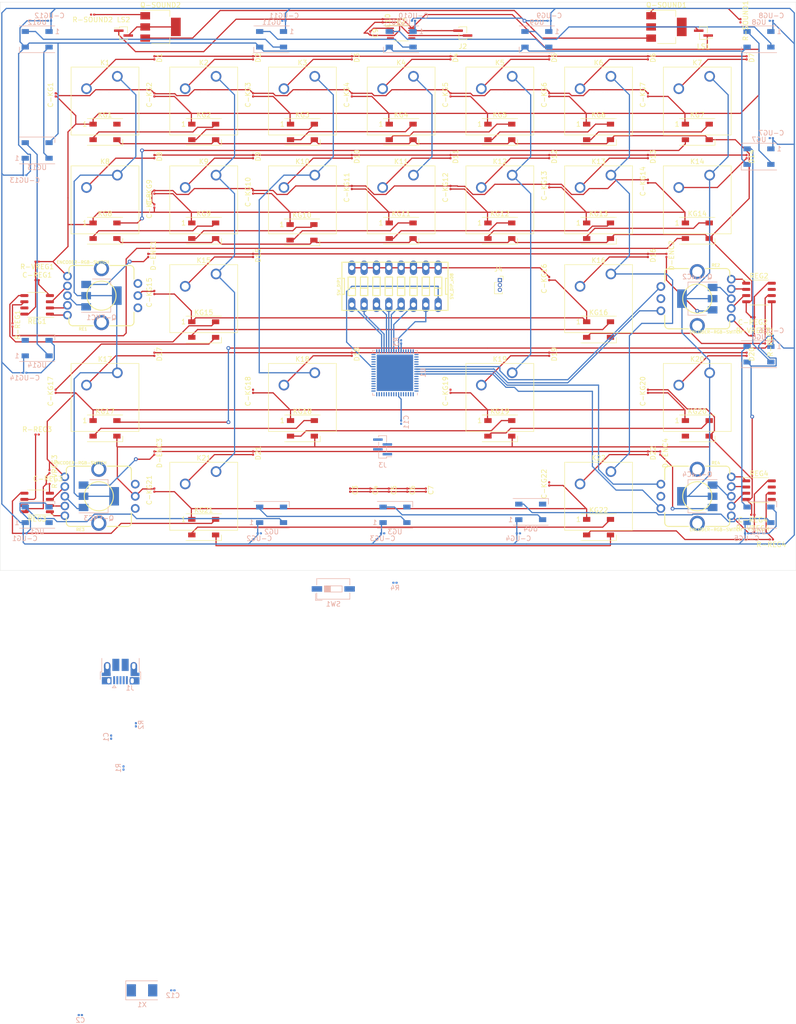
<source format=kicad_pcb>
(kicad_pcb (version 20171130) (host pcbnew "(5.1.6-0-10_14)")
  (layers (0 F.Cu signal) (31 B.Cu signal) (34 B.Paste user) (35 F.Paste user) (36 B.SilkS user) (37 F.SilkS user) (38 B.Mask user) (39 F.Mask user) (44 Edge.Cuts user))
  (net 0 "")
  (net 1 "Net-(C1-Pad2)")
  (net 2 +5V)
  (net 3 "Net-(C2-Pad1)")
  (net 4 VCC)
  (net 5 "Net-(C9-Pad1)")
  (net 6 "Net-(C11-Pad2)")
  (net 7 "Net-(C12-Pad2)")
  (net 8 "Net-(C-REG1-Pad1)")
  (net 9 "Net-(C-REG2-Pad1)")
  (net 10 "Net-(C-REG3-Pad1)")
  (net 11 "Net-(C-REG4-Pad1)")
  (net 12 /row1)
  (net 13 "Net-(D1-Pad2)")
  (net 14 "Net-(D2-Pad2)")
  (net 15 "Net-(D3-Pad2)")
  (net 16 "Net-(D4-Pad2)")
  (net 17 "Net-(D5-Pad2)")
  (net 18 "Net-(D6-Pad2)")
  (net 19 "Net-(D7-Pad2)")
  (net 20 /row2)
  (net 21 "Net-(D8-Pad2)")
  (net 22 "Net-(D9-Pad2)")
  (net 23 "Net-(D10-Pad2)")
  (net 24 "Net-(D11-Pad2)")
  (net 25 "Net-(D12-Pad2)")
  (net 26 "Net-(D13-Pad2)")
  (net 27 "Net-(D14-Pad2)")
  (net 28 "Net-(D15-Pad2)")
  (net 29 /row3)
  (net 30 "Net-(D16-Pad2)")
  (net 31 /row4)
  (net 32 "Net-(D17-Pad2)")
  (net 33 "Net-(D18-Pad2)")
  (net 34 "Net-(D19-Pad2)")
  (net 35 "Net-(D20-Pad2)")
  (net 36 "Net-(D21-Pad2)")
  (net 37 /row5)
  (net 38 "Net-(D22-Pad2)")
  (net 39 "Net-(D-ENC1-Pad2)")
  (net 40 "Net-(D-ENC2-Pad2)")
  (net 41 "Net-(D-ENC3-Pad2)")
  (net 42 "Net-(D-ENC4-Pad2)")
  (net 43 "Net-(J1-Pad2)")
  (net 44 "Net-(J1-Pad3)")
  (net 45 "Net-(J1-Pad4)")
  (net 46 "Net-(J2-Pad1)")
  (net 47 "Net-(J2-Pad2)")
  (net 48 /MISO)
  (net 49 /BLECS)
  (net 50 /SCK)
  (net 51 /MOSI)
  (net 52 /SDA)
  (net 53 /SCL)
  (net 54 /col1)
  (net 55 /col2)
  (net 56 /col3)
  (net 57 /col4)
  (net 58 /col5)
  (net 59 /col6)
  (net 60 /col7)
  (net 61 "Net-(KG1-Pad2)")
  (net 62 /RGBMatrix)
  (net 63 GND)
  (net 64 "Net-(KG2-Pad2)")
  (net 65 "Net-(KG3-Pad2)")
  (net 66 "Net-(KG4-Pad2)")
  (net 67 "Net-(KG5-Pad2)")
  (net 68 "Net-(KG6-Pad2)")
  (net 69 "Net-(KG7-Pad2)")
  (net 70 "Net-(KG8-Pad2)")
  (net 71 "Net-(KG10-Pad4)")
  (net 72 "Net-(KG10-Pad2)")
  (net 73 "Net-(KG11-Pad2)")
  (net 74 "Net-(KG12-Pad2)")
  (net 75 "Net-(KG13-Pad2)")
  (net 76 "Net-(KG14-Pad2)")
  (net 77 "Net-(KG15-Pad2)")
  (net 78 "Net-(KG16-Pad2)")
  (net 79 "Net-(KG17-Pad2)")
  (net 80 "Net-(KG18-Pad2)")
  (net 81 "Net-(KG19-Pad2)")
  (net 82 "Net-(KG20-Pad2)")
  (net 83 "Net-(KG21-Pad2)")
  (net 84 "Net-(KG22-Pad2)")
  (net 85 "Net-(LS1-Pad2)")
  (net 86 "Net-(LS2-Pad2)")
  (net 87 /ENC1_PB)
  (net 88 /ENC2_PB)
  (net 89 /ENC3_PB)
  (net 90 /ENC4_PB)
  (net 91 "Net-(Q-SOUND1-Pad1)")
  (net 92 "Net-(Q-SOUND2-Pad1)")
  (net 93 "Net-(R1-Pad2)")
  (net 94 "Net-(R2-Pad1)")
  (net 95 "Net-(R3-Pad2)")
  (net 96 "Net-(R4-Pad1)")
  (net 97 "Net-(R-REG1-Pad1)")
  (net 98 "Net-(R-REG2-Pad1)")
  (net 99 "Net-(R-REG3-Pad1)")
  (net 100 /PWMSound1)
  (net 101 /PWMSound2)
  (net 102 "Net-(RE1-Pad1)")
  (net 103 "Net-(RE1-Pad2)")
  (net 104 "Net-(RE1-Pad4)")
  (net 105 /ENC1_A)
  (net 106 /ENC1_B)
  (net 107 /ENC2_B)
  (net 108 /ENC2_A)
  (net 109 "Net-(RE2-Pad4)")
  (net 110 "Net-(RE2-Pad2)")
  (net 111 "Net-(RE2-Pad1)")
  (net 112 "Net-(RE3-Pad1)")
  (net 113 "Net-(RE3-Pad2)")
  (net 114 "Net-(RE3-Pad4)")
  (net 115 /ENC3_A)
  (net 116 /ENC3_B)
  (net 117 /ENC4_B)
  (net 118 /ENC4_A)
  (net 119 "Net-(RE4-Pad4)")
  (net 120 "Net-(RE4-Pad2)")
  (net 121 "Net-(RE4-Pad1)")
  (net 122 "Net-(REG1-Pad7)")
  (net 123 "Net-(REG2-Pad7)")
  (net 124 "Net-(REG3-Pad7)")
  (net 125 "Net-(REG4-Pad7)")
  (net 126 "Net-(SW_DIP1-Pad1)")
  (net 127 "Net-(SW_DIP1-Pad2)")
  (net 128 "Net-(SW_DIP1-Pad3)")
  (net 129 "Net-(SW_DIP1-Pad4)")
  (net 130 "Net-(SW_DIP1-Pad5)")
  (net 131 "Net-(SW_DIP1-Pad6)")
  (net 132 "Net-(SW_DIP1-Pad7)")
  (net 133 "Net-(SW_DIP1-Pad8)")
  (net 134 "Net-(U1-Pad10)")
  (net 135 "Net-(U1-Pad16)")
  (net 136 "Net-(U1-Pad17)")
  (net 137 /BLEIRQ)
  (net 138 /BLEReset)
  (net 139 "Net-(U1-Pad30)")
  (net 140 /Underglow)
  (net 141 "Net-(U1-Pad33)")
  (net 142 "Net-(U1-Pad34)")
  (net 143 "Net-(U1-Pad62)")
  (net 144 "Net-(U2-Pad5)")
  (net 145 "Net-(U2-Pad6)")
  (net 146 "Net-(UG1-Pad2)")
  (net 147 "Net-(UG2-Pad2)")
  (net 148 "Net-(UG3-Pad2)")
  (net 149 "Net-(UG4-Pad2)")
  (net 150 "Net-(UG5-Pad2)")
  (net 151 "Net-(UG6-Pad2)")
  (net 152 "Net-(UG7-Pad2)")
  (net 153 "Net-(UG8-Pad2)")
  (net 154 "Net-(UG10-Pad4)")
  (net 155 "Net-(UG10-Pad2)")
  (net 156 "Net-(UG11-Pad2)")
  (net 157 "Net-(UG12-Pad2)")
  (net 158 "Net-(UG13-Pad2)")
  (net 159 "Net-(UG14-Pad2)")
  (net 160 "Net-(KG15-Pad4)")
  (net 161 "Net-(KG17-Pad4)")
  (net 162 "Net-(KG21-Pad4)")
  (net 163 "Net-(R-REG4-Pad1)")
  (net 164 "Net-(REG4-Pad5)")
  (module Package_SO:SOP-8_3.9x4.9mm_P1.27mm (layer F.Cu) (at 243.84 49.53)
    (fp_text reference REG4 (at 0 -3.4) (layer F.SilkS))
    (fp_text value WS2811)
    (pad 8 smd roundrect (at 2.625 -1.905) (size 1.65 0.6) (layers F.Cu F.Paste F.Mask) (net 11 "Net-(C-REG4-Pad1)"))
    (pad 7 smd roundrect (at 2.625 -0.635) (size 1.65 0.6) (layers F.Cu F.Paste F.Mask) (net 125 "Net-(REG4-Pad7)"))
    (pad 6 smd roundrect (at 2.625 0.635) (size 1.65 0.6) (layers F.Cu F.Paste F.Mask) (net 163 "Net-(R-REG4-Pad1)"))
    (pad 5 smd roundrect (at 2.625 1.905) (size 1.65 0.6) (layers F.Cu F.Paste F.Mask) (net 164 "Net-(REG4-Pad5)"))
    (pad 4 smd roundrect (at -2.625 1.905) (size 1.65 0.6) (layers F.Cu F.Paste F.Mask) (net 63 GND))
    (pad 3 smd roundrect (at -2.625 0.635) (size 1.65 0.6) (layers F.Cu F.Paste F.Mask) (net 119 "Net-(RE4-Pad4)"))
    (pad 2 smd roundrect (at -2.625 -0.635) (size 1.65 0.6) (layers F.Cu F.Paste F.Mask) (net 120 "Net-(RE4-Pad2)"))
    (pad 1 smd roundrect (at -2.625 -1.905) (size 1.65 0.6) (layers F.Cu F.Paste F.Mask) (net 121 "Net-(RE4-Pad1)"))
  )
  (module Package_SO:SOP-8_3.9x4.9mm_P1.27mm (layer F.Cu) (at 95.25 52.07 180)
    (fp_text reference REG3 (at 0 -3.4) (layer F.SilkS))
    (fp_text value WS2811)
    (pad 8 smd roundrect (at 2.625 -1.905 180) (size 1.65 0.6) (layers F.Cu F.Paste F.Mask) (net 10 "Net-(C-REG3-Pad1)"))
    (pad 7 smd roundrect (at 2.625 -0.635 180) (size 1.65 0.6) (layers F.Cu F.Paste F.Mask) (net 124 "Net-(REG3-Pad7)"))
    (pad 6 smd roundrect (at 2.625 0.635 180) (size 1.65 0.6) (layers F.Cu F.Paste F.Mask) (net 99 "Net-(R-REG3-Pad1)"))
    (pad 5 smd roundrect (at 2.625 1.905 180) (size 1.65 0.6) (layers F.Cu F.Paste F.Mask) (net 162 "Net-(KG21-Pad4)"))
    (pad 4 smd roundrect (at -2.625 1.905 180) (size 1.65 0.6) (layers F.Cu F.Paste F.Mask) (net 63 GND))
    (pad 3 smd roundrect (at -2.625 0.635 180) (size 1.65 0.6) (layers F.Cu F.Paste F.Mask) (net 114 "Net-(RE3-Pad4)"))
    (pad 2 smd roundrect (at -2.625 -0.635 180) (size 1.65 0.6) (layers F.Cu F.Paste F.Mask) (net 113 "Net-(RE3-Pad2)"))
    (pad 1 smd roundrect (at -2.625 -1.905 180) (size 1.65 0.6) (layers F.Cu F.Paste F.Mask) (net 112 "Net-(RE3-Pad1)"))
  )
  (module Package_SO:SOP-8_3.9x4.9mm_P1.27mm (layer F.Cu) (at 243.84 8.89)
    (fp_text reference REG2 (at 0 -3.4) (layer F.SilkS))
    (fp_text value WS2811)
    (pad 8 smd roundrect (at 2.625 -1.905) (size 1.65 0.6) (layers F.Cu F.Paste F.Mask) (net 9 "Net-(C-REG2-Pad1)"))
    (pad 7 smd roundrect (at 2.625 -0.635) (size 1.65 0.6) (layers F.Cu F.Paste F.Mask) (net 123 "Net-(REG2-Pad7)"))
    (pad 6 smd roundrect (at 2.625 0.635) (size 1.65 0.6) (layers F.Cu F.Paste F.Mask) (net 98 "Net-(R-REG2-Pad1)"))
    (pad 5 smd roundrect (at 2.625 1.905) (size 1.65 0.6) (layers F.Cu F.Paste F.Mask) (net 161 "Net-(KG17-Pad4)"))
    (pad 4 smd roundrect (at -2.625 1.905) (size 1.65 0.6) (layers F.Cu F.Paste F.Mask) (net 63 GND))
    (pad 3 smd roundrect (at -2.625 0.635) (size 1.65 0.6) (layers F.Cu F.Paste F.Mask) (net 109 "Net-(RE2-Pad4)"))
    (pad 2 smd roundrect (at -2.625 -0.635) (size 1.65 0.6) (layers F.Cu F.Paste F.Mask) (net 110 "Net-(RE2-Pad2)"))
    (pad 1 smd roundrect (at -2.625 -1.905) (size 1.65 0.6) (layers F.Cu F.Paste F.Mask) (net 111 "Net-(RE2-Pad1)"))
  )
  (module Package_SO:SOP-8_3.9x4.9mm_P1.27mm (layer F.Cu) (at 95.25 11.43 180)
    (fp_text reference REG1 (at 0 -3.4) (layer F.SilkS))
    (fp_text value WS2811)
    (pad 8 smd roundrect (at 2.625 -1.905 180) (size 1.65 0.6) (layers F.Cu F.Paste F.Mask) (net 8 "Net-(C-REG1-Pad1)"))
    (pad 7 smd roundrect (at 2.625 -0.635 180) (size 1.65 0.6) (layers F.Cu F.Paste F.Mask) (net 122 "Net-(REG1-Pad7)"))
    (pad 6 smd roundrect (at 2.625 0.635 180) (size 1.65 0.6) (layers F.Cu F.Paste F.Mask) (net 97 "Net-(R-REG1-Pad1)"))
    (pad 5 smd roundrect (at 2.625 1.905 180) (size 1.65 0.6) (layers F.Cu F.Paste F.Mask) (net 160 "Net-(KG15-Pad4)"))
    (pad 4 smd roundrect (at -2.625 1.905 180) (size 1.65 0.6) (layers F.Cu F.Paste F.Mask) (net 63 GND))
    (pad 3 smd roundrect (at -2.625 0.635 180) (size 1.65 0.6) (layers F.Cu F.Paste F.Mask) (net 104 "Net-(RE1-Pad4)"))
    (pad 2 smd roundrect (at -2.625 -0.635 180) (size 1.65 0.6) (layers F.Cu F.Paste F.Mask) (net 103 "Net-(RE1-Pad2)"))
    (pad 1 smd roundrect (at -2.625 -1.905 180) (size 1.65 0.6) (layers F.Cu F.Paste F.Mask) (net 102 "Net-(RE1-Pad1)"))
  )
  (module Capacitor_SMD:C_0201_0603Metric (layer B.Cu) (at 110.49 100.33 270)
    (fp_text reference C1 (at 0 1.05 270) (layer B.SilkS) (effects (justify mirror)))
    (fp_text value 1uF)
    (pad 2 smd roundrect (at 0.32 0 270) (size 0.46 0.4) (layers B.Cu B.Mask) (net 1 "Net-(C1-Pad2)"))
    (pad 1 smd roundrect (at -0.32 0 270) (size 0.46 0.4) (layers B.Cu B.Mask) (net 63 GND))
  )
  (module Capacitor_SMD:C_0201_0603Metric (layer B.Cu) (at 104.14 157.48)
    (fp_text reference C2 (at 0 1.05) (layer B.SilkS) (effects (justify mirror)))
    (fp_text value 10pF)
    (pad 1 smd roundrect (at -0.32 0) (size 0.46 0.4) (layers B.Cu B.Mask) (net 3 "Net-(C2-Pad1)"))
    (pad 2 smd roundrect (at 0.32 0) (size 0.46 0.4) (layers B.Cu B.Mask) (net 63 GND))
  )
  (module Capacitor_SMD:C_0201_0603Metric (layer F.Cu) (at 159.675 49.53 270)
    (fp_text reference C3 (at 0 -1.05 90) (layer F.SilkS))
    (fp_text value 104)
    (pad 1 smd roundrect (at -0.32 0 270) (size 0.46 0.4) (layers F.Cu F.Mask) (net 4 VCC))
    (pad 2 smd roundrect (at 0.32 0 270) (size 0.46 0.4) (layers F.Cu F.Mask) (net 63 GND))
  )
  (module Capacitor_SMD:C_0201_0603Metric (layer F.Cu) (at 163.83 49.53 270)
    (fp_text reference C4 (at 0 -1.05 90) (layer F.SilkS))
    (fp_text value 104)
    (pad 2 smd roundrect (at 0.32 0 270) (size 0.46 0.4) (layers F.Cu F.Mask) (net 63 GND))
    (pad 1 smd roundrect (at -0.32 0 270) (size 0.46 0.4) (layers F.Cu F.Mask) (net 4 VCC))
  )
  (module Capacitor_SMD:C_0201_0603Metric (layer F.Cu) (at 167.64 49.53 270)
    (fp_text reference C5 (at 0 -1.05 90) (layer F.SilkS))
    (fp_text value 104)
    (pad 2 smd roundrect (at 0.32 0 270) (size 0.46 0.4) (layers F.Cu F.Mask) (net 63 GND))
    (pad 1 smd roundrect (at -0.32 0 270) (size 0.46 0.4) (layers F.Cu F.Mask) (net 4 VCC))
  )
  (module Capacitor_SMD:C_0201_0603Metric (layer F.Cu) (at 171.45 49.53 270)
    (fp_text reference C6 (at 0 -1.05 90) (layer F.SilkS))
    (fp_text value 104)
    (pad 1 smd roundrect (at -0.32 0 270) (size 0.46 0.4) (layers F.Cu F.Mask) (net 4 VCC))
    (pad 2 smd roundrect (at 0.32 0 270) (size 0.46 0.4) (layers F.Cu F.Mask) (net 63 GND))
  )
  (module Capacitor_SMD:C_0201_0603Metric (layer F.Cu) (at 175.26 49.53 270)
    (fp_text reference C7 (at 0 -1.05 90) (layer F.SilkS))
    (fp_text value 4.7u)
    (pad 2 smd roundrect (at 0.32 0 270) (size 0.46 0.4) (layers F.Cu F.Mask) (net 63 GND))
    (pad 1 smd roundrect (at -0.32 0 270) (size 0.46 0.4) (layers F.Cu F.Mask) (net 4 VCC))
  )
  (module Capacitor_SMD:C_0201_0603Metric (layer F.Cu) (at 163.83 -44.45 270)
    (fp_text reference C9 (at 0 -1.05 90) (layer F.SilkS))
    (fp_text value 1mf)
    (pad 2 smd roundrect (at 0.32 0 270) (size 0.46 0.4) (layers F.Cu F.Mask) (net 63 GND))
    (pad 1 smd roundrect (at -0.32 0 270) (size 0.46 0.4) (layers F.Cu F.Mask) (net 5 "Net-(C9-Pad1)"))
  )
  (module Capacitor_SMD:C_0201_0603Metric (layer F.Cu) (at 166.37 -46.99 270)
    (fp_text reference C10 (at 0 -1.05 90) (layer F.SilkS))
    (fp_text value C)
    (pad 1 smd roundrect (at -0.32 0 270) (size 0.46 0.4) (layers F.Cu F.Mask) (net 4 VCC))
    (pad 2 smd roundrect (at 0.32 0 270) (size 0.46 0.4) (layers F.Cu F.Mask) (net 63 GND))
  )
  (module Capacitor_SMD:C_0201_0603Metric (layer B.Cu) (at 170.18 35.56 90)
    (fp_text reference C11 (at 0 1.05 270) (layer B.SilkS) (effects (justify mirror)))
    (fp_text value 1uF)
    (pad 1 smd roundrect (at -0.32 0 90) (size 0.46 0.4) (layers B.Cu B.Mask) (net 63 GND))
    (pad 2 smd roundrect (at 0.32 0 90) (size 0.46 0.4) (layers B.Cu B.Mask) (net 6 "Net-(C11-Pad2)"))
  )
  (module Capacitor_SMD:C_0201_0603Metric (layer B.Cu) (at 123.19 152.4)
    (fp_text reference C12 (at 0 1.05) (layer B.SilkS) (effects (justify mirror)))
    (fp_text value 10pF)
    (pad 1 smd roundrect (at -0.32 0) (size 0.46 0.4) (layers B.Cu B.Mask) (net 63 GND))
    (pad 2 smd roundrect (at 0.32 0) (size 0.46 0.4) (layers B.Cu B.Mask) (net 7 "Net-(C12-Pad2)"))
  )
  (module Capacitor_SMD:C_0201_0603Metric (layer F.Cu) (at 99.06 -31.75 90)
    (fp_text reference C-KG1 (at 0 -1.05 90) (layer F.SilkS))
    (fp_text value 104)
    (pad 2 smd roundrect (at 0.32 0 90) (size 0.46 0.4) (layers F.Cu F.Mask) (net 63 GND))
    (pad 1 smd roundrect (at -0.32 0 90) (size 0.46 0.4) (layers F.Cu F.Mask) (net 4 VCC))
  )
  (module Capacitor_SMD:C_0201_0603Metric (layer F.Cu) (at 119.38 -31.75 90)
    (fp_text reference C-KG2 (at 0 -1.05 90) (layer F.SilkS))
    (fp_text value 104)
    (pad 2 smd roundrect (at 0.32 0 90) (size 0.46 0.4) (layers F.Cu F.Mask) (net 63 GND))
    (pad 1 smd roundrect (at -0.32 0 90) (size 0.46 0.4) (layers F.Cu F.Mask) (net 4 VCC))
  )
  (module Capacitor_SMD:C_0201_0603Metric (layer F.Cu) (at 139.7 -31.75 90)
    (fp_text reference C-KG3 (at 0 -1.05 90) (layer F.SilkS))
    (fp_text value 104)
    (pad 2 smd roundrect (at 0.32 0 90) (size 0.46 0.4) (layers F.Cu F.Mask) (net 63 GND))
    (pad 1 smd roundrect (at -0.32 0 90) (size 0.46 0.4) (layers F.Cu F.Mask) (net 4 VCC))
  )
  (module Capacitor_SMD:C_0201_0603Metric (layer F.Cu) (at 160.02 -31.75 90)
    (fp_text reference C-KG4 (at 0 -1.05 90) (layer F.SilkS))
    (fp_text value 104)
    (pad 1 smd roundrect (at -0.32 0 90) (size 0.46 0.4) (layers F.Cu F.Mask) (net 4 VCC))
    (pad 2 smd roundrect (at 0.32 0 90) (size 0.46 0.4) (layers F.Cu F.Mask) (net 63 GND))
  )
  (module Capacitor_SMD:C_0201_0603Metric (layer F.Cu) (at 180.34 -31.75 90)
    (fp_text reference C-KG5 (at 0 -1.05 90) (layer F.SilkS))
    (fp_text value 104)
    (pad 2 smd roundrect (at 0.32 0 90) (size 0.46 0.4) (layers F.Cu F.Mask) (net 63 GND))
    (pad 1 smd roundrect (at -0.32 0 90) (size 0.46 0.4) (layers F.Cu F.Mask) (net 4 VCC))
  )
  (module Capacitor_SMD:C_0201_0603Metric (layer F.Cu) (at 200.66 -31.75 90)
    (fp_text reference C-KG6 (at 0 -1.05 90) (layer F.SilkS))
    (fp_text value 104)
    (pad 1 smd roundrect (at -0.32 0 90) (size 0.46 0.4) (layers F.Cu F.Mask) (net 4 VCC))
    (pad 2 smd roundrect (at 0.32 0 90) (size 0.46 0.4) (layers F.Cu F.Mask) (net 63 GND))
  )
  (module Capacitor_SMD:C_0201_0603Metric (layer F.Cu) (at 220.98 -31.75 90)
    (fp_text reference C-KG7 (at 0 -1.05 90) (layer F.SilkS))
    (fp_text value 104)
    (pad 2 smd roundrect (at 0.32 0 90) (size 0.46 0.4) (layers F.Cu F.Mask) (net 63 GND))
    (pad 1 smd roundrect (at -0.32 0 90) (size 0.46 0.4) (layers F.Cu F.Mask) (net 4 VCC))
  )
  (module Capacitor_SMD:C_0201_0603Metric (layer F.Cu) (at 119.38 -8.89 90)
    (fp_text reference C-KG8 (at 0 -1.05 90) (layer F.SilkS))
    (fp_text value 104)
    (pad 1 smd roundrect (at -0.32 0 90) (size 0.46 0.4) (layers F.Cu F.Mask) (net 4 VCC))
    (pad 2 smd roundrect (at 0.32 0 90) (size 0.46 0.4) (layers F.Cu F.Mask) (net 63 GND))
  )
  (module Capacitor_SMD:C_0201_0603Metric (layer F.Cu) (at 119.38 -11.75 90)
    (fp_text reference C-KG9 (at 0 -1.05 90) (layer F.SilkS))
    (fp_text value 104)
    (pad 2 smd roundrect (at 0.32 0 90) (size 0.46 0.4) (layers F.Cu F.Mask) (net 63 GND))
    (pad 1 smd roundrect (at -0.32 0 90) (size 0.46 0.4) (layers F.Cu F.Mask) (net 4 VCC))
  )
  (module Capacitor_SMD:C_0201_0603Metric (layer F.Cu) (at 139.7 -11.775 90)
    (fp_text reference C-KG10 (at 0 -1.05 90) (layer F.SilkS))
    (fp_text value 104)
    (pad 1 smd roundrect (at -0.32 0 90) (size 0.46 0.4) (layers F.Cu F.Mask) (net 4 VCC))
    (pad 2 smd roundrect (at 0.32 0 90) (size 0.46 0.4) (layers F.Cu F.Mask) (net 63 GND))
  )
  (module Capacitor_SMD:C_0201_0603Metric (layer F.Cu) (at 160.02 -12.7 90)
    (fp_text reference C-KG11 (at 0 -1.05 90) (layer F.SilkS))
    (fp_text value 104)
    (pad 2 smd roundrect (at 0.32 0 90) (size 0.46 0.4) (layers F.Cu F.Mask) (net 63 GND))
    (pad 1 smd roundrect (at -0.32 0 90) (size 0.46 0.4) (layers F.Cu F.Mask) (net 4 VCC))
  )
  (module Capacitor_SMD:C_0201_0603Metric (layer F.Cu) (at 180.34 -12.7 90)
    (fp_text reference C-KG12 (at 0 -1.05 90) (layer F.SilkS))
    (fp_text value 104)
    (pad 1 smd roundrect (at -0.32 0 90) (size 0.46 0.4) (layers F.Cu F.Mask) (net 4 VCC))
    (pad 2 smd roundrect (at 0.32 0 90) (size 0.46 0.4) (layers F.Cu F.Mask) (net 63 GND))
  )
  (module Capacitor_SMD:C_0201_0603Metric (layer F.Cu) (at 200.66 -13.045 90)
    (fp_text reference C-KG13 (at 0 -1.05 90) (layer F.SilkS))
    (fp_text value 104)
    (pad 1 smd roundrect (at -0.32 0 90) (size 0.46 0.4) (layers F.Cu F.Mask) (net 4 VCC))
    (pad 2 smd roundrect (at 0.32 0 90) (size 0.46 0.4) (layers F.Cu F.Mask) (net 63 GND))
  )
  (module Capacitor_SMD:C_0201_0603Metric (layer F.Cu) (at 220.98 -13.97 90)
    (fp_text reference C-KG14 (at 0 -1.05 90) (layer F.SilkS))
    (fp_text value 104)
    (pad 1 smd roundrect (at -0.32 0 90) (size 0.46 0.4) (layers F.Cu F.Mask) (net 4 VCC))
    (pad 2 smd roundrect (at 0.32 0 90) (size 0.46 0.4) (layers F.Cu F.Mask) (net 63 GND))
  )
  (module Capacitor_SMD:C_0201_0603Metric (layer F.Cu) (at 119.38 8.89 90)
    (fp_text reference C-KG15 (at 0 -1.05 90) (layer F.SilkS))
    (fp_text value 104)
    (pad 1 smd roundrect (at -0.32 0 90) (size 0.46 0.4) (layers F.Cu F.Mask) (net 4 VCC))
    (pad 2 smd roundrect (at 0.32 0 90) (size 0.46 0.4) (layers F.Cu F.Mask) (net 63 GND))
  )
  (module Capacitor_SMD:C_0201_0603Metric (layer F.Cu) (at 200.66 6.03 90)
    (fp_text reference C-KG16 (at 0 -1.05 90) (layer F.SilkS))
    (fp_text value 104)
    (pad 2 smd roundrect (at 0.32 0 90) (size 0.46 0.4) (layers F.Cu F.Mask) (net 63 GND))
    (pad 1 smd roundrect (at -0.32 0 90) (size 0.46 0.4) (layers F.Cu F.Mask) (net 4 VCC))
  )
  (module Capacitor_SMD:C_0201_0603Metric (layer F.Cu) (at 99.06 29.21 90)
    (fp_text reference C-KG17 (at 0 -1.05 90) (layer F.SilkS))
    (fp_text value 104)
    (pad 1 smd roundrect (at -0.32 0 90) (size 0.46 0.4) (layers F.Cu F.Mask) (net 4 VCC))
    (pad 2 smd roundrect (at 0.32 0 90) (size 0.46 0.4) (layers F.Cu F.Mask) (net 63 GND))
  )
  (module Capacitor_SMD:C_0201_0603Metric (layer F.Cu) (at 139.7 29.21 90)
    (fp_text reference C-KG18 (at 0 -1.05 90) (layer F.SilkS))
    (fp_text value 104)
    (pad 2 smd roundrect (at 0.32 0 90) (size 0.46 0.4) (layers F.Cu F.Mask) (net 63 GND))
    (pad 1 smd roundrect (at -0.32 0 90) (size 0.46 0.4) (layers F.Cu F.Mask) (net 4 VCC))
  )
  (module Capacitor_SMD:C_0201_0603Metric (layer F.Cu) (at 180.34 29.21 90)
    (fp_text reference C-KG19 (at 0 -1.05 90) (layer F.SilkS))
    (fp_text value 104)
    (pad 2 smd roundrect (at 0.32 0 90) (size 0.46 0.4) (layers F.Cu F.Mask) (net 63 GND))
    (pad 1 smd roundrect (at -0.32 0 90) (size 0.46 0.4) (layers F.Cu F.Mask) (net 4 VCC))
  )
  (module Capacitor_SMD:C_0201_0603Metric (layer F.Cu) (at 220.98 29.21 90)
    (fp_text reference C-KG20 (at 0 -1.05 90) (layer F.SilkS))
    (fp_text value 104)
    (pad 1 smd roundrect (at -0.32 0 90) (size 0.46 0.4) (layers F.Cu F.Mask) (net 4 VCC))
    (pad 2 smd roundrect (at 0.32 0 90) (size 0.46 0.4) (layers F.Cu F.Mask) (net 63 GND))
  )
  (module Capacitor_SMD:C_0201_0603Metric (layer F.Cu) (at 119.38 49.53 90)
    (fp_text reference C-KG21 (at 0 -1.05 90) (layer F.SilkS))
    (fp_text value 104)
    (pad 2 smd roundrect (at 0.32 0 90) (size 0.46 0.4) (layers F.Cu F.Mask) (net 63 GND))
    (pad 1 smd roundrect (at -0.32 0 90) (size 0.46 0.4) (layers F.Cu F.Mask) (net 4 VCC))
  )
  (module Capacitor_SMD:C_0201_0603Metric (layer F.Cu) (at 200.66 48.26 90)
    (fp_text reference C-KG22 (at 0 -1.05 90) (layer F.SilkS))
    (fp_text value 104)
    (pad 1 smd roundrect (at -0.32 0 90) (size 0.46 0.4) (layers F.Cu F.Mask) (net 4 VCC))
    (pad 2 smd roundrect (at 0.32 0 90) (size 0.46 0.4) (layers F.Cu F.Mask) (net 63 GND))
  )
  (module Capacitor_SMD:C_0201_0603Metric (layer F.Cu) (at 95.25 6.35)
    (fp_text reference C-REG1 (at 0 -1.05) (layer F.SilkS))
    (fp_text value 104)
    (pad 1 smd roundrect (at -0.32 0) (size 0.46 0.4) (layers F.Cu F.Mask) (net 8 "Net-(C-REG1-Pad1)"))
    (pad 2 smd roundrect (at 0.32 0) (size 0.46 0.4) (layers F.Cu F.Mask) (net 63 GND))
  )
  (module Capacitor_SMD:C_0201_0603Metric (layer F.Cu) (at 242.57 13.97 180)
    (fp_text reference C-REG2 (at 0 -1.05) (layer F.SilkS))
    (fp_text value 104)
    (pad 2 smd roundrect (at 0.32 0 180) (size 0.46 0.4) (layers F.Cu F.Mask) (net 63 GND))
    (pad 1 smd roundrect (at -0.32 0 180) (size 0.46 0.4) (layers F.Cu F.Mask) (net 9 "Net-(C-REG2-Pad1)"))
  )
  (module Capacitor_SMD:C_0201_0603Metric (layer F.Cu) (at 97.47 48.26)
    (fp_text reference C-REG3 (at 0 -1.05) (layer F.SilkS))
    (fp_text value 104)
    (pad 2 smd roundrect (at 0.32 0) (size 0.46 0.4) (layers F.Cu F.Mask) (net 63 GND))
    (pad 1 smd roundrect (at -0.32 0) (size 0.46 0.4) (layers F.Cu F.Mask) (net 10 "Net-(C-REG3-Pad1)"))
  )
  (module Capacitor_SMD:C_0201_0603Metric (layer F.Cu) (at 242.57 54.61 180)
    (fp_text reference C-REG4 (at 0 -1.05) (layer F.SilkS))
    (fp_text value 104)
    (pad 2 smd roundrect (at 0.32 0 180) (size 0.46 0.4) (layers F.Cu F.Mask) (net 63 GND))
    (pad 1 smd roundrect (at -0.32 0 180) (size 0.46 0.4) (layers F.Cu F.Mask) (net 11 "Net-(C-REG4-Pad1)"))
  )
  (module Capacitor_SMD:C_0201_0603Metric (layer B.Cu) (at 92.71 58.42)
    (fp_text reference C-UG1 (at 0 1.05) (layer B.SilkS) (effects (justify mirror)))
    (fp_text value 104)
    (pad 1 smd roundrect (at -0.32 0) (size 0.46 0.4) (layers B.Cu B.Mask) (net 4 VCC))
    (pad 2 smd roundrect (at 0.32 0) (size 0.46 0.4) (layers B.Cu B.Mask) (net 63 GND))
  )
  (module Capacitor_SMD:C_0201_0603Metric (layer B.Cu) (at 140.97 58.42)
    (fp_text reference C-UG2 (at 0 1.05) (layer B.SilkS) (effects (justify mirror)))
    (fp_text value 104)
    (pad 1 smd roundrect (at -0.32 0) (size 0.46 0.4) (layers B.Cu B.Mask) (net 4 VCC))
    (pad 2 smd roundrect (at 0.32 0) (size 0.46 0.4) (layers B.Cu B.Mask) (net 63 GND))
  )
  (module Capacitor_SMD:C_0201_0603Metric (layer B.Cu) (at 166.37 58.42)
    (fp_text reference C-UG3 (at 0 1.05) (layer B.SilkS) (effects (justify mirror)))
    (fp_text value 104)
    (pad 2 smd roundrect (at 0.32 0) (size 0.46 0.4) (layers B.Cu B.Mask) (net 63 GND))
    (pad 1 smd roundrect (at -0.32 0) (size 0.46 0.4) (layers B.Cu B.Mask) (net 4 VCC))
  )
  (module Capacitor_SMD:C_0201_0603Metric (layer B.Cu) (at 194.31 58.42)
    (fp_text reference C-UG4 (at 0 1.05) (layer B.SilkS) (effects (justify mirror)))
    (fp_text value 104)
    (pad 1 smd roundrect (at -0.32 0) (size 0.46 0.4) (layers B.Cu B.Mask) (net 4 VCC))
    (pad 2 smd roundrect (at 0.32 0) (size 0.46 0.4) (layers B.Cu B.Mask) (net 63 GND))
  )
  (module Capacitor_SMD:C_0201_0603Metric (layer B.Cu) (at 241.3 58.42)
    (fp_text reference C-UG5 (at 0 1.05) (layer B.SilkS) (effects (justify mirror)))
    (fp_text value 104)
    (pad 2 smd roundrect (at 0.32 0) (size 0.46 0.4) (layers B.Cu B.Mask) (net 63 GND))
    (pad 1 smd roundrect (at -0.32 0) (size 0.46 0.4) (layers B.Cu B.Mask) (net 4 VCC))
  )
  (module Capacitor_SMD:C_0201_0603Metric (layer B.Cu) (at 246.38 17.78 180)
    (fp_text reference C-UG6 (at 0 1.05) (layer B.SilkS) (effects (justify mirror)))
    (fp_text value 104)
    (pad 1 smd roundrect (at -0.32 0 180) (size 0.46 0.4) (layers B.Cu B.Mask) (net 4 VCC))
    (pad 2 smd roundrect (at 0.32 0 180) (size 0.46 0.4) (layers B.Cu B.Mask) (net 63 GND))
  )
  (module Capacitor_SMD:C_0201_0603Metric (layer B.Cu) (at 246.38 -22.86 180)
    (fp_text reference C-UG7 (at 0 1.05) (layer B.SilkS) (effects (justify mirror)))
    (fp_text value 104)
    (pad 2 smd roundrect (at 0.32 0 180) (size 0.46 0.4) (layers B.Cu B.Mask) (net 63 GND))
    (pad 1 smd roundrect (at -0.32 0 180) (size 0.46 0.4) (layers B.Cu B.Mask) (net 4 VCC))
  )
  (module Capacitor_SMD:C_0201_0603Metric (layer B.Cu) (at 246.38 -46.99 180)
    (fp_text reference C-UG8 (at 0 1.05) (layer B.SilkS) (effects (justify mirror)))
    (fp_text value 104)
    (pad 1 smd roundrect (at -0.32 0 180) (size 0.46 0.4) (layers B.Cu B.Mask) (net 4 VCC))
    (pad 2 smd roundrect (at 0.32 0 180) (size 0.46 0.4) (layers B.Cu B.Mask) (net 63 GND))
  )
  (module Capacitor_SMD:C_0201_0603Metric (layer B.Cu) (at 200.66 -46.99 180)
    (fp_text reference C-UG9 (at 0 1.05) (layer B.SilkS) (effects (justify mirror)))
    (fp_text value 104)
    (pad 2 smd roundrect (at 0.32 0 180) (size 0.46 0.4) (layers B.Cu B.Mask) (net 63 GND))
    (pad 1 smd roundrect (at -0.32 0 180) (size 0.46 0.4) (layers B.Cu B.Mask) (net 4 VCC))
  )
  (module Capacitor_SMD:C_0201_0603Metric (layer B.Cu) (at 172.72 -46.99 180)
    (fp_text reference C-UG10 (at 0 1.05) (layer B.SilkS) (effects (justify mirror)))
    (fp_text value 104)
    (pad 1 smd roundrect (at -0.32 0 180) (size 0.46 0.4) (layers B.Cu B.Mask) (net 4 VCC))
    (pad 2 smd roundrect (at 0.32 0 180) (size 0.46 0.4) (layers B.Cu B.Mask) (net 63 GND))
  )
  (module Capacitor_SMD:C_0201_0603Metric (layer B.Cu) (at 146.05 -46.99 180)
    (fp_text reference C-UG11 (at 0 1.05) (layer B.SilkS) (effects (justify mirror)))
    (fp_text value 104)
    (pad 2 smd roundrect (at 0.32 0 180) (size 0.46 0.4) (layers B.Cu B.Mask) (net 63 GND))
    (pad 1 smd roundrect (at -0.32 0 180) (size 0.46 0.4) (layers B.Cu B.Mask) (net 4 VCC))
  )
  (module Capacitor_SMD:C_0201_0603Metric (layer B.Cu) (at 97.79 -46.99 180)
    (fp_text reference C-UG12 (at 0 1.05) (layer B.SilkS) (effects (justify mirror)))
    (fp_text value 104)
    (pad 1 smd roundrect (at -0.32 0 180) (size 0.46 0.4) (layers B.Cu B.Mask) (net 4 VCC))
    (pad 2 smd roundrect (at 0.32 0 180) (size 0.46 0.4) (layers B.Cu B.Mask) (net 63 GND))
  )
  (module Capacitor_SMD:C_0201_0603Metric (layer B.Cu) (at 92.71 -15.24)
    (fp_text reference C-UG13 (at 0 1.05) (layer B.SilkS) (effects (justify mirror)))
    (fp_text value 104)
    (pad 2 smd roundrect (at 0.32 0) (size 0.46 0.4) (layers B.Cu B.Mask) (net 63 GND))
    (pad 1 smd roundrect (at -0.32 0) (size 0.46 0.4) (layers B.Cu B.Mask) (net 4 VCC))
  )
  (module Diode_SMD:D_0201_0603Metric (layer B.Cu) (at 92.71 25.4)
    (fp_text reference C-UG14 (at 0 1.05) (layer B.SilkS) (effects (justify mirror)))
    (fp_text value 104)
    (pad 1 smd roundrect (at -0.32 0) (size 0.46 0.4) (layers B.Cu B.Mask) (net 4 VCC))
    (pad 2 smd roundrect (at 0.32 0) (size 0.46 0.4) (layers B.Cu B.Mask) (net 63 GND))
  )
  (module Diode_SMD:D_0201_0603Metric (layer F.Cu) (at 119.38 -39.37 270)
    (fp_text reference D1 (at 0 -1.05 90) (layer F.SilkS))
    (fp_text value D)
    (pad 1 smd roundrect (at -0.32 0 270) (size 0.46 0.4) (layers F.Cu F.Mask) (net 12 /row1))
    (pad 2 smd roundrect (at 0.32 0 270) (size 0.46 0.4) (layers F.Cu F.Mask) (net 13 "Net-(D1-Pad2)"))
  )
  (module Diode_SMD:D_0201_0603Metric (layer F.Cu) (at 139.7 -39.37 270)
    (fp_text reference D2 (at 0 -1.05 90) (layer F.SilkS))
    (fp_text value D)
    (pad 1 smd roundrect (at -0.32 0 270) (size 0.46 0.4) (layers F.Cu F.Mask) (net 12 /row1))
    (pad 2 smd roundrect (at 0.32 0 270) (size 0.46 0.4) (layers F.Cu F.Mask) (net 14 "Net-(D2-Pad2)"))
  )
  (module Diode_SMD:D_0201_0603Metric (layer F.Cu) (at 160.02 -39.37 270)
    (fp_text reference D3 (at 0 -1.05 90) (layer F.SilkS))
    (fp_text value D)
    (pad 2 smd roundrect (at 0.32 0 270) (size 0.46 0.4) (layers F.Cu F.Mask) (net 15 "Net-(D3-Pad2)"))
    (pad 1 smd roundrect (at -0.32 0 270) (size 0.46 0.4) (layers F.Cu F.Mask) (net 12 /row1))
  )
  (module Diode_SMD:D_0201_0603Metric (layer F.Cu) (at 180.34 -39.37 270)
    (fp_text reference D4 (at 0 -1.05 90) (layer F.SilkS))
    (fp_text value D)
    (pad 2 smd roundrect (at 0.32 0 270) (size 0.46 0.4) (layers F.Cu F.Mask) (net 16 "Net-(D4-Pad2)"))
    (pad 1 smd roundrect (at -0.32 0 270) (size 0.46 0.4) (layers F.Cu F.Mask) (net 12 /row1))
  )
  (module Diode_SMD:D_0201_0603Metric (layer F.Cu) (at 200.66 -39.37 270)
    (fp_text reference D5 (at 0 -1.05 90) (layer F.SilkS))
    (fp_text value D)
    (pad 1 smd roundrect (at -0.32 0 270) (size 0.46 0.4) (layers F.Cu F.Mask) (net 12 /row1))
    (pad 2 smd roundrect (at 0.32 0 270) (size 0.46 0.4) (layers F.Cu F.Mask) (net 17 "Net-(D5-Pad2)"))
  )
  (module Diode_SMD:D_0201_0603Metric (layer F.Cu) (at 220.98 -39.37 270)
    (fp_text reference D6 (at 0 -1.05 90) (layer F.SilkS))
    (fp_text value D)
    (pad 2 smd roundrect (at 0.32 0 270) (size 0.46 0.4) (layers F.Cu F.Mask) (net 18 "Net-(D6-Pad2)"))
    (pad 1 smd roundrect (at -0.32 0 270) (size 0.46 0.4) (layers F.Cu F.Mask) (net 12 /row1))
  )
  (module Diode_SMD:D_0201_0603Metric (layer F.Cu) (at 241.3 -39.37 270)
    (fp_text reference D7 (at 0 -1.05 90) (layer F.SilkS))
    (fp_text value D)
    (pad 2 smd roundrect (at 0.32 0 270) (size 0.46 0.4) (layers F.Cu F.Mask) (net 19 "Net-(D7-Pad2)"))
    (pad 1 smd roundrect (at -0.32 0 270) (size 0.46 0.4) (layers F.Cu F.Mask) (net 12 /row1))
  )
  (module Diode_SMD:D_0201_0603Metric (layer F.Cu) (at 119.38 -19.05 270)
    (fp_text reference D8 (at 0 -1.05 90) (layer F.SilkS))
    (fp_text value D)
    (pad 1 smd roundrect (at -0.32 0 270) (size 0.46 0.4) (layers F.Cu F.Mask) (net 20 /row2))
    (pad 2 smd roundrect (at 0.32 0 270) (size 0.46 0.4) (layers F.Cu F.Mask) (net 21 "Net-(D8-Pad2)"))
  )
  (module Diode_SMD:D_0201_0603Metric (layer F.Cu) (at 139.7 -19.05 270)
    (fp_text reference D9 (at 0 -1.05 90) (layer F.SilkS))
    (fp_text value D)
    (pad 1 smd roundrect (at -0.32 0 270) (size 0.46 0.4) (layers F.Cu F.Mask) (net 20 /row2))
    (pad 2 smd roundrect (at 0.32 0 270) (size 0.46 0.4) (layers F.Cu F.Mask) (net 22 "Net-(D9-Pad2)"))
  )
  (module Diode_SMD:D_0201_0603Metric (layer F.Cu) (at 160.02 -19.05 270)
    (fp_text reference D10 (at 0 -1.05 90) (layer F.SilkS))
    (fp_text value D)
    (pad 1 smd roundrect (at -0.32 0 270) (size 0.46 0.4) (layers F.Cu F.Mask) (net 20 /row2))
    (pad 2 smd roundrect (at 0.32 0 270) (size 0.46 0.4) (layers F.Cu F.Mask) (net 23 "Net-(D10-Pad2)"))
  )
  (module Diode_SMD:D_0201_0603Metric (layer F.Cu) (at 180.34 -19.05 270)
    (fp_text reference D11 (at 0 -1.05 90) (layer F.SilkS))
    (fp_text value D)
    (pad 1 smd roundrect (at -0.32 0 270) (size 0.46 0.4) (layers F.Cu F.Mask) (net 20 /row2))
    (pad 2 smd roundrect (at 0.32 0 270) (size 0.46 0.4) (layers F.Cu F.Mask) (net 24 "Net-(D11-Pad2)"))
  )
  (module Diode_SMD:D_0201_0603Metric (layer F.Cu) (at 200.66 -19.05 270)
    (fp_text reference D12 (at 0 -1.05 90) (layer F.SilkS))
    (fp_text value D)
    (pad 2 smd roundrect (at 0.32 0 270) (size 0.46 0.4) (layers F.Cu F.Mask) (net 25 "Net-(D12-Pad2)"))
    (pad 1 smd roundrect (at -0.32 0 270) (size 0.46 0.4) (layers F.Cu F.Mask) (net 20 /row2))
  )
  (module Diode_SMD:D_0201_0603Metric (layer F.Cu) (at 220.98 -19.05 270)
    (fp_text reference D13 (at 0 -1.05 90) (layer F.SilkS))
    (fp_text value D)
    (pad 1 smd roundrect (at -0.32 0 270) (size 0.46 0.4) (layers F.Cu F.Mask) (net 20 /row2))
    (pad 2 smd roundrect (at 0.32 0 270) (size 0.46 0.4) (layers F.Cu F.Mask) (net 26 "Net-(D13-Pad2)"))
  )
  (module Diode_SMD:D_0201_0603Metric (layer F.Cu) (at 241.3 -19.05 270)
    (fp_text reference D14 (at 0 -1.05 90) (layer F.SilkS))
    (fp_text value D)
    (pad 2 smd roundrect (at 0.32 0 270) (size 0.46 0.4) (layers F.Cu F.Mask) (net 27 "Net-(D14-Pad2)"))
    (pad 1 smd roundrect (at -0.32 0 270) (size 0.46 0.4) (layers F.Cu F.Mask) (net 20 /row2))
  )
  (module Diode_SMD:D_0201_0603Metric (layer F.Cu) (at 139.7 1.27 270)
    (fp_text reference D15 (at 0 -1.05 90) (layer F.SilkS))
    (fp_text value D)
    (pad 2 smd roundrect (at 0.32 0 270) (size 0.46 0.4) (layers F.Cu F.Mask) (net 28 "Net-(D15-Pad2)"))
    (pad 1 smd roundrect (at -0.32 0 270) (size 0.46 0.4) (layers F.Cu F.Mask) (net 29 /row3))
  )
  (module Diode_SMD:D_0201_0603Metric (layer F.Cu) (at 220.98 1.27 270)
    (fp_text reference D16 (at 0 -1.05 90) (layer F.SilkS))
    (fp_text value D)
    (pad 1 smd roundrect (at -0.32 0 270) (size 0.46 0.4) (layers F.Cu F.Mask) (net 29 /row3))
    (pad 2 smd roundrect (at 0.32 0 270) (size 0.46 0.4) (layers F.Cu F.Mask) (net 30 "Net-(D16-Pad2)"))
  )
  (module Diode_SMD:D_0201_0603Metric (layer F.Cu) (at 119.38 21.59 270)
    (fp_text reference D17 (at 0 -1.05 90) (layer F.SilkS))
    (fp_text value D)
    (pad 1 smd roundrect (at -0.32 0 270) (size 0.46 0.4) (layers F.Cu F.Mask) (net 31 /row4))
    (pad 2 smd roundrect (at 0.32 0 270) (size 0.46 0.4) (layers F.Cu F.Mask) (net 32 "Net-(D17-Pad2)"))
  )
  (module Diode_SMD:D_0201_0603Metric (layer F.Cu) (at 160.02 21.59 270)
    (fp_text reference D18 (at 0 -1.05 90) (layer F.SilkS))
    (fp_text value D)
    (pad 2 smd roundrect (at 0.32 0 270) (size 0.46 0.4) (layers F.Cu F.Mask) (net 33 "Net-(D18-Pad2)"))
    (pad 1 smd roundrect (at -0.32 0 270) (size 0.46 0.4) (layers F.Cu F.Mask) (net 31 /row4))
  )
  (module Diode_SMD:D_0201_0603Metric (layer F.Cu) (at 200.66 21.59 270)
    (fp_text reference D19 (at 0 -1.05 90) (layer F.SilkS))
    (fp_text value D)
    (pad 1 smd roundrect (at -0.32 0 270) (size 0.46 0.4) (layers F.Cu F.Mask) (net 31 /row4))
    (pad 2 smd roundrect (at 0.32 0 270) (size 0.46 0.4) (layers F.Cu F.Mask) (net 34 "Net-(D19-Pad2)"))
  )
  (module Diode_SMD:D_0201_0603Metric (layer F.Cu) (at 241.3 21.59 270)
    (fp_text reference D20 (at 0 -1.05 90) (layer F.SilkS))
    (fp_text value D)
    (pad 2 smd roundrect (at 0.32 0 270) (size 0.46 0.4) (layers F.Cu F.Mask) (net 35 "Net-(D20-Pad2)"))
    (pad 1 smd roundrect (at -0.32 0 270) (size 0.46 0.4) (layers F.Cu F.Mask) (net 31 /row4))
  )
  (module Diode_SMD:D_0201_0603Metric (layer F.Cu) (at 139.7 41.91 270)
    (fp_text reference D21 (at 0 -1.05 90) (layer F.SilkS))
    (fp_text value D)
    (pad 2 smd roundrect (at 0.32 0 270) (size 0.46 0.4) (layers F.Cu F.Mask) (net 36 "Net-(D21-Pad2)"))
    (pad 1 smd roundrect (at -0.32 0 270) (size 0.46 0.4) (layers F.Cu F.Mask) (net 37 /row5))
  )
  (module Diode_SMD:D_0201_0603Metric (layer F.Cu) (at 220.98 41.91 270)
    (fp_text reference D22 (at 0 -1.05 90) (layer F.SilkS))
    (fp_text value D)
    (pad 2 smd roundrect (at 0.32 0 270) (size 0.46 0.4) (layers F.Cu F.Mask) (net 38 "Net-(D22-Pad2)"))
    (pad 1 smd roundrect (at -0.32 0 270) (size 0.46 0.4) (layers F.Cu F.Mask) (net 37 /row5))
  )
  (module Diode_SMD:D_0201_0603Metric (layer F.Cu) (at 118.11 1.27 270)
    (fp_text reference D-ENC1 (at 0 -1.05 90) (layer F.SilkS))
    (fp_text value D)
    (pad 2 smd roundrect (at 0.32 0 270) (size 0.46 0.4) (layers F.Cu F.Mask) (net 39 "Net-(D-ENC1-Pad2)"))
    (pad 1 smd roundrect (at -0.32 0 270) (size 0.46 0.4) (layers F.Cu F.Mask) (net 29 /row3))
  )
  (module Diode_SMD:D_0201_0603Metric (layer F.Cu) (at 224.79 1.27 270)
    (fp_text reference D-ENC2 (at 0 -1.05 90) (layer F.SilkS))
    (fp_text value D)
    (pad 2 smd roundrect (at 0.32 0 270) (size 0.46 0.4) (layers F.Cu F.Mask) (net 40 "Net-(D-ENC2-Pad2)"))
    (pad 1 smd roundrect (at -0.32 0 270) (size 0.46 0.4) (layers F.Cu F.Mask) (net 29 /row3))
  )
  (module Diode_SMD:D_0201_0603Metric (layer F.Cu) (at 119.38 41.91 270)
    (fp_text reference D-ENC3 (at 0 -1.05 90) (layer F.SilkS))
    (fp_text value D)
    (pad 1 smd roundrect (at -0.32 0 270) (size 0.46 0.4) (layers F.Cu F.Mask) (net 37 /row5))
    (pad 2 smd roundrect (at 0.32 0 270) (size 0.46 0.4) (layers F.Cu F.Mask) (net 41 "Net-(D-ENC3-Pad2)"))
  )
  (module Diode_SMD:D_0201_0603Metric (layer F.Cu) (at 223.52 41.91 270)
    (fp_text reference D-ENC4 (at 0 -1.05 90) (layer F.SilkS))
    (fp_text value D)
    (pad 1 smd roundrect (at -0.32 0 270) (size 0.46 0.4) (layers F.Cu F.Mask) (net 37 /row5))
    (pad 2 smd roundrect (at 0.32 0 270) (size 0.46 0.4) (layers F.Cu F.Mask) (net 42 "Net-(D-ENC4-Pad2)"))
  )
  (module Connector_USB:USB_Micro-B_Amphenol_10103594-0001LF_Horizontal (layer B.Cu) (at 112.435 86.855)
    (fp_text reference J1 (at 1.925 3.365) (layer B.SilkS) (effects (justify mirror)))
    (fp_text value USB_mini_micro_B)
    (pad 6 smd rect (at 2.725 -0.185) (size 1.35 2) (layers B.Cu B.Paste B.Mask) (net 63 GND))
    (pad 6 smd rect (at -2.755 -0.185) (size 1.35 2) (layers B.Cu B.Paste B.Mask) (net 63 GND))
    (pad 6 smd rect (at -2.975 0.565) (size 1.825 0.7) (layers B.Cu B.Paste B.Mask) (net 63 GND))
    (pad 6 smd rect (at 2.975 0.565) (size 1.825 0.7) (layers B.Cu B.Paste B.Mask) (net 63 GND))
    (pad 6 smd rect (at -2.875 1.865) (size 2 1.5) (layers B.Cu B.Paste B.Mask) (net 63 GND))
    (pad 6 smd rect (at 2.875 1.885) (size 2 1.5) (layers B.Cu B.Paste B.Mask) (net 63 GND))
    (pad 1 smd rect (at -1.325 1.765 270) (size 1.65 0.4) (layers B.Cu B.Paste B.Mask) (net 1 "Net-(C1-Pad2)"))
    (pad 2 smd rect (at -0.675 1.765 270) (size 1.65 0.4) (layers B.Cu B.Paste B.Mask) (net 43 "Net-(J1-Pad2)"))
    (pad 3 smd rect (at -0.025 1.765 270) (size 1.65 0.4) (layers B.Cu B.Paste B.Mask) (net 44 "Net-(J1-Pad3)"))
    (pad 4 smd rect (at 0.625 1.765 270) (size 1.65 0.4) (layers B.Cu B.Paste B.Mask) (net 45 "Net-(J1-Pad4)"))
    (pad 5 smd rect (at 1.275 1.765 270) (size 1.65 0.4) (layers B.Cu B.Paste B.Mask) (net 63 GND))
    (pad 6 thru_hole oval (at -2.445 1.885 270) (size 1.5 1.1) (drill oval 1.05 0.65) (layers *.Cu *.Mask) (net 63 GND))
    (pad 6 thru_hole oval (at 2.395 1.885 270) (size 1.5 1.1) (drill oval 1.05 0.65) (layers *.Cu *.Mask) (net 63 GND))
    (pad 6 thru_hole oval (at -2.755 -1.115 270) (size 1.7 1.35) (drill oval 1.2 0.7) (layers *.Cu *.Mask) (net 63 GND))
    (pad 6 thru_hole oval (at 2.705 -1.115 270) (size 1.7 1.35) (drill oval 1.2 0.7) (layers *.Cu *.Mask) (net 63 GND))
    (pad 6 smd rect (at -0.985 -1.385 270) (size 2.5 1.43) (layers B.Cu B.Paste B.Mask) (net 63 GND))
    (pad 6 smd rect (at 0.935 -1.385 270) (size 2.5 1.43) (layers B.Cu B.Paste B.Mask) (net 63 GND))
  )
  (module Connector_PinSocket_1.00mm:PinSocket_1x02_P1.00mm_Vertical_SMD_Pin1Left (layer F.Cu) (at 182.88 -44.45 180)
    (fp_text reference J2 (at 0 -2.75) (layer F.SilkS))
    (fp_text value Screw_Terminal_01x02)
    (pad 1 smd rect (at -0.975 -0.5 180) (size 1.95 0.5) (layers F.Cu F.Paste F.Mask) (net 46 "Net-(J2-Pad1)"))
    (pad 2 smd rect (at 0.975 0.5 180) (size 1.95 0.5) (layers F.Cu F.Paste F.Mask) (net 47 "Net-(J2-Pad2)"))
  )
  (module Connector_PinSocket_1.00mm:PinSocket_1x04_P1.00mm_Vertical_SMD_Pin1Right (layer B.Cu) (at 166.37 40.64)
    (fp_text reference J3 (at 0 3.75) (layer B.SilkS) (effects (justify mirror)))
    (fp_text value Bluetooth)
    (pad 2 smd rect (at -0.975 0.5) (size 1.95 0.5) (layers B.Cu B.Paste B.Mask) (net 48 /MISO))
    (pad 4 smd rect (at -0.975 -1.5) (size 1.95 0.5) (layers B.Cu B.Paste B.Mask) (net 49 /BLECS))
    (pad 1 smd rect (at 0.975 1.5) (size 1.95 0.5) (layers B.Cu B.Paste B.Mask) (net 50 /SCK))
    (pad 3 smd rect (at 0.975 -0.5) (size 1.95 0.5) (layers B.Cu B.Paste B.Mask) (net 51 /MOSI))
  )
  (module Connector_PinSocket_1.00mm:PinSocket_1x03_P1.00mm_Vertical (layer F.Cu) (at 190.5 6.35)
    (fp_text reference J4 (at -0.29 -2.25) (layer F.SilkS))
    (fp_text value Screen)
    (pad 1 thru_hole rect (at 0 0) (size 0.85 0.85) (drill 0.5) (layers *.Cu *.Mask) (net 52 /SDA))
    (pad 2 thru_hole oval (at 0 1) (size 0.85 0.85) (drill 0.5) (layers *.Cu *.Mask) (net 53 /SCL))
    (pad 3 thru_hole oval (at 0 2) (size 0.85 0.85) (drill 0.5) (layers *.Cu *.Mask) (net 2 +5V))
  )
  (module Button_Switch_Keyboard:SW_Cherry_MX_1.00u_Plate (layer F.Cu) (at 111.76 -35.56)
    (fp_text reference K1 (at -2.54 -2.794) (layer F.SilkS))
    (fp_text value KEYSW)
    (pad "" np_thru_hole circle (at -2.54 5.08) (size 4 4) (drill 4) (layers *.Cu *.Mask))
    (pad 2 thru_hole circle (at -6.35 2.54) (size 2.2 2.2) (drill 1.5) (layers *.Cu *.Mask) (net 13 "Net-(D1-Pad2)"))
    (pad 1 thru_hole circle (at 0 0) (size 2.2 2.2) (drill 1.5) (layers *.Cu *.Mask) (net 54 /col1))
  )
  (module Button_Switch_Keyboard:SW_Cherry_MX_1.00u_Plate (layer F.Cu) (at 132.08 -35.56)
    (fp_text reference K2 (at -2.54 -2.794) (layer F.SilkS))
    (fp_text value KEYSW)
    (pad 1 thru_hole circle (at 0 0) (size 2.2 2.2) (drill 1.5) (layers *.Cu *.Mask) (net 55 /col2))
    (pad 2 thru_hole circle (at -6.35 2.54) (size 2.2 2.2) (drill 1.5) (layers *.Cu *.Mask) (net 14 "Net-(D2-Pad2)"))
    (pad "" np_thru_hole circle (at -2.54 5.08) (size 4 4) (drill 4) (layers *.Cu *.Mask))
  )
  (module Button_Switch_Keyboard:SW_Cherry_MX_1.00u_Plate (layer F.Cu) (at 152.4 -35.56)
    (fp_text reference K3 (at -2.54 -2.794) (layer F.SilkS))
    (fp_text value KEYSW)
    (pad "" np_thru_hole circle (at -2.54 5.08) (size 4 4) (drill 4) (layers *.Cu *.Mask))
    (pad 2 thru_hole circle (at -6.35 2.54) (size 2.2 2.2) (drill 1.5) (layers *.Cu *.Mask) (net 15 "Net-(D3-Pad2)"))
    (pad 1 thru_hole circle (at 0 0) (size 2.2 2.2) (drill 1.5) (layers *.Cu *.Mask) (net 56 /col3))
  )
  (module Button_Switch_Keyboard:SW_Cherry_MX_1.00u_Plate (layer F.Cu) (at 172.72 -35.56)
    (fp_text reference K4 (at -2.54 -2.794) (layer F.SilkS))
    (fp_text value KEYSW)
    (pad 1 thru_hole circle (at 0 0) (size 2.2 2.2) (drill 1.5) (layers *.Cu *.Mask) (net 57 /col4))
    (pad 2 thru_hole circle (at -6.35 2.54) (size 2.2 2.2) (drill 1.5) (layers *.Cu *.Mask) (net 16 "Net-(D4-Pad2)"))
    (pad "" np_thru_hole circle (at -2.54 5.08) (size 4 4) (drill 4) (layers *.Cu *.Mask))
  )
  (module Button_Switch_Keyboard:SW_Cherry_MX_1.00u_Plate (layer F.Cu) (at 193.04 -35.56)
    (fp_text reference K5 (at -2.54 -2.794) (layer F.SilkS))
    (fp_text value KEYSW)
    (pad "" np_thru_hole circle (at -2.54 5.08) (size 4 4) (drill 4) (layers *.Cu *.Mask))
    (pad 2 thru_hole circle (at -6.35 2.54) (size 2.2 2.2) (drill 1.5) (layers *.Cu *.Mask) (net 17 "Net-(D5-Pad2)"))
    (pad 1 thru_hole circle (at 0 0) (size 2.2 2.2) (drill 1.5) (layers *.Cu *.Mask) (net 58 /col5))
  )
  (module Button_Switch_Keyboard:SW_Cherry_MX_1.00u_Plate (layer F.Cu) (at 213.36 -35.56)
    (fp_text reference K6 (at -2.54 -2.794) (layer F.SilkS))
    (fp_text value KEYSW)
    (pad 1 thru_hole circle (at 0 0) (size 2.2 2.2) (drill 1.5) (layers *.Cu *.Mask) (net 59 /col6))
    (pad 2 thru_hole circle (at -6.35 2.54) (size 2.2 2.2) (drill 1.5) (layers *.Cu *.Mask) (net 18 "Net-(D6-Pad2)"))
    (pad "" np_thru_hole circle (at -2.54 5.08) (size 4 4) (drill 4) (layers *.Cu *.Mask))
  )
  (module Button_Switch_Keyboard:SW_Cherry_MX_1.00u_Plate (layer F.Cu) (at 233.68 -35.56)
    (fp_text reference K7 (at -2.54 -2.794) (layer F.SilkS))
    (fp_text value KEYSW)
    (pad "" np_thru_hole circle (at -2.54 5.08) (size 4 4) (drill 4) (layers *.Cu *.Mask))
    (pad 2 thru_hole circle (at -6.35 2.54) (size 2.2 2.2) (drill 1.5) (layers *.Cu *.Mask) (net 19 "Net-(D7-Pad2)"))
    (pad 1 thru_hole circle (at 0 0) (size 2.2 2.2) (drill 1.5) (layers *.Cu *.Mask) (net 60 /col7))
  )
  (module Button_Switch_Keyboard:SW_Cherry_MX_1.00u_Plate (layer F.Cu) (at 111.76 -15.24)
    (fp_text reference K8 (at -2.54 -2.794) (layer F.SilkS))
    (fp_text value KEYSW)
    (pad 1 thru_hole circle (at 0 0) (size 2.2 2.2) (drill 1.5) (layers *.Cu *.Mask) (net 54 /col1))
    (pad 2 thru_hole circle (at -6.35 2.54) (size 2.2 2.2) (drill 1.5) (layers *.Cu *.Mask) (net 21 "Net-(D8-Pad2)"))
    (pad "" np_thru_hole circle (at -2.54 5.08) (size 4 4) (drill 4) (layers *.Cu *.Mask))
  )
  (module Button_Switch_Keyboard:SW_Cherry_MX_1.00u_Plate (layer F.Cu) (at 132.08 -15.24)
    (fp_text reference K9 (at -2.54 -2.794) (layer F.SilkS))
    (fp_text value KEYSW)
    (pad "" np_thru_hole circle (at -2.54 5.08) (size 4 4) (drill 4) (layers *.Cu *.Mask))
    (pad 2 thru_hole circle (at -6.35 2.54) (size 2.2 2.2) (drill 1.5) (layers *.Cu *.Mask) (net 22 "Net-(D9-Pad2)"))
    (pad 1 thru_hole circle (at 0 0) (size 2.2 2.2) (drill 1.5) (layers *.Cu *.Mask) (net 55 /col2))
  )
  (module Button_Switch_Keyboard:SW_Cherry_MX_1.00u_Plate (layer F.Cu) (at 152.4 -15.24)
    (fp_text reference K10 (at -2.54 -2.794) (layer F.SilkS))
    (fp_text value KEYSW)
    (pad 1 thru_hole circle (at 0 0) (size 2.2 2.2) (drill 1.5) (layers *.Cu *.Mask) (net 56 /col3))
    (pad 2 thru_hole circle (at -6.35 2.54) (size 2.2 2.2) (drill 1.5) (layers *.Cu *.Mask) (net 23 "Net-(D10-Pad2)"))
    (pad "" np_thru_hole circle (at -2.54 5.08) (size 4 4) (drill 4) (layers *.Cu *.Mask))
  )
  (module Button_Switch_Keyboard:SW_Cherry_MX_1.00u_Plate (layer F.Cu) (at 172.72 -15.24)
    (fp_text reference K11 (at -2.54 -2.794) (layer F.SilkS))
    (fp_text value KEYSW)
    (pad "" np_thru_hole circle (at -2.54 5.08) (size 4 4) (drill 4) (layers *.Cu *.Mask))
    (pad 2 thru_hole circle (at -6.35 2.54) (size 2.2 2.2) (drill 1.5) (layers *.Cu *.Mask) (net 24 "Net-(D11-Pad2)"))
    (pad 1 thru_hole circle (at 0 0) (size 2.2 2.2) (drill 1.5) (layers *.Cu *.Mask) (net 57 /col4))
  )
  (module Button_Switch_Keyboard:SW_Cherry_MX_1.00u_Plate (layer F.Cu) (at 193.04 -15.24)
    (fp_text reference K12 (at -2.54 -2.794) (layer F.SilkS))
    (fp_text value KEYSW)
    (pad 1 thru_hole circle (at 0 0) (size 2.2 2.2) (drill 1.5) (layers *.Cu *.Mask) (net 58 /col5))
    (pad 2 thru_hole circle (at -6.35 2.54) (size 2.2 2.2) (drill 1.5) (layers *.Cu *.Mask) (net 25 "Net-(D12-Pad2)"))
    (pad "" np_thru_hole circle (at -2.54 5.08) (size 4 4) (drill 4) (layers *.Cu *.Mask))
  )
  (module Button_Switch_Keyboard:SW_Cherry_MX_1.00u_Plate (layer F.Cu) (at 213.36 -15.24)
    (fp_text reference K13 (at -2.54 -2.794) (layer F.SilkS))
    (fp_text value KEYSW)
    (pad "" np_thru_hole circle (at -2.54 5.08) (size 4 4) (drill 4) (layers *.Cu *.Mask))
    (pad 2 thru_hole circle (at -6.35 2.54) (size 2.2 2.2) (drill 1.5) (layers *.Cu *.Mask) (net 26 "Net-(D13-Pad2)"))
    (pad 1 thru_hole circle (at 0 0) (size 2.2 2.2) (drill 1.5) (layers *.Cu *.Mask) (net 59 /col6))
  )
  (module Button_Switch_Keyboard:SW_Cherry_MX_1.00u_Plate (layer F.Cu) (at 233.68 -15.24)
    (fp_text reference K14 (at -2.54 -2.794) (layer F.SilkS))
    (fp_text value KEYSW)
    (pad 1 thru_hole circle (at 0 0) (size 2.2 2.2) (drill 1.5) (layers *.Cu *.Mask) (net 60 /col7))
    (pad 2 thru_hole circle (at -6.35 2.54) (size 2.2 2.2) (drill 1.5) (layers *.Cu *.Mask) (net 27 "Net-(D14-Pad2)"))
    (pad "" np_thru_hole circle (at -2.54 5.08) (size 4 4) (drill 4) (layers *.Cu *.Mask))
  )
  (module Button_Switch_Keyboard:SW_Cherry_MX_1.00u_Plate (layer F.Cu) (at 132.08 5.08)
    (fp_text reference K15 (at -2.54 -2.794) (layer F.SilkS))
    (fp_text value KEYSW)
    (pad 1 thru_hole circle (at 0 0) (size 2.2 2.2) (drill 1.5) (layers *.Cu *.Mask) (net 55 /col2))
    (pad 2 thru_hole circle (at -6.35 2.54) (size 2.2 2.2) (drill 1.5) (layers *.Cu *.Mask) (net 28 "Net-(D15-Pad2)"))
    (pad "" np_thru_hole circle (at -2.54 5.08) (size 4 4) (drill 4) (layers *.Cu *.Mask))
  )
  (module Button_Switch_Keyboard:SW_Cherry_MX_1.00u_Plate (layer F.Cu) (at 213.36 5.08)
    (fp_text reference K16 (at -2.54 -2.794) (layer F.SilkS))
    (fp_text value KEYSW)
    (pad "" np_thru_hole circle (at -2.54 5.08) (size 4 4) (drill 4) (layers *.Cu *.Mask))
    (pad 2 thru_hole circle (at -6.35 2.54) (size 2.2 2.2) (drill 1.5) (layers *.Cu *.Mask) (net 30 "Net-(D16-Pad2)"))
    (pad 1 thru_hole circle (at 0 0) (size 2.2 2.2) (drill 1.5) (layers *.Cu *.Mask) (net 59 /col6))
  )
  (module Button_Switch_Keyboard:SW_Cherry_MX_1.00u_Plate (layer F.Cu) (at 111.76 25.4)
    (fp_text reference K17 (at -2.54 -2.794) (layer F.SilkS))
    (fp_text value KEYSW)
    (pad "" np_thru_hole circle (at -2.54 5.08) (size 4 4) (drill 4) (layers *.Cu *.Mask))
    (pad 2 thru_hole circle (at -6.35 2.54) (size 2.2 2.2) (drill 1.5) (layers *.Cu *.Mask) (net 32 "Net-(D17-Pad2)"))
    (pad 1 thru_hole circle (at 0 0) (size 2.2 2.2) (drill 1.5) (layers *.Cu *.Mask) (net 54 /col1))
  )
  (module Button_Switch_Keyboard:SW_Cherry_MX_1.00u_Plate (layer F.Cu) (at 152.4 25.4)
    (fp_text reference K18 (at -2.54 -2.794) (layer F.SilkS))
    (fp_text value KEYSW)
    (pad 1 thru_hole circle (at 0 0) (size 2.2 2.2) (drill 1.5) (layers *.Cu *.Mask) (net 56 /col3))
    (pad 2 thru_hole circle (at -6.35 2.54) (size 2.2 2.2) (drill 1.5) (layers *.Cu *.Mask) (net 33 "Net-(D18-Pad2)"))
    (pad "" np_thru_hole circle (at -2.54 5.08) (size 4 4) (drill 4) (layers *.Cu *.Mask))
  )
  (module Button_Switch_Keyboard:SW_Cherry_MX_1.00u_Plate (layer F.Cu) (at 193.04 25.4)
    (fp_text reference K19 (at -2.54 -2.794) (layer F.SilkS))
    (fp_text value KEYSW)
    (pad "" np_thru_hole circle (at -2.54 5.08) (size 4 4) (drill 4) (layers *.Cu *.Mask))
    (pad 2 thru_hole circle (at -6.35 2.54) (size 2.2 2.2) (drill 1.5) (layers *.Cu *.Mask) (net 34 "Net-(D19-Pad2)"))
    (pad 1 thru_hole circle (at 0 0) (size 2.2 2.2) (drill 1.5) (layers *.Cu *.Mask) (net 58 /col5))
  )
  (module Button_Switch_Keyboard:SW_Cherry_MX_1.00u_Plate (layer F.Cu) (at 233.68 25.4)
    (fp_text reference K20 (at -2.54 -2.794) (layer F.SilkS))
    (fp_text value KEYSW)
    (pad 1 thru_hole circle (at 0 0) (size 2.2 2.2) (drill 1.5) (layers *.Cu *.Mask) (net 60 /col7))
    (pad 2 thru_hole circle (at -6.35 2.54) (size 2.2 2.2) (drill 1.5) (layers *.Cu *.Mask) (net 35 "Net-(D20-Pad2)"))
    (pad "" np_thru_hole circle (at -2.54 5.08) (size 4 4) (drill 4) (layers *.Cu *.Mask))
  )
  (module Button_Switch_Keyboard:SW_Cherry_MX_1.00u_Plate (layer F.Cu) (at 132.08 45.72)
    (fp_text reference K21 (at -2.54 -2.794) (layer F.SilkS))
    (fp_text value KEYSW)
    (pad "" np_thru_hole circle (at -2.54 5.08) (size 4 4) (drill 4) (layers *.Cu *.Mask))
    (pad 2 thru_hole circle (at -6.35 2.54) (size 2.2 2.2) (drill 1.5) (layers *.Cu *.Mask) (net 36 "Net-(D21-Pad2)"))
    (pad 1 thru_hole circle (at 0 0) (size 2.2 2.2) (drill 1.5) (layers *.Cu *.Mask) (net 55 /col2))
  )
  (module Button_Switch_Keyboard:SW_Cherry_MX_1.00u_Plate (layer F.Cu) (at 213.36 45.72)
    (fp_text reference K22 (at -2.54 -2.794) (layer F.SilkS))
    (fp_text value KEYSW)
    (pad 1 thru_hole circle (at 0 0) (size 2.2 2.2) (drill 1.5) (layers *.Cu *.Mask) (net 59 /col6))
    (pad 2 thru_hole circle (at -6.35 2.54) (size 2.2 2.2) (drill 1.5) (layers *.Cu *.Mask) (net 38 "Net-(D22-Pad2)"))
    (pad "" np_thru_hole circle (at -2.54 5.08) (size 4 4) (drill 4) (layers *.Cu *.Mask))
  )
  (module LED_SMD:LED_WS2812B_PLCC4_5.0x5.0mm_P3.2mm (layer F.Cu) (at 109.22 -24.13)
    (fp_text reference KG1 (at 0 -3.5) (layer F.SilkS))
    (fp_text value WS2812B)
    (fp_text user 1 (at -4.15 -1.6) (layer F.SilkS))
    (pad 1 smd rect (at -2.45 -1.6) (size 1.5 1) (layers F.Cu F.Paste F.Mask) (net 4 VCC))
    (pad 2 smd rect (at -2.45 1.6) (size 1.5 1) (layers F.Cu F.Paste F.Mask) (net 61 "Net-(KG1-Pad2)"))
    (pad 4 smd rect (at 2.45 -1.6) (size 1.5 1) (layers F.Cu F.Paste F.Mask) (net 62 /RGBMatrix))
    (pad 3 smd rect (at 2.45 1.6) (size 1.5 1) (layers F.Cu F.Paste F.Mask) (net 63 GND))
  )
  (module LED_SMD:LED_WS2812B_PLCC4_5.0x5.0mm_P3.2mm (layer F.Cu) (at 129.54 -24.13)
    (fp_text reference KG2 (at 0 -3.5) (layer F.SilkS))
    (fp_text value WS2812B)
    (fp_text user 1 (at -4.15 -1.6) (layer F.SilkS))
    (pad 3 smd rect (at 2.45 1.6) (size 1.5 1) (layers F.Cu F.Paste F.Mask) (net 63 GND))
    (pad 4 smd rect (at 2.45 -1.6) (size 1.5 1) (layers F.Cu F.Paste F.Mask) (net 61 "Net-(KG1-Pad2)"))
    (pad 2 smd rect (at -2.45 1.6) (size 1.5 1) (layers F.Cu F.Paste F.Mask) (net 64 "Net-(KG2-Pad2)"))
    (pad 1 smd rect (at -2.45 -1.6) (size 1.5 1) (layers F.Cu F.Paste F.Mask) (net 4 VCC))
  )
  (module LED_SMD:LED_WS2812B_PLCC4_5.0x5.0mm_P3.2mm (layer F.Cu) (at 149.86 -24.13)
    (fp_text reference KG3 (at 0 -3.5) (layer F.SilkS))
    (fp_text value WS2812B)
    (fp_text user 1 (at -4.15 -1.6) (layer F.SilkS))
    (pad 3 smd rect (at 2.45 1.6) (size 1.5 1) (layers F.Cu F.Paste F.Mask) (net 63 GND))
    (pad 4 smd rect (at 2.45 -1.6) (size 1.5 1) (layers F.Cu F.Paste F.Mask) (net 64 "Net-(KG2-Pad2)"))
    (pad 2 smd rect (at -2.45 1.6) (size 1.5 1) (layers F.Cu F.Paste F.Mask) (net 65 "Net-(KG3-Pad2)"))
    (pad 1 smd rect (at -2.45 -1.6) (size 1.5 1) (layers F.Cu F.Paste F.Mask) (net 4 VCC))
  )
  (module LED_SMD:LED_WS2812B_PLCC4_5.0x5.0mm_P3.2mm (layer F.Cu) (at 170.18 -24.13)
    (fp_text reference KG4 (at 0 -3.5) (layer F.SilkS))
    (fp_text value WS2812B)
    (fp_text user 1 (at -4.15 -1.6) (layer F.SilkS))
    (pad 3 smd rect (at 2.45 1.6) (size 1.5 1) (layers F.Cu F.Paste F.Mask) (net 63 GND))
    (pad 4 smd rect (at 2.45 -1.6) (size 1.5 1) (layers F.Cu F.Paste F.Mask) (net 65 "Net-(KG3-Pad2)"))
    (pad 2 smd rect (at -2.45 1.6) (size 1.5 1) (layers F.Cu F.Paste F.Mask) (net 66 "Net-(KG4-Pad2)"))
    (pad 1 smd rect (at -2.45 -1.6) (size 1.5 1) (layers F.Cu F.Paste F.Mask) (net 4 VCC))
  )
  (module LED_SMD:LED_WS2812B_PLCC4_5.0x5.0mm_P3.2mm (layer F.Cu) (at 190.5 -24.13)
    (fp_text reference KG5 (at 0 -3.5) (layer F.SilkS))
    (fp_text value WS2812B)
    (fp_text user 1 (at -4.15 -1.6) (layer F.SilkS))
    (pad 1 smd rect (at -2.45 -1.6) (size 1.5 1) (layers F.Cu F.Paste F.Mask) (net 4 VCC))
    (pad 2 smd rect (at -2.45 1.6) (size 1.5 1) (layers F.Cu F.Paste F.Mask) (net 67 "Net-(KG5-Pad2)"))
    (pad 4 smd rect (at 2.45 -1.6) (size 1.5 1) (layers F.Cu F.Paste F.Mask) (net 66 "Net-(KG4-Pad2)"))
    (pad 3 smd rect (at 2.45 1.6) (size 1.5 1) (layers F.Cu F.Paste F.Mask) (net 63 GND))
  )
  (module LED_SMD:LED_WS2812B_PLCC4_5.0x5.0mm_P3.2mm (layer F.Cu) (at 210.82 -24.13)
    (fp_text reference KG6 (at 0 -3.5) (layer F.SilkS))
    (fp_text value WS2812B)
    (fp_text user 1 (at -4.15 -1.6) (layer F.SilkS))
    (pad 3 smd rect (at 2.45 1.6) (size 1.5 1) (layers F.Cu F.Paste F.Mask) (net 63 GND))
    (pad 4 smd rect (at 2.45 -1.6) (size 1.5 1) (layers F.Cu F.Paste F.Mask) (net 67 "Net-(KG5-Pad2)"))
    (pad 2 smd rect (at -2.45 1.6) (size 1.5 1) (layers F.Cu F.Paste F.Mask) (net 68 "Net-(KG6-Pad2)"))
    (pad 1 smd rect (at -2.45 -1.6) (size 1.5 1) (layers F.Cu F.Paste F.Mask) (net 4 VCC))
  )
  (module LED_SMD:LED_WS2812B_PLCC4_5.0x5.0mm_P3.2mm (layer F.Cu) (at 231.14 -24.13)
    (fp_text reference KG7 (at 0 -3.5) (layer F.SilkS))
    (fp_text value WS2812B)
    (fp_text user 1 (at -4.15 -1.6) (layer F.SilkS))
    (pad 1 smd rect (at -2.45 -1.6) (size 1.5 1) (layers F.Cu F.Paste F.Mask) (net 4 VCC))
    (pad 2 smd rect (at -2.45 1.6) (size 1.5 1) (layers F.Cu F.Paste F.Mask) (net 69 "Net-(KG7-Pad2)"))
    (pad 4 smd rect (at 2.45 -1.6) (size 1.5 1) (layers F.Cu F.Paste F.Mask) (net 68 "Net-(KG6-Pad2)"))
    (pad 3 smd rect (at 2.45 1.6) (size 1.5 1) (layers F.Cu F.Paste F.Mask) (net 63 GND))
  )
  (module LED_SMD:LED_WS2812B_PLCC4_5.0x5.0mm_P3.2mm (layer F.Cu) (at 109.22 -3.81)
    (fp_text reference KG8 (at 0 -3.5) (layer F.SilkS))
    (fp_text value WS2812B)
    (fp_text user 1 (at -4.15 -1.6) (layer F.SilkS))
    (pad 3 smd rect (at 2.45 1.6) (size 1.5 1) (layers F.Cu F.Paste F.Mask) (net 63 GND))
    (pad 4 smd rect (at 2.45 -1.6) (size 1.5 1) (layers F.Cu F.Paste F.Mask) (net 69 "Net-(KG7-Pad2)"))
    (pad 2 smd rect (at -2.45 1.6) (size 1.5 1) (layers F.Cu F.Paste F.Mask) (net 70 "Net-(KG8-Pad2)"))
    (pad 1 smd rect (at -2.45 -1.6) (size 1.5 1) (layers F.Cu F.Paste F.Mask) (net 4 VCC))
  )
  (module LED_SMD:LED_WS2812B_PLCC4_5.0x5.0mm_P3.2mm (layer F.Cu) (at 129.54 -3.81)
    (fp_text reference KG9 (at 0 -3.5) (layer F.SilkS))
    (fp_text value WS2812B)
    (fp_text user 1 (at -4.15 -1.6) (layer F.SilkS))
    (pad 1 smd rect (at -2.45 -1.6) (size 1.5 1) (layers F.Cu F.Paste F.Mask) (net 4 VCC))
    (pad 2 smd rect (at -2.45 1.6) (size 1.5 1) (layers F.Cu F.Paste F.Mask) (net 71 "Net-(KG10-Pad4)"))
    (pad 4 smd rect (at 2.45 -1.6) (size 1.5 1) (layers F.Cu F.Paste F.Mask) (net 70 "Net-(KG8-Pad2)"))
    (pad 3 smd rect (at 2.45 1.6) (size 1.5 1) (layers F.Cu F.Paste F.Mask) (net 63 GND))
  )
  (module LED_SMD:LED_WS2812B_PLCC4_5.0x5.0mm_P3.2mm (layer F.Cu) (at 149.77 -3.48)
    (fp_text reference KG10 (at 0 -3.5) (layer F.SilkS))
    (fp_text value WS2812B)
    (fp_text user 1 (at -4.15 -1.6) (layer F.SilkS))
    (pad 3 smd rect (at 2.45 1.6) (size 1.5 1) (layers F.Cu F.Paste F.Mask) (net 63 GND))
    (pad 4 smd rect (at 2.45 -1.6) (size 1.5 1) (layers F.Cu F.Paste F.Mask) (net 71 "Net-(KG10-Pad4)"))
    (pad 2 smd rect (at -2.45 1.6) (size 1.5 1) (layers F.Cu F.Paste F.Mask) (net 72 "Net-(KG10-Pad2)"))
    (pad 1 smd rect (at -2.45 -1.6) (size 1.5 1) (layers F.Cu F.Paste F.Mask) (net 4 VCC))
  )
  (module LED_SMD:LED_WS2812B_PLCC4_5.0x5.0mm_P3.2mm (layer F.Cu) (at 170.18 -3.81)
    (fp_text reference KG11 (at 0 -3.5) (layer F.SilkS))
    (fp_text value WS2812B)
    (fp_text user 1 (at -4.15 -1.6) (layer F.SilkS))
    (pad 1 smd rect (at -2.45 -1.6) (size 1.5 1) (layers F.Cu F.Paste F.Mask) (net 4 VCC))
    (pad 2 smd rect (at -2.45 1.6) (size 1.5 1) (layers F.Cu F.Paste F.Mask) (net 73 "Net-(KG11-Pad2)"))
    (pad 4 smd rect (at 2.45 -1.6) (size 1.5 1) (layers F.Cu F.Paste F.Mask) (net 72 "Net-(KG10-Pad2)"))
    (pad 3 smd rect (at 2.45 1.6) (size 1.5 1) (layers F.Cu F.Paste F.Mask) (net 63 GND))
  )
  (module LED_SMD:LED_WS2812B_PLCC4_5.0x5.0mm_P3.2mm (layer F.Cu) (at 190.5 -3.81)
    (fp_text reference KG12 (at 0 -3.5) (layer F.SilkS))
    (fp_text value WS2812B)
    (fp_text user 1 (at -4.15 -1.6) (layer F.SilkS))
    (pad 3 smd rect (at 2.45 1.6) (size 1.5 1) (layers F.Cu F.Paste F.Mask) (net 63 GND))
    (pad 4 smd rect (at 2.45 -1.6) (size 1.5 1) (layers F.Cu F.Paste F.Mask) (net 73 "Net-(KG11-Pad2)"))
    (pad 2 smd rect (at -2.45 1.6) (size 1.5 1) (layers F.Cu F.Paste F.Mask) (net 74 "Net-(KG12-Pad2)"))
    (pad 1 smd rect (at -2.45 -1.6) (size 1.5 1) (layers F.Cu F.Paste F.Mask) (net 4 VCC))
  )
  (module LED_SMD:LED_WS2812B_PLCC4_5.0x5.0mm_P3.2mm (layer F.Cu) (at 210.82 -3.81)
    (fp_text reference KG13 (at 0 -3.5) (layer F.SilkS))
    (fp_text value WS2812B)
    (fp_text user 1 (at -4.15 -1.6) (layer F.SilkS))
    (pad 1 smd rect (at -2.45 -1.6) (size 1.5 1) (layers F.Cu F.Paste F.Mask) (net 4 VCC))
    (pad 2 smd rect (at -2.45 1.6) (size 1.5 1) (layers F.Cu F.Paste F.Mask) (net 75 "Net-(KG13-Pad2)"))
    (pad 4 smd rect (at 2.45 -1.6) (size 1.5 1) (layers F.Cu F.Paste F.Mask) (net 74 "Net-(KG12-Pad2)"))
    (pad 3 smd rect (at 2.45 1.6) (size 1.5 1) (layers F.Cu F.Paste F.Mask) (net 63 GND))
  )
  (module LED_SMD:LED_WS2812B_PLCC4_5.0x5.0mm_P3.2mm (layer F.Cu) (at 231.14 -3.81)
    (fp_text reference KG14 (at 0 -3.5) (layer F.SilkS))
    (fp_text value WS2812B)
    (fp_text user 1 (at -4.15 -1.6) (layer F.SilkS))
    (pad 3 smd rect (at 2.45 1.6) (size 1.5 1) (layers F.Cu F.Paste F.Mask) (net 63 GND))
    (pad 4 smd rect (at 2.45 -1.6) (size 1.5 1) (layers F.Cu F.Paste F.Mask) (net 75 "Net-(KG13-Pad2)"))
    (pad 2 smd rect (at -2.45 1.6) (size 1.5 1) (layers F.Cu F.Paste F.Mask) (net 76 "Net-(KG14-Pad2)"))
    (pad 1 smd rect (at -2.45 -1.6) (size 1.5 1) (layers F.Cu F.Paste F.Mask) (net 4 VCC))
  )
  (module LED_SMD:LED_WS2812B_PLCC4_5.0x5.0mm_P3.2mm (layer F.Cu) (at 129.54 16.51)
    (fp_text reference KG15 (at 0 -3.5) (layer F.SilkS))
    (fp_text value WS2812B)
    (fp_text user 1 (at -4.15 -1.6) (layer F.SilkS))
    (pad 3 smd rect (at 2.45 1.6) (size 1.5 1) (layers F.Cu F.Paste F.Mask) (net 63 GND))
    (pad 4 smd rect (at 2.45 -1.6) (size 1.5 1) (layers F.Cu F.Paste F.Mask) (net 160 "Net-(KG15-Pad4)"))
    (pad 2 smd rect (at -2.45 1.6) (size 1.5 1) (layers F.Cu F.Paste F.Mask) (net 77 "Net-(KG15-Pad2)"))
    (pad 1 smd rect (at -2.45 -1.6) (size 1.5 1) (layers F.Cu F.Paste F.Mask) (net 4 VCC))
  )
  (module LED_SMD:LED_WS2812B_PLCC4_5.0x5.0mm_P3.2mm (layer F.Cu) (at 210.82 16.51)
    (fp_text reference KG16 (at 0 -3.5) (layer F.SilkS))
    (fp_text value WS2812B)
    (fp_text user 1 (at -4.15 -1.6) (layer F.SilkS))
    (pad 1 smd rect (at -2.45 -1.6) (size 1.5 1) (layers F.Cu F.Paste F.Mask) (net 4 VCC))
    (pad 2 smd rect (at -2.45 1.6) (size 1.5 1) (layers F.Cu F.Paste F.Mask) (net 78 "Net-(KG16-Pad2)"))
    (pad 4 smd rect (at 2.45 -1.6) (size 1.5 1) (layers F.Cu F.Paste F.Mask) (net 77 "Net-(KG15-Pad2)"))
    (pad 3 smd rect (at 2.45 1.6) (size 1.5 1) (layers F.Cu F.Paste F.Mask) (net 63 GND))
  )
  (module LED_SMD:LED_WS2812B_PLCC4_5.0x5.0mm_P3.2mm (layer F.Cu) (at 109.22 36.83)
    (fp_text reference KG17 (at 0 -3.5) (layer F.SilkS))
    (fp_text value WS2812B)
    (fp_text user 1 (at -4.15 -1.6) (layer F.SilkS))
    (pad 3 smd rect (at 2.45 1.6) (size 1.5 1) (layers F.Cu F.Paste F.Mask) (net 63 GND))
    (pad 4 smd rect (at 2.45 -1.6) (size 1.5 1) (layers F.Cu F.Paste F.Mask) (net 161 "Net-(KG17-Pad4)"))
    (pad 2 smd rect (at -2.45 1.6) (size 1.5 1) (layers F.Cu F.Paste F.Mask) (net 79 "Net-(KG17-Pad2)"))
    (pad 1 smd rect (at -2.45 -1.6) (size 1.5 1) (layers F.Cu F.Paste F.Mask) (net 4 VCC))
  )
  (module LED_SMD:LED_WS2812B_PLCC4_5.0x5.0mm_P3.2mm (layer F.Cu) (at 149.86 36.83)
    (fp_text reference KG18 (at 0 -3.5) (layer F.SilkS))
    (fp_text value WS2812B)
    (fp_text user 1 (at -4.15 -1.6) (layer F.SilkS))
    (pad 1 smd rect (at -2.45 -1.6) (size 1.5 1) (layers F.Cu F.Paste F.Mask) (net 4 VCC))
    (pad 2 smd rect (at -2.45 1.6) (size 1.5 1) (layers F.Cu F.Paste F.Mask) (net 80 "Net-(KG18-Pad2)"))
    (pad 4 smd rect (at 2.45 -1.6) (size 1.5 1) (layers F.Cu F.Paste F.Mask) (net 79 "Net-(KG17-Pad2)"))
    (pad 3 smd rect (at 2.45 1.6) (size 1.5 1) (layers F.Cu F.Paste F.Mask) (net 63 GND))
  )
  (module LED_SMD:LED_WS2812B_PLCC4_5.0x5.0mm_P3.2mm (layer F.Cu) (at 190.5 36.83)
    (fp_text reference KG19 (at 0 -3.5) (layer F.SilkS))
    (fp_text value WS2812B)
    (fp_text user 1 (at -4.15 -1.6) (layer F.SilkS))
    (pad 3 smd rect (at 2.45 1.6) (size 1.5 1) (layers F.Cu F.Paste F.Mask) (net 63 GND))
    (pad 4 smd rect (at 2.45 -1.6) (size 1.5 1) (layers F.Cu F.Paste F.Mask) (net 80 "Net-(KG18-Pad2)"))
    (pad 2 smd rect (at -2.45 1.6) (size 1.5 1) (layers F.Cu F.Paste F.Mask) (net 81 "Net-(KG19-Pad2)"))
    (pad 1 smd rect (at -2.45 -1.6) (size 1.5 1) (layers F.Cu F.Paste F.Mask) (net 4 VCC))
  )
  (module LED_SMD:LED_WS2812B_PLCC4_5.0x5.0mm_P3.2mm (layer F.Cu) (at 231.14 36.83)
    (fp_text reference KG20 (at 0 -3.5) (layer F.SilkS))
    (fp_text value WS2812B)
    (fp_text user 1 (at -4.15 -1.6) (layer F.SilkS))
    (pad 1 smd rect (at -2.45 -1.6) (size 1.5 1) (layers F.Cu F.Paste F.Mask) (net 4 VCC))
    (pad 2 smd rect (at -2.45 1.6) (size 1.5 1) (layers F.Cu F.Paste F.Mask) (net 82 "Net-(KG20-Pad2)"))
    (pad 4 smd rect (at 2.45 -1.6) (size 1.5 1) (layers F.Cu F.Paste F.Mask) (net 81 "Net-(KG19-Pad2)"))
    (pad 3 smd rect (at 2.45 1.6) (size 1.5 1) (layers F.Cu F.Paste F.Mask) (net 63 GND))
  )
  (module LED_SMD:LED_WS2812B_PLCC4_5.0x5.0mm_P3.2mm (layer F.Cu) (at 129.54 57.15)
    (fp_text reference KG21 (at 0 -3.5) (layer F.SilkS))
    (fp_text value WS2812B)
    (fp_text user 1 (at -4.15 -1.6) (layer F.SilkS))
    (pad 1 smd rect (at -2.45 -1.6) (size 1.5 1) (layers F.Cu F.Paste F.Mask) (net 4 VCC))
    (pad 2 smd rect (at -2.45 1.6) (size 1.5 1) (layers F.Cu F.Paste F.Mask) (net 83 "Net-(KG21-Pad2)"))
    (pad 4 smd rect (at 2.45 -1.6) (size 1.5 1) (layers F.Cu F.Paste F.Mask) (net 162 "Net-(KG21-Pad4)"))
    (pad 3 smd rect (at 2.45 1.6) (size 1.5 1) (layers F.Cu F.Paste F.Mask) (net 63 GND))
  )
  (module LED_SMD:LED_WS2812B_PLCC4_5.0x5.0mm_P3.2mm (layer F.Cu) (at 210.82 57.15)
    (fp_text reference KG22 (at 0 -3.5) (layer F.SilkS))
    (fp_text value WS2812B)
    (fp_text user 1 (at -4.15 -1.6) (layer F.SilkS))
    (pad 1 smd rect (at -2.45 -1.6) (size 1.5 1) (layers F.Cu F.Paste F.Mask) (net 4 VCC))
    (pad 2 smd rect (at -2.45 1.6) (size 1.5 1) (layers F.Cu F.Paste F.Mask) (net 84 "Net-(KG22-Pad2)"))
    (pad 4 smd rect (at 2.45 -1.6) (size 1.5 1) (layers F.Cu F.Paste F.Mask) (net 83 "Net-(KG21-Pad2)"))
    (pad 3 smd rect (at 2.45 1.6) (size 1.5 1) (layers F.Cu F.Paste F.Mask) (net 63 GND))
  )
  (module Connector_PinSocket_1.00mm:PinSocket_1x02_P1.00mm_Vertical_SMD_Pin1Left (layer F.Cu) (at 232.41 -44.45 180)
    (fp_text reference LS1 (at 0 -2.75) (layer F.SilkS))
    (fp_text value Speaker)
    (pad 2 smd rect (at 0.975 0.5 180) (size 1.95 0.5) (layers F.Cu F.Paste F.Mask) (net 85 "Net-(LS1-Pad2)"))
    (pad 1 smd rect (at -0.975 -0.5 180) (size 1.95 0.5) (layers F.Cu F.Paste F.Mask) (net 4 VCC))
  )
  (module Connector_PinSocket_1.00mm:PinSocket_1x02_P1.00mm_Vertical_SMD_Pin1Left (layer F.Cu) (at 113.03 -44.45)
    (fp_text reference LS2 (at 0 -2.75) (layer F.SilkS))
    (fp_text value Speaker)
    (pad 1 smd rect (at -0.975 -0.5) (size 1.95 0.5) (layers F.Cu F.Paste F.Mask) (net 4 VCC))
    (pad 2 smd rect (at 0.975 0.5) (size 1.95 0.5) (layers F.Cu F.Paste F.Mask) (net 86 "Net-(LS2-Pad2)"))
  )
  (module Package_TO_SOT_SMD:SOT-223-3_TabPin2 (layer B.Cu) (at 108.49102 9.5377)
    (fp_text reference Q-ENC1 (at 0 4.5) (layer B.SilkS) (effects (justify mirror)))
    (fp_text value PZT2222A)
    (pad 2 smd rect (at 3.15 0) (size 2 3.8) (layers B.Cu B.Paste B.Mask) (net 54 /col1))
    (pad 2 smd rect (at -3.15 0) (size 2 1.5) (layers B.Cu B.Paste B.Mask) (net 54 /col1))
    (pad 3 smd rect (at -3.15 -2.3) (size 2 1.5) (layers B.Cu B.Paste B.Mask) (net 39 "Net-(D-ENC1-Pad2)"))
    (pad 1 smd rect (at -3.15 2.3) (size 2 1.5) (layers B.Cu B.Paste B.Mask) (net 87 /ENC1_PB))
  )
  (module Package_TO_SOT_SMD:SOT-223-3_TabPin2 (layer B.Cu) (at 231.14 10.16 180)
    (fp_text reference Q-ENC2 (at 0 4.5) (layer B.SilkS) (effects (justify mirror)))
    (fp_text value PZT2222A)
    (pad 1 smd rect (at -3.15 2.3 180) (size 2 1.5) (layers B.Cu B.Paste B.Mask) (net 88 /ENC2_PB))
    (pad 3 smd rect (at -3.15 -2.3 180) (size 2 1.5) (layers B.Cu B.Paste B.Mask) (net 40 "Net-(D-ENC2-Pad2)"))
    (pad 2 smd rect (at -3.15 0 180) (size 2 1.5) (layers B.Cu B.Paste B.Mask) (net 60 /col7))
    (pad 2 smd rect (at 3.15 0 180) (size 2 3.8) (layers B.Cu B.Paste B.Mask) (net 60 /col7))
  )
  (module Package_TO_SOT_SMD:SOT-223-3_TabPin2 (layer B.Cu) (at 107.95 50.8)
    (fp_text reference Q-ENC3 (at 0 4.5) (layer B.SilkS) (effects (justify mirror)))
    (fp_text value PZT2222A)
    (pad 1 smd rect (at -3.15 2.3) (size 2 1.5) (layers B.Cu B.Paste B.Mask) (net 89 /ENC3_PB))
    (pad 3 smd rect (at -3.15 -2.3) (size 2 1.5) (layers B.Cu B.Paste B.Mask) (net 41 "Net-(D-ENC3-Pad2)"))
    (pad 2 smd rect (at -3.15 0) (size 2 1.5) (layers B.Cu B.Paste B.Mask) (net 54 /col1))
    (pad 2 smd rect (at 3.15 0) (size 2 3.8) (layers B.Cu B.Paste B.Mask) (net 54 /col1))
  )
  (module Package_TO_SOT_SMD:SOT-223-3_TabPin2 (layer B.Cu) (at 231.14 50.8 180)
    (fp_text reference Q-ENC4 (at 0 4.5) (layer B.SilkS) (effects (justify mirror)))
    (fp_text value PZT2222A)
    (pad 2 smd rect (at 3.15 0 180) (size 2 3.8) (layers B.Cu B.Paste B.Mask) (net 60 /col7))
    (pad 2 smd rect (at -3.15 0 180) (size 2 1.5) (layers B.Cu B.Paste B.Mask) (net 60 /col7))
    (pad 3 smd rect (at -3.15 -2.3 180) (size 2 1.5) (layers B.Cu B.Paste B.Mask) (net 42 "Net-(D-ENC4-Pad2)"))
    (pad 1 smd rect (at -3.15 2.3 180) (size 2 1.5) (layers B.Cu B.Paste B.Mask) (net 90 /ENC4_PB))
  )
  (module Package_TO_SOT_SMD:SOT-223-3_TabPin2 (layer F.Cu) (at 224.79 -45.72)
    (fp_text reference Q-SOUND1 (at 0 -4.5) (layer F.SilkS))
    (fp_text value PZT2222A)
    (pad 2 smd rect (at 3.15 0) (size 2 3.8) (layers F.Cu F.Paste F.Mask) (net 85 "Net-(LS1-Pad2)"))
    (pad 2 smd rect (at -3.15 0) (size 2 1.5) (layers F.Cu F.Paste F.Mask) (net 85 "Net-(LS1-Pad2)"))
    (pad 3 smd rect (at -3.15 2.3) (size 2 1.5) (layers F.Cu F.Paste F.Mask) (net 63 GND))
    (pad 1 smd rect (at -3.15 -2.3) (size 2 1.5) (layers F.Cu F.Paste F.Mask) (net 91 "Net-(Q-SOUND1-Pad1)"))
  )
  (module Package_TO_SOT_SMD:SOT-223-3_TabPin2 (layer F.Cu) (at 120.65 -45.72)
    (fp_text reference Q-SOUND2 (at 0 -4.5) (layer F.SilkS))
    (fp_text value PZT2222A)
    (pad 2 smd rect (at 3.15 0) (size 2 3.8) (layers F.Cu F.Paste F.Mask) (net 86 "Net-(LS2-Pad2)"))
    (pad 2 smd rect (at -3.15 0) (size 2 1.5) (layers F.Cu F.Paste F.Mask) (net 86 "Net-(LS2-Pad2)"))
    (pad 3 smd rect (at -3.15 2.3) (size 2 1.5) (layers F.Cu F.Paste F.Mask) (net 63 GND))
    (pad 1 smd rect (at -3.15 -2.3) (size 2 1.5) (layers F.Cu F.Paste F.Mask) (net 92 "Net-(Q-SOUND2-Pad1)"))
  )
  (module Resistor_SMD:R_0201_0603Metric (layer B.Cu) (at 113.03 106.68 270)
    (fp_text reference R1 (at 0 1.05 270) (layer B.SilkS) (effects (justify mirror)))
    (fp_text value 22R)
    (pad 2 smd roundrect (at 0.32 0 270) (size 0.46 0.4) (layers B.Cu B.Mask) (net 93 "Net-(R1-Pad2)"))
    (pad 1 smd roundrect (at -0.32 0 270) (size 0.46 0.4) (layers B.Cu B.Mask) (net 44 "Net-(J1-Pad3)"))
  )
  (module Resistor_SMD:R_0201_0603Metric (layer B.Cu) (at 115.57 97.79 90)
    (fp_text reference R2 (at 0 1.05 270) (layer B.SilkS) (effects (justify mirror)))
    (fp_text value 22R)
    (pad 2 smd roundrect (at 0.32 0 90) (size 0.46 0.4) (layers B.Cu B.Mask) (net 43 "Net-(J1-Pad2)"))
    (pad 1 smd roundrect (at -0.32 0 90) (size 0.46 0.4) (layers B.Cu B.Mask) (net 94 "Net-(R2-Pad1)"))
  )
  (module Resistor_SMD:R_0201_0603Metric (layer B.Cu) (at 170.18 19.05 270)
    (fp_text reference R3 (at 0 1.05 270) (layer B.SilkS) (effects (justify mirror)))
    (fp_text value 10k)
    (pad 2 smd roundrect (at 0.32 0 270) (size 0.46 0.4) (layers B.Cu B.Mask) (net 95 "Net-(R3-Pad2)"))
    (pad 1 smd roundrect (at -0.32 0 270) (size 0.46 0.4) (layers B.Cu B.Mask) (net 63 GND))
  )
  (module Resistor_SMD:R_0201_0603Metric (layer B.Cu) (at 168.91 68.58)
    (fp_text reference R4 (at 0 1.05) (layer B.SilkS) (effects (justify mirror)))
    (fp_text value 10k)
    (pad 1 smd roundrect (at -0.32 0) (size 0.46 0.4) (layers B.Cu B.Mask) (net 96 "Net-(R4-Pad1)"))
    (pad 2 smd roundrect (at 0.32 0) (size 0.46 0.4) (layers B.Cu B.Mask) (net 4 VCC))
  )
  (module Resistor_SMD:R_0201_0603Metric (layer F.Cu) (at 90.17 15.56 270)
    (fp_text reference R-REG1 (at 0 -1.05 90) (layer F.SilkS))
    (fp_text value 33R)
    (pad 2 smd roundrect (at 0.32 0 270) (size 0.46 0.4) (layers F.Cu F.Mask) (net 76 "Net-(KG14-Pad2)"))
    (pad 1 smd roundrect (at -0.32 0 270) (size 0.46 0.4) (layers F.Cu F.Mask) (net 97 "Net-(R-REG1-Pad1)"))
  )
  (module Resistor_SMD:R_0201_0603Metric (layer F.Cu) (at 245.11 19.05 270)
    (fp_text reference R-REG2 (at 0 -1.05 90) (layer F.SilkS))
    (fp_text value 33R)
    (pad 1 smd roundrect (at -0.32 0 270) (size 0.46 0.4) (layers F.Cu F.Mask) (net 98 "Net-(R-REG2-Pad1)"))
    (pad 2 smd roundrect (at 0.32 0 270) (size 0.46 0.4) (layers F.Cu F.Mask) (net 78 "Net-(KG16-Pad2)"))
  )
  (module Resistor_SMD:R_0201_0603Metric (layer F.Cu) (at 95.25 38.1)
    (fp_text reference R-REG3 (at 0 -1.05) (layer F.SilkS))
    (fp_text value 33R)
    (pad 2 smd roundrect (at 0.32 0) (size 0.46 0.4) (layers F.Cu F.Mask) (net 82 "Net-(KG20-Pad2)"))
    (pad 1 smd roundrect (at -0.32 0) (size 0.46 0.4) (layers F.Cu F.Mask) (net 99 "Net-(R-REG3-Pad1)"))
  )
  (module Resistor_SMD:R_0201_0603Metric (layer F.Cu) (at 246.38 59.69 180)
    (fp_text reference R-REG4 (at 0 -1.05) (layer F.SilkS))
    (fp_text value 33R)
    (pad 1 smd roundrect (at -0.32 0 180) (size 0.46 0.4) (layers F.Cu F.Mask) (net 163 "Net-(R-REG4-Pad1)"))
    (pad 2 smd roundrect (at 0.32 0 180) (size 0.46 0.4) (layers F.Cu F.Mask) (net 84 "Net-(KG22-Pad2)"))
  )
  (module Resistor_SMD:R_0201_0603Metric (layer F.Cu) (at 240.03 -46.99 270)
    (fp_text reference R-SOUND1 (at 0 -1.05 90) (layer F.SilkS))
    (fp_text value 220R)
    (pad 1 smd roundrect (at -0.32 0 270) (size 0.46 0.4) (layers F.Cu F.Mask) (net 91 "Net-(Q-SOUND1-Pad1)"))
    (pad 2 smd roundrect (at 0.32 0 270) (size 0.46 0.4) (layers F.Cu F.Mask) (net 100 /PWMSound1))
  )
  (module Resistor_SMD:R_0201_0603Metric (layer F.Cu) (at 106.68 -48.26 180)
    (fp_text reference R-SOUND2 (at 0 -1.05) (layer F.SilkS))
    (fp_text value 220R)
    (pad 1 smd roundrect (at -0.32 0 180) (size 0.46 0.4) (layers F.Cu F.Mask) (net 92 "Net-(Q-SOUND2-Pad1)"))
    (pad 2 smd roundrect (at 0.32 0 180) (size 0.46 0.4) (layers F.Cu F.Mask) (net 101 /PWMSound2))
  )
  (module Resistor_SMD:R_0201_0603Metric (layer F.Cu) (at 95.25 2.54 180)
    (fp_text reference R-VREG1 (at 0 -1.05) (layer F.SilkS))
    (fp_text value 100R)
    (pad 1 smd roundrect (at -0.32 0 180) (size 0.46 0.4) (layers F.Cu F.Mask) (net 4 VCC))
    (pad 2 smd roundrect (at 0.32 0 180) (size 0.46 0.4) (layers F.Cu F.Mask) (net 8 "Net-(C-REG1-Pad1)"))
  )
  (module Resistor_SMD:R_0201_0603Metric (layer F.Cu) (at 242.57 17.78)
    (fp_text reference R-VREG2 (at 0 -1.05) (layer F.SilkS))
    (fp_text value 100R)
    (pad 1 smd roundrect (at -0.32 0) (size 0.46 0.4) (layers F.Cu F.Mask) (net 4 VCC))
    (pad 2 smd roundrect (at 0.32 0) (size 0.46 0.4) (layers F.Cu F.Mask) (net 9 "Net-(C-REG2-Pad1)"))
  )
  (module Resistor_SMD:R_0201_0603Metric (layer F.Cu) (at 97.79 45.72 270)
    (fp_text reference R-VREG3 (at 0 -1.05 90) (layer F.SilkS))
    (fp_text value 100R)
    (pad 2 smd roundrect (at 0.32 0 270) (size 0.46 0.4) (layers F.Cu F.Mask) (net 10 "Net-(C-REG3-Pad1)"))
    (pad 1 smd roundrect (at -0.32 0 270) (size 0.46 0.4) (layers F.Cu F.Mask) (net 4 VCC))
  )
  (module Resistor_SMD:R_0201_0603Metric (layer F.Cu) (at 242.57 58.42)
    (fp_text reference R-VREG4 (at 0 -1.05) (layer F.SilkS))
    (fp_text value 100R)
    (pad 1 smd roundrect (at -0.32 0) (size 0.46 0.4) (layers F.Cu F.Mask) (net 4 VCC))
    (pad 2 smd roundrect (at 0.32 0) (size 0.46 0.4) (layers F.Cu F.Mask) (net 11 "Net-(C-REG4-Pad1)"))
  )
  (module Switches:ENCODER_LED_3 (layer F.Cu) (at 108.49102 9.5377 90)
    (fp_text reference RE1 (at -6.858 -3.81) (layer F.SilkS) (effects (font (size 0.6096 0.6096) (thickness 0.127))))
    (fp_text value ENCODER-RGB-SWITCH (at 6.858 -3.81) (layer F.SilkS) (effects (font (size 0.6096 0.6096) (thickness 0.127))))
    (pad 1 thru_hole circle (at -3.99796 -6.9977 90) (size 1.778 1.778) (drill 1.09982) (layers *.Cu *.Mask) (net 102 "Net-(RE1-Pad1)"))
    (pad 2 thru_hole circle (at -1.99898 -6.9977 90) (size 1.778 1.778) (drill 1.09982) (layers *.Cu *.Mask) (net 103 "Net-(RE1-Pad2)"))
    (pad 3 thru_hole circle (at 0 -6.9977 90) (size 1.778 1.778) (drill 1.09982) (layers *.Cu *.Mask) (net 87 /ENC1_PB))
    (pad 4 thru_hole circle (at 1.99898 -6.9977 90) (size 1.778 1.778) (drill 1.09982) (layers *.Cu *.Mask) (net 104 "Net-(RE1-Pad4)"))
    (pad 5 thru_hole circle (at 3.99796 -6.9977 90) (size 1.778 1.778) (drill 1.09982) (layers *.Cu *.Mask) (net 4 VCC))
    (pad A thru_hole circle (at -2.49936 7.49808 90) (size 1.79832 1.79832) (drill 1.09982) (layers *.Cu *.Mask) (net 105 /ENC1_A))
    (pad B thru_hole circle (at 2.49936 7.49808 90) (size 1.79832 1.79832) (drill 1.09982) (layers *.Cu *.Mask) (net 106 /ENC1_B))
    (pad C thru_hole circle (at 0 7.49808 90) (size 1.79832 1.79832) (drill 1.09982) (layers *.Cu *.Mask) (net 63 GND))
    (pad M1 thru_hole circle (at -5.5499 0 90) (size 3.11404 3.11404) (drill 2.09804) (layers *.Cu *.Mask))
    (pad M2 thru_hole circle (at 5.5499 0 90) (size 3.11404 3.11404) (drill 2.09804) (layers *.Cu *.Mask))
  )
  (module Switches:ENCODER_LED_3 (layer F.Cu) (at 231.14 10.16 270)
    (fp_text reference RE2 (at -6.858 -3.81) (layer F.SilkS) (effects (font (size 0.6096 0.6096) (thickness 0.127))))
    (fp_text value ENCODER-RGB-SWITCH (at 6.858 -3.81) (layer F.SilkS) (effects (font (size 0.6096 0.6096) (thickness 0.127))))
    (pad M2 thru_hole circle (at 5.5499 0 270) (size 3.11404 3.11404) (drill 2.09804) (layers *.Cu *.Mask))
    (pad M1 thru_hole circle (at -5.5499 0 270) (size 3.11404 3.11404) (drill 2.09804) (layers *.Cu *.Mask))
    (pad C thru_hole circle (at 0 7.49808 270) (size 1.79832 1.79832) (drill 1.09982) (layers *.Cu *.Mask) (net 63 GND))
    (pad B thru_hole circle (at 2.49936 7.49808 270) (size 1.79832 1.79832) (drill 1.09982) (layers *.Cu *.Mask) (net 107 /ENC2_B))
    (pad A thru_hole circle (at -2.49936 7.49808 270) (size 1.79832 1.79832) (drill 1.09982) (layers *.Cu *.Mask) (net 108 /ENC2_A))
    (pad 5 thru_hole circle (at 3.99796 -6.9977 270) (size 1.778 1.778) (drill 1.09982) (layers *.Cu *.Mask) (net 4 VCC))
    (pad 4 thru_hole circle (at 1.99898 -6.9977 270) (size 1.778 1.778) (drill 1.09982) (layers *.Cu *.Mask) (net 109 "Net-(RE2-Pad4)"))
    (pad 3 thru_hole circle (at 0 -6.9977 270) (size 1.778 1.778) (drill 1.09982) (layers *.Cu *.Mask) (net 88 /ENC2_PB))
    (pad 2 thru_hole circle (at -1.99898 -6.9977 270) (size 1.778 1.778) (drill 1.09982) (layers *.Cu *.Mask) (net 110 "Net-(RE2-Pad2)"))
    (pad 1 thru_hole circle (at -3.99796 -6.9977 270) (size 1.778 1.778) (drill 1.09982) (layers *.Cu *.Mask) (net 111 "Net-(RE2-Pad1)"))
  )
  (module Switches:ENCODER_LED_3 (layer F.Cu) (at 107.95 50.8 90)
    (fp_text reference RE3 (at -6.858 -3.81) (layer F.SilkS) (effects (font (size 0.6096 0.6096) (thickness 0.127))))
    (fp_text value ENCODER-RGB-SWITCH (at 6.858 -3.81) (layer F.SilkS) (effects (font (size 0.6096 0.6096) (thickness 0.127))))
    (pad 1 thru_hole circle (at -3.99796 -6.9977 90) (size 1.778 1.778) (drill 1.09982) (layers *.Cu *.Mask) (net 112 "Net-(RE3-Pad1)"))
    (pad 2 thru_hole circle (at -1.99898 -6.9977 90) (size 1.778 1.778) (drill 1.09982) (layers *.Cu *.Mask) (net 113 "Net-(RE3-Pad2)"))
    (pad 3 thru_hole circle (at 0 -6.9977 90) (size 1.778 1.778) (drill 1.09982) (layers *.Cu *.Mask) (net 89 /ENC3_PB))
    (pad 4 thru_hole circle (at 1.99898 -6.9977 90) (size 1.778 1.778) (drill 1.09982) (layers *.Cu *.Mask) (net 114 "Net-(RE3-Pad4)"))
    (pad 5 thru_hole circle (at 3.99796 -6.9977 90) (size 1.778 1.778) (drill 1.09982) (layers *.Cu *.Mask) (net 4 VCC))
    (pad A thru_hole circle (at -2.49936 7.49808 90) (size 1.79832 1.79832) (drill 1.09982) (layers *.Cu *.Mask) (net 115 /ENC3_A))
    (pad B thru_hole circle (at 2.49936 7.49808 90) (size 1.79832 1.79832) (drill 1.09982) (layers *.Cu *.Mask) (net 116 /ENC3_B))
    (pad C thru_hole circle (at 0 7.49808 90) (size 1.79832 1.79832) (drill 1.09982) (layers *.Cu *.Mask) (net 63 GND))
    (pad M1 thru_hole circle (at -5.5499 0 90) (size 3.11404 3.11404) (drill 2.09804) (layers *.Cu *.Mask))
    (pad M2 thru_hole circle (at 5.5499 0 90) (size 3.11404 3.11404) (drill 2.09804) (layers *.Cu *.Mask))
  )
  (module Switches:ENCODER_LED_3 (layer F.Cu) (at 231.14 50.8 270)
    (fp_text reference RE4 (at -6.858 -3.81) (layer F.SilkS) (effects (font (size 0.6096 0.6096) (thickness 0.127))))
    (fp_text value ENCODER-RGB-SWITCH (at 6.858 -3.81) (layer F.SilkS) (effects (font (size 0.6096 0.6096) (thickness 0.127))))
    (pad M2 thru_hole circle (at 5.5499 0 270) (size 3.11404 3.11404) (drill 2.09804) (layers *.Cu *.Mask))
    (pad M1 thru_hole circle (at -5.5499 0 270) (size 3.11404 3.11404) (drill 2.09804) (layers *.Cu *.Mask))
    (pad C thru_hole circle (at 0 7.49808 270) (size 1.79832 1.79832) (drill 1.09982) (layers *.Cu *.Mask) (net 63 GND))
    (pad B thru_hole circle (at 2.49936 7.49808 270) (size 1.79832 1.79832) (drill 1.09982) (layers *.Cu *.Mask) (net 117 /ENC4_B))
    (pad A thru_hole circle (at -2.49936 7.49808 270) (size 1.79832 1.79832) (drill 1.09982) (layers *.Cu *.Mask) (net 118 /ENC4_A))
    (pad 5 thru_hole circle (at 3.99796 -6.9977 270) (size 1.778 1.778) (drill 1.09982) (layers *.Cu *.Mask) (net 4 VCC))
    (pad 4 thru_hole circle (at 1.99898 -6.9977 270) (size 1.778 1.778) (drill 1.09982) (layers *.Cu *.Mask) (net 119 "Net-(RE4-Pad4)"))
    (pad 3 thru_hole circle (at 0 -6.9977 270) (size 1.778 1.778) (drill 1.09982) (layers *.Cu *.Mask) (net 90 /ENC4_PB))
    (pad 2 thru_hole circle (at -1.99898 -6.9977 270) (size 1.778 1.778) (drill 1.09982) (layers *.Cu *.Mask) (net 120 "Net-(RE4-Pad2)"))
    (pad 1 thru_hole circle (at -3.99796 -6.9977 270) (size 1.778 1.778) (drill 1.09982) (layers *.Cu *.Mask) (net 121 "Net-(RE4-Pad1)"))
  )
  (module Button_Switch_SMD:SW_DIP_SPSTx01_Slide_6.7x4.1mm_W6.73mm_P2.54mm_LowProfile_JPin (layer B.Cu) (at 156.21 69.85)
    (fp_text reference SW1 (at 0 3.11) (layer B.SilkS) (effects (justify mirror)))
    (fp_text value SW_PUSH)
    (pad 1 smd rect (at -3.365 0) (size 2.16 1.12) (layers B.Cu B.Paste B.Mask) (net 63 GND))
    (pad 2 smd rect (at 3.365 0) (size 2.16 1.12) (layers B.Cu B.Paste B.Mask) (net 96 "Net-(R4-Pad1)"))
  )
  (module Switches:DIPSWITCH-08 (layer F.Cu) (at 168.91 7.62)
    (fp_text reference SW_DIP1 (at -11.557 0 90) (layer F.SilkS) (effects (font (size 0.6096 0.6096) (thickness 0.127))))
    (fp_text value SW_DIP_x08 (at 11.684 0 90) (layer F.SilkS) (effects (font (size 0.6096 0.6096) (thickness 0.127))))
    (pad 1 thru_hole oval (at -8.89 3.81 180) (size 1.47574 2.95402) (drill 0.96774) (layers *.Cu *.Mask) (net 126 "Net-(SW_DIP1-Pad1)"))
    (pad 2 thru_hole oval (at -6.35 3.81 180) (size 1.47574 2.95402) (drill 0.96774) (layers *.Cu *.Mask) (net 127 "Net-(SW_DIP1-Pad2)"))
    (pad 3 thru_hole oval (at -3.81 3.81 180) (size 1.47574 2.95402) (drill 0.96774) (layers *.Cu *.Mask) (net 128 "Net-(SW_DIP1-Pad3)"))
    (pad 4 thru_hole oval (at -1.27 3.81 180) (size 1.47574 2.95402) (drill 0.96774) (layers *.Cu *.Mask) (net 129 "Net-(SW_DIP1-Pad4)"))
    (pad 5 thru_hole oval (at 1.27 3.81 180) (size 1.47574 2.95402) (drill 0.96774) (layers *.Cu *.Mask) (net 130 "Net-(SW_DIP1-Pad5)"))
    (pad 6 thru_hole oval (at 3.81 3.81 180) (size 1.47574 2.95402) (drill 0.96774) (layers *.Cu *.Mask) (net 131 "Net-(SW_DIP1-Pad6)"))
    (pad 7 thru_hole oval (at 6.35 3.81 180) (size 1.47574 2.95402) (drill 0.96774) (layers *.Cu *.Mask) (net 132 "Net-(SW_DIP1-Pad7)"))
    (pad 8 thru_hole oval (at 8.89 3.81 180) (size 1.47574 2.95402) (drill 0.96774) (layers *.Cu *.Mask) (net 133 "Net-(SW_DIP1-Pad8)"))
    (pad 9 thru_hole oval (at 8.89 -3.81 180) (size 1.47574 2.95402) (drill 0.96774) (layers *.Cu *.Mask) (net 63 GND))
    (pad 10 thru_hole oval (at 6.35 -3.81 180) (size 1.47574 2.95402) (drill 0.96774) (layers *.Cu *.Mask) (net 63 GND))
    (pad 11 thru_hole oval (at 3.81 -3.81 180) (size 1.47574 2.95402) (drill 0.96774) (layers *.Cu *.Mask) (net 63 GND))
    (pad 12 thru_hole oval (at 1.27 -3.81 180) (size 1.47574 2.95402) (drill 0.96774) (layers *.Cu *.Mask) (net 63 GND))
    (pad 13 thru_hole oval (at -1.27 -3.81 180) (size 1.47574 2.95402) (drill 0.96774) (layers *.Cu *.Mask) (net 63 GND))
    (pad 14 thru_hole oval (at -3.81 -3.81 180) (size 1.47574 2.95402) (drill 0.96774) (layers *.Cu *.Mask) (net 63 GND))
    (pad 15 thru_hole oval (at -6.35 -3.81 180) (size 1.47574 2.95402) (drill 0.96774) (layers *.Cu *.Mask) (net 63 GND))
    (pad 16 thru_hole oval (at -8.89 -3.81 180) (size 1.47574 2.95402) (drill 0.96774) (layers *.Cu *.Mask) (net 63 GND))
  )
  (module Package_DFN_QFN:QFN-64-1EP_9x9mm_P0.5mm_EP7.5x7.5mm (layer B.Cu) (at 168.91 25.4 90)
    (fp_text reference U1 (at 0 5.8 90) (layer B.SilkS) (effects (justify mirror)))
    (fp_text value AT90USB1287-MU)
    (pad 1 smd custom (at -4.4125 3.75 90) (size 0.179289 0.179289) (layers B.Cu B.Paste B.Mask) (net 59 /col6) (options (clearance outline) (anchor circle)) (primitives (gr_poly (pts (xy -0.375 0.0625) (xy 0.311612 0.0625) (xy 0.375 -0.000888) (xy 0.375 -0.0625) (xy -0.375 -0.0625)) (width 0.125))))
    (pad 2 smd roundrect (at -4.4125 3.25 90) (size 0.875 0.25) (layers B.Cu B.Paste B.Mask) (net 60 /col7))
    (pad 3 smd roundrect (at -4.4125 2.75 90) (size 0.875 0.25) (layers B.Cu B.Paste B.Mask) (net 1 "Net-(C1-Pad2)"))
    (pad 4 smd roundrect (at -4.4125 2.25 90) (size 0.875 0.25) (layers B.Cu B.Paste B.Mask) (net 94 "Net-(R2-Pad1)"))
    (pad 5 smd roundrect (at -4.4125 1.75 90) (size 0.875 0.25) (layers B.Cu B.Paste B.Mask) (net 93 "Net-(R1-Pad2)"))
    (pad 6 smd roundrect (at -4.4125 1.25 90) (size 0.875 0.25) (layers B.Cu B.Paste B.Mask) (net 63 GND))
    (pad 7 smd roundrect (at -4.4125 0.75 90) (size 0.875 0.25) (layers B.Cu B.Paste B.Mask) (net 6 "Net-(C11-Pad2)"))
    (pad 8 smd roundrect (at -4.4125 0.25 90) (size 0.875 0.25) (layers B.Cu B.Paste B.Mask) (net 1 "Net-(C1-Pad2)"))
    (pad 9 smd roundrect (at -4.4125 -0.25 90) (size 0.875 0.25) (layers B.Cu B.Paste B.Mask) (net 45 "Net-(J1-Pad4)"))
    (pad 10 smd roundrect (at -4.4125 -0.75 90) (size 0.875 0.25) (layers B.Cu B.Paste B.Mask) (net 134 "Net-(U1-Pad10)"))
    (pad 11 smd roundrect (at -4.4125 -1.25 90) (size 0.875 0.25) (layers B.Cu B.Paste B.Mask) (net 50 /SCK))
    (pad 12 smd roundrect (at -4.4125 -1.75 90) (size 0.875 0.25) (layers B.Cu B.Paste B.Mask) (net 51 /MOSI))
    (pad 13 smd roundrect (at -4.4125 -2.25 90) (size 0.875 0.25) (layers B.Cu B.Paste B.Mask) (net 48 /MISO))
    (pad 14 smd roundrect (at -4.4125 -2.75 90) (size 0.875 0.25) (layers B.Cu B.Paste B.Mask) (net 49 /BLECS))
    (pad 15 smd roundrect (at -4.4125 -3.25 90) (size 0.875 0.25) (layers B.Cu B.Paste B.Mask) (net 100 /PWMSound1))
    (pad 16 smd custom (at -4.4125 -3.75 90) (size 0.179289 0.179289) (layers B.Cu B.Paste B.Mask) (net 135 "Net-(U1-Pad16)") (options (clearance outline) (anchor circle)) (primitives (gr_poly (pts (xy -0.375 0.0625) (xy 0.375 0.0625) (xy 0.375 0.000888) (xy 0.311612 -0.0625) (xy -0.375 -0.0625)) (width 0.125))))
    (pad 17 smd custom (at -3.75 -4.4125 90) (size 0.179289 0.179289) (layers B.Cu B.Paste B.Mask) (net 136 "Net-(U1-Pad17)") (options (clearance outline) (anchor circle)) (primitives (gr_poly (pts (xy -0.0625 0.311612) (xy 0.000888 0.375) (xy 0.0625 0.375) (xy 0.0625 -0.375) (xy -0.0625 -0.375)) (width 0.125))))
    (pad 18 smd roundrect (at -3.25 -4.4125 90) (size 0.25 0.875) (layers B.Cu B.Paste B.Mask) (net 57 /col4))
    (pad 19 smd roundrect (at -2.75 -4.4125 90) (size 0.25 0.875) (layers B.Cu B.Paste B.Mask) (net 58 /col5))
    (pad 20 smd roundrect (at -2.25 -4.4125 90) (size 0.25 0.875) (layers B.Cu B.Paste B.Mask) (net 96 "Net-(R4-Pad1)"))
    (pad 21 smd roundrect (at -1.75 -4.4125 90) (size 0.25 0.875) (layers B.Cu B.Paste B.Mask) (net 1 "Net-(C1-Pad2)"))
    (pad 22 smd roundrect (at -1.25 -4.4125 90) (size 0.25 0.875) (layers B.Cu B.Paste B.Mask) (net 63 GND))
    (pad 23 smd roundrect (at -0.75 -4.4125 90) (size 0.25 0.875) (layers B.Cu B.Paste B.Mask) (net 7 "Net-(C12-Pad2)"))
    (pad 24 smd roundrect (at -0.25 -4.4125 90) (size 0.25 0.875) (layers B.Cu B.Paste B.Mask) (net 3 "Net-(C2-Pad1)"))
    (pad 25 smd roundrect (at 0.25 -4.4125 90) (size 0.25 0.875) (layers B.Cu B.Paste B.Mask) (net 53 /SCL))
    (pad 26 smd roundrect (at 0.75 -4.4125 90) (size 0.25 0.875) (layers B.Cu B.Paste B.Mask) (net 52 /SDA))
    (pad 27 smd roundrect (at 1.25 -4.4125 90) (size 0.25 0.875) (layers B.Cu B.Paste B.Mask) (net 133 "Net-(SW_DIP1-Pad8)"))
    (pad 28 smd roundrect (at 1.75 -4.4125 90) (size 0.25 0.875) (layers B.Cu B.Paste B.Mask) (net 137 /BLEIRQ))
    (pad 29 smd roundrect (at 2.25 -4.4125 90) (size 0.25 0.875) (layers B.Cu B.Paste B.Mask) (net 138 /BLEReset))
    (pad 30 smd roundrect (at 2.75 -4.4125 90) (size 0.25 0.875) (layers B.Cu B.Paste B.Mask) (net 139 "Net-(U1-Pad30)"))
    (pad 31 smd roundrect (at 3.25 -4.4125 90) (size 0.25 0.875) (layers B.Cu B.Paste B.Mask) (net 140 /Underglow))
    (pad 32 smd custom (at 3.75 -4.4125 90) (size 0.179289 0.179289) (layers B.Cu B.Paste B.Mask) (net 62 /RGBMatrix) (options (clearance outline) (anchor circle)) (primitives (gr_poly (pts (xy -0.0625 0.375) (xy -0.000888 0.375) (xy 0.0625 0.311612) (xy 0.0625 -0.375) (xy -0.0625 -0.375)) (width 0.125))))
    (pad 33 smd custom (at 4.4125 -3.75 90) (size 0.179289 0.179289) (layers B.Cu B.Paste B.Mask) (net 141 "Net-(U1-Pad33)") (options (clearance outline) (anchor circle)) (primitives (gr_poly (pts (xy -0.375 0.0625) (xy 0.375 0.0625) (xy 0.375 -0.0625) (xy -0.311612 -0.0625) (xy -0.375 0.000888)) (width 0.125))))
    (pad 34 smd roundrect (at 4.4125 -3.25 90) (size 0.875 0.25) (layers B.Cu B.Paste B.Mask) (net 142 "Net-(U1-Pad34)"))
    (pad 35 smd roundrect (at 4.4125 -2.75 90) (size 0.875 0.25) (layers B.Cu B.Paste B.Mask) (net 126 "Net-(SW_DIP1-Pad1)"))
    (pad 36 smd roundrect (at 4.4125 -2.25 90) (size 0.875 0.25) (layers B.Cu B.Paste B.Mask) (net 127 "Net-(SW_DIP1-Pad2)"))
    (pad 37 smd roundrect (at 4.4125 -1.75 90) (size 0.875 0.25) (layers B.Cu B.Paste B.Mask) (net 128 "Net-(SW_DIP1-Pad3)"))
    (pad 38 smd roundrect (at 4.4125 -1.25 90) (size 0.875 0.25) (layers B.Cu B.Paste B.Mask) (net 129 "Net-(SW_DIP1-Pad4)"))
    (pad 39 smd roundrect (at 4.4125 -0.75 90) (size 0.875 0.25) (layers B.Cu B.Paste B.Mask) (net 130 "Net-(SW_DIP1-Pad5)"))
    (pad 40 smd roundrect (at 4.4125 -0.25 90) (size 0.875 0.25) (layers B.Cu B.Paste B.Mask) (net 131 "Net-(SW_DIP1-Pad6)"))
    (pad 41 smd roundrect (at 4.4125 0.25 90) (size 0.875 0.25) (layers B.Cu B.Paste B.Mask) (net 101 /PWMSound2))
    (pad 42 smd roundrect (at 4.4125 0.75 90) (size 0.875 0.25) (layers B.Cu B.Paste B.Mask) (net 132 "Net-(SW_DIP1-Pad7)"))
    (pad 43 smd roundrect (at 4.4125 1.25 90) (size 0.875 0.25) (layers B.Cu B.Paste B.Mask) (net 95 "Net-(R3-Pad2)"))
    (pad 44 smd roundrect (at 4.4125 1.75 90) (size 0.875 0.25) (layers B.Cu B.Paste B.Mask) (net 56 /col3))
    (pad 45 smd roundrect (at 4.4125 2.25 90) (size 0.875 0.25) (layers B.Cu B.Paste B.Mask) (net 55 /col2))
    (pad 46 smd roundrect (at 4.4125 2.75 90) (size 0.875 0.25) (layers B.Cu B.Paste B.Mask) (net 54 /col1))
    (pad 47 smd roundrect (at 4.4125 3.25 90) (size 0.875 0.25) (layers B.Cu B.Paste B.Mask) (net 37 /row5))
    (pad 48 smd custom (at 4.4125 3.75 90) (size 0.179289 0.179289) (layers B.Cu B.Paste B.Mask) (net 31 /row4) (options (clearance outline) (anchor circle)) (primitives (gr_poly (pts (xy -0.375 -0.000888) (xy -0.311612 0.0625) (xy 0.375 0.0625) (xy 0.375 -0.0625) (xy -0.375 -0.0625)) (width 0.125))))
    (pad 49 smd custom (at 3.75 4.4125 90) (size 0.179289 0.179289) (layers B.Cu B.Paste B.Mask) (net 29 /row3) (options (clearance outline) (anchor circle)) (primitives (gr_poly (pts (xy -0.0625 0.375) (xy 0.0625 0.375) (xy 0.0625 -0.311612) (xy -0.000888 -0.375) (xy -0.0625 -0.375)) (width 0.125))))
    (pad 50 smd roundrect (at 3.25 4.4125 90) (size 0.25 0.875) (layers B.Cu B.Paste B.Mask) (net 20 /row2))
    (pad 51 smd roundrect (at 2.75 4.4125 90) (size 0.25 0.875) (layers B.Cu B.Paste B.Mask) (net 12 /row1))
    (pad 52 smd roundrect (at 2.25 4.4125 90) (size 0.25 0.875) (layers B.Cu B.Paste B.Mask) (net 1 "Net-(C1-Pad2)"))
    (pad 53 smd roundrect (at 1.75 4.4125 90) (size 0.25 0.875) (layers B.Cu B.Paste B.Mask) (net 63 GND))
    (pad 54 smd roundrect (at 1.25 4.4125 90) (size 0.25 0.875) (layers B.Cu B.Paste B.Mask) (net 108 /ENC2_A))
    (pad 55 smd roundrect (at 0.75 4.4125 90) (size 0.25 0.875) (layers B.Cu B.Paste B.Mask) (net 107 /ENC2_B))
    (pad 56 smd roundrect (at 0.25 4.4125 90) (size 0.25 0.875) (layers B.Cu B.Paste B.Mask) (net 118 /ENC4_A))
    (pad 57 smd roundrect (at -0.25 4.4125 90) (size 0.25 0.875) (layers B.Cu B.Paste B.Mask) (net 117 /ENC4_B))
    (pad 58 smd roundrect (at -0.75 4.4125 90) (size 0.25 0.875) (layers B.Cu B.Paste B.Mask) (net 115 /ENC3_A))
    (pad 59 smd roundrect (at -1.25 4.4125 90) (size 0.25 0.875) (layers B.Cu B.Paste B.Mask) (net 116 /ENC3_B))
    (pad 60 smd roundrect (at -1.75 4.4125 90) (size 0.25 0.875) (layers B.Cu B.Paste B.Mask) (net 105 /ENC1_A))
    (pad 61 smd roundrect (at -2.25 4.4125 90) (size 0.25 0.875) (layers B.Cu B.Paste B.Mask) (net 106 /ENC1_B))
    (pad 62 smd roundrect (at -2.75 4.4125 90) (size 0.25 0.875) (layers B.Cu B.Paste B.Mask) (net 143 "Net-(U1-Pad62)"))
    (pad 63 smd roundrect (at -3.25 4.4125 90) (size 0.25 0.875) (layers B.Cu B.Paste B.Mask) (net 63 GND))
    (pad 64 smd custom (at -3.75 4.4125 90) (size 0.179289 0.179289) (layers B.Cu B.Paste B.Mask) (net 1 "Net-(C1-Pad2)") (options (clearance outline) (anchor circle)) (primitives (gr_poly (pts (xy -0.0625 0.375) (xy 0.0625 0.375) (xy 0.0625 -0.375) (xy 0.000888 -0.375) (xy -0.0625 -0.311612)) (width 0.125))))
    (pad 65 smd rect (at 0 0 90) (size 7.5 7.5) (layers B.Cu B.Mask) (net 63 GND))
  )
  (module Package_SO:VSSOP-10_3x3mm_P0.5mm (layer F.Cu) (at 170.18 -44.45)
    (fp_text reference U2 (at 0 -2.45) (layer F.SilkS))
    (fp_text value DRV2605LDGS)
    (pad 1 smd roundrect (at -2.2 -1) (size 1.45 0.3) (layers F.Cu F.Paste F.Mask) (net 5 "Net-(C9-Pad1)"))
    (pad 2 smd roundrect (at -2.2 -0.5) (size 1.45 0.3) (layers F.Cu F.Paste F.Mask) (net 53 /SCL))
    (pad 3 smd roundrect (at -2.2 0) (size 1.45 0.3) (layers F.Cu F.Paste F.Mask) (net 52 /SDA))
    (pad 4 smd roundrect (at -2.2 0.5) (size 1.45 0.3) (layers F.Cu F.Paste F.Mask) (net 63 GND))
    (pad 5 smd roundrect (at -2.2 1) (size 1.45 0.3) (layers F.Cu F.Paste F.Mask) (net 144 "Net-(U2-Pad5)"))
    (pad 6 smd roundrect (at 2.2 1) (size 1.45 0.3) (layers F.Cu F.Paste F.Mask) (net 145 "Net-(U2-Pad6)"))
    (pad 7 smd roundrect (at 2.2 0.5) (size 1.45 0.3) (layers F.Cu F.Paste F.Mask) (net 46 "Net-(J2-Pad1)"))
    (pad 8 smd roundrect (at 2.2 0) (size 1.45 0.3) (layers F.Cu F.Paste F.Mask) (net 63 GND))
    (pad 9 smd roundrect (at 2.2 -0.5) (size 1.45 0.3) (layers F.Cu F.Paste F.Mask) (net 47 "Net-(J2-Pad2)"))
    (pad 10 smd roundrect (at 2.2 -1) (size 1.45 0.3) (layers F.Cu F.Paste F.Mask) (net 4 VCC))
  )
  (module LED_SMD:LED_WS2812B_PLCC4_5.0x5.0mm_P3.2mm (layer B.Cu) (at 95.25 54.61)
    (fp_text reference UG1 (at 0 3.5) (layer B.SilkS) (effects (justify mirror)))
    (fp_text value WS2812B)
    (fp_text user 1 (at -4.15 1.6) (layer B.SilkS) (effects (justify mirror)))
    (pad 3 smd rect (at 2.45 -1.6) (size 1.5 1) (layers B.Cu B.Paste B.Mask) (net 63 GND))
    (pad 4 smd rect (at 2.45 1.6) (size 1.5 1) (layers B.Cu B.Paste B.Mask) (net 140 /Underglow))
    (pad 2 smd rect (at -2.45 -1.6) (size 1.5 1) (layers B.Cu B.Paste B.Mask) (net 146 "Net-(UG1-Pad2)"))
    (pad 1 smd rect (at -2.45 1.6) (size 1.5 1) (layers B.Cu B.Paste B.Mask) (net 4 VCC))
  )
  (module LED_SMD:LED_WS2812B_PLCC4_5.0x5.0mm_P3.2mm (layer B.Cu) (at 143.51 54.61)
    (fp_text reference UG2 (at 0 3.5) (layer B.SilkS) (effects (justify mirror)))
    (fp_text value WS2812B)
    (fp_text user 1 (at -4.15 1.6) (layer B.SilkS) (effects (justify mirror)))
    (pad 1 smd rect (at -2.45 1.6) (size 1.5 1) (layers B.Cu B.Paste B.Mask) (net 4 VCC))
    (pad 2 smd rect (at -2.45 -1.6) (size 1.5 1) (layers B.Cu B.Paste B.Mask) (net 147 "Net-(UG2-Pad2)"))
    (pad 4 smd rect (at 2.45 1.6) (size 1.5 1) (layers B.Cu B.Paste B.Mask) (net 146 "Net-(UG1-Pad2)"))
    (pad 3 smd rect (at 2.45 -1.6) (size 1.5 1) (layers B.Cu B.Paste B.Mask) (net 63 GND))
  )
  (module LED_SMD:LED_WS2812B_PLCC4_5.0x5.0mm_P3.2mm (layer B.Cu) (at 168.91 54.61)
    (fp_text reference UG3 (at 0 3.5) (layer B.SilkS) (effects (justify mirror)))
    (fp_text value WS2812B)
    (fp_text user 1 (at -4.15 1.6) (layer B.SilkS) (effects (justify mirror)))
    (pad 3 smd rect (at 2.45 -1.6) (size 1.5 1) (layers B.Cu B.Paste B.Mask) (net 63 GND))
    (pad 4 smd rect (at 2.45 1.6) (size 1.5 1) (layers B.Cu B.Paste B.Mask) (net 147 "Net-(UG2-Pad2)"))
    (pad 2 smd rect (at -2.45 -1.6) (size 1.5 1) (layers B.Cu B.Paste B.Mask) (net 148 "Net-(UG3-Pad2)"))
    (pad 1 smd rect (at -2.45 1.6) (size 1.5 1) (layers B.Cu B.Paste B.Mask) (net 4 VCC))
  )
  (module LED_SMD:LED_WS2812B_PLCC4_5.0x5.0mm_P3.2mm (layer B.Cu) (at 196.85 54.01)
    (fp_text reference UG4 (at 0 3.5) (layer B.SilkS) (effects (justify mirror)))
    (fp_text value WS2812B)
    (fp_text user 1 (at -4.15 1.6) (layer B.SilkS) (effects (justify mirror)))
    (pad 3 smd rect (at 2.45 -1.6) (size 1.5 1) (layers B.Cu B.Paste B.Mask) (net 63 GND))
    (pad 4 smd rect (at 2.45 1.6) (size 1.5 1) (layers B.Cu B.Paste B.Mask) (net 148 "Net-(UG3-Pad2)"))
    (pad 2 smd rect (at -2.45 -1.6) (size 1.5 1) (layers B.Cu B.Paste B.Mask) (net 149 "Net-(UG4-Pad2)"))
    (pad 1 smd rect (at -2.45 1.6) (size 1.5 1) (layers B.Cu B.Paste B.Mask) (net 4 VCC))
  )
  (module LED_SMD:LED_WS2812B_PLCC4_5.0x5.0mm_P3.2mm (layer B.Cu) (at 243.84 54.61)
    (fp_text reference UG5 (at 0 3.5) (layer B.SilkS) (effects (justify mirror)))
    (fp_text value WS2812B)
    (fp_text user 1 (at -4.15 1.6) (layer B.SilkS) (effects (justify mirror)))
    (pad 3 smd rect (at 2.45 -1.6) (size 1.5 1) (layers B.Cu B.Paste B.Mask) (net 63 GND))
    (pad 4 smd rect (at 2.45 1.6) (size 1.5 1) (layers B.Cu B.Paste B.Mask) (net 149 "Net-(UG4-Pad2)"))
    (pad 2 smd rect (at -2.45 -1.6) (size 1.5 1) (layers B.Cu B.Paste B.Mask) (net 150 "Net-(UG5-Pad2)"))
    (pad 1 smd rect (at -2.45 1.6) (size 1.5 1) (layers B.Cu B.Paste B.Mask) (net 4 VCC))
  )
  (module LED_SMD:LED_WS2812B_PLCC4_5.0x5.0mm_P3.2mm (layer B.Cu) (at 243.84 21.59 180)
    (fp_text reference UG6 (at 0 3.5) (layer B.SilkS) (effects (justify mirror)))
    (fp_text value WS2812B)
    (fp_text user 1 (at -4.15 1.6) (layer B.SilkS) (effects (justify mirror)))
    (pad 1 smd rect (at -2.45 1.6 180) (size 1.5 1) (layers B.Cu B.Paste B.Mask) (net 4 VCC))
    (pad 2 smd rect (at -2.45 -1.6 180) (size 1.5 1) (layers B.Cu B.Paste B.Mask) (net 151 "Net-(UG6-Pad2)"))
    (pad 4 smd rect (at 2.45 1.6 180) (size 1.5 1) (layers B.Cu B.Paste B.Mask) (net 150 "Net-(UG5-Pad2)"))
    (pad 3 smd rect (at 2.45 -1.6 180) (size 1.5 1) (layers B.Cu B.Paste B.Mask) (net 63 GND))
  )
  (module LED_SMD:LED_WS2812B_PLCC4_5.0x5.0mm_P3.2mm (layer B.Cu) (at 243.84 -19.05 180)
    (fp_text reference UG7 (at 0 3.5) (layer B.SilkS) (effects (justify mirror)))
    (fp_text value WS2812B)
    (fp_text user 1 (at -4.15 1.6) (layer B.SilkS) (effects (justify mirror)))
    (pad 1 smd rect (at -2.45 1.6 180) (size 1.5 1) (layers B.Cu B.Paste B.Mask) (net 4 VCC))
    (pad 2 smd rect (at -2.45 -1.6 180) (size 1.5 1) (layers B.Cu B.Paste B.Mask) (net 152 "Net-(UG7-Pad2)"))
    (pad 4 smd rect (at 2.45 1.6 180) (size 1.5 1) (layers B.Cu B.Paste B.Mask) (net 151 "Net-(UG6-Pad2)"))
    (pad 3 smd rect (at 2.45 -1.6 180) (size 1.5 1) (layers B.Cu B.Paste B.Mask) (net 63 GND))
  )
  (module LED_SMD:LED_WS2812B_PLCC4_5.0x5.0mm_P3.2mm (layer B.Cu) (at 243.84 -43.18 180)
    (fp_text reference UG8 (at 0 3.5) (layer B.SilkS) (effects (justify mirror)))
    (fp_text value WS2812B)
    (fp_text user 1 (at -4.15 1.6) (layer B.SilkS) (effects (justify mirror)))
    (pad 3 smd rect (at 2.45 -1.6 180) (size 1.5 1) (layers B.Cu B.Paste B.Mask) (net 63 GND))
    (pad 4 smd rect (at 2.45 1.6 180) (size 1.5 1) (layers B.Cu B.Paste B.Mask) (net 152 "Net-(UG7-Pad2)"))
    (pad 2 smd rect (at -2.45 -1.6 180) (size 1.5 1) (layers B.Cu B.Paste B.Mask) (net 153 "Net-(UG8-Pad2)"))
    (pad 1 smd rect (at -2.45 1.6 180) (size 1.5 1) (layers B.Cu B.Paste B.Mask) (net 4 VCC))
  )
  (module LED_SMD:LED_WS2812B_PLCC4_5.0x5.0mm_P3.2mm (layer B.Cu) (at 198.12 -43.18 180)
    (fp_text reference UG9 (at 0 3.5) (layer B.SilkS) (effects (justify mirror)))
    (fp_text value WS2812B)
    (fp_text user 1 (at -4.15 1.6) (layer B.SilkS) (effects (justify mirror)))
    (pad 1 smd rect (at -2.45 1.6 180) (size 1.5 1) (layers B.Cu B.Paste B.Mask) (net 4 VCC))
    (pad 2 smd rect (at -2.45 -1.6 180) (size 1.5 1) (layers B.Cu B.Paste B.Mask) (net 154 "Net-(UG10-Pad4)"))
    (pad 4 smd rect (at 2.45 1.6 180) (size 1.5 1) (layers B.Cu B.Paste B.Mask) (net 153 "Net-(UG8-Pad2)"))
    (pad 3 smd rect (at 2.45 -1.6 180) (size 1.5 1) (layers B.Cu B.Paste B.Mask) (net 63 GND))
  )
  (module LED_SMD:LED_WS2812B_PLCC4_5.0x5.0mm_P3.2mm (layer B.Cu) (at 170.18 -43.18 180)
    (fp_text reference UG10 (at 0 3.5) (layer B.SilkS) (effects (justify mirror)))
    (fp_text value WS2812B)
    (fp_text user 1 (at -4.15 1.6) (layer B.SilkS) (effects (justify mirror)))
    (pad 3 smd rect (at 2.45 -1.6 180) (size 1.5 1) (layers B.Cu B.Paste B.Mask) (net 63 GND))
    (pad 4 smd rect (at 2.45 1.6 180) (size 1.5 1) (layers B.Cu B.Paste B.Mask) (net 154 "Net-(UG10-Pad4)"))
    (pad 2 smd rect (at -2.45 -1.6 180) (size 1.5 1) (layers B.Cu B.Paste B.Mask) (net 155 "Net-(UG10-Pad2)"))
    (pad 1 smd rect (at -2.45 1.6 180) (size 1.5 1) (layers B.Cu B.Paste B.Mask) (net 4 VCC))
  )
  (module LED_SMD:LED_WS2812B_PLCC4_5.0x5.0mm_P3.2mm (layer B.Cu) (at 143.51 -43.18 180)
    (fp_text reference UG11 (at 0 3.5) (layer B.SilkS) (effects (justify mirror)))
    (fp_text value WS2812B)
    (fp_text user 1 (at -4.15 1.6) (layer B.SilkS) (effects (justify mirror)))
    (pad 1 smd rect (at -2.45 1.6 180) (size 1.5 1) (layers B.Cu B.Paste B.Mask) (net 4 VCC))
    (pad 2 smd rect (at -2.45 -1.6 180) (size 1.5 1) (layers B.Cu B.Paste B.Mask) (net 156 "Net-(UG11-Pad2)"))
    (pad 4 smd rect (at 2.45 1.6 180) (size 1.5 1) (layers B.Cu B.Paste B.Mask) (net 155 "Net-(UG10-Pad2)"))
    (pad 3 smd rect (at 2.45 -1.6 180) (size 1.5 1) (layers B.Cu B.Paste B.Mask) (net 63 GND))
  )
  (module LED_SMD:LED_WS2812B_PLCC4_5.0x5.0mm_P3.2mm (layer B.Cu) (at 95.25 -43.18 180)
    (fp_text reference UG12 (at 0 3.5) (layer B.SilkS) (effects (justify mirror)))
    (fp_text value WS2812B)
    (fp_text user 1 (at -4.15 1.6) (layer B.SilkS) (effects (justify mirror)))
    (pad 3 smd rect (at 2.45 -1.6 180) (size 1.5 1) (layers B.Cu B.Paste B.Mask) (net 63 GND))
    (pad 4 smd rect (at 2.45 1.6 180) (size 1.5 1) (layers B.Cu B.Paste B.Mask) (net 156 "Net-(UG11-Pad2)"))
    (pad 2 smd rect (at -2.45 -1.6 180) (size 1.5 1) (layers B.Cu B.Paste B.Mask) (net 157 "Net-(UG12-Pad2)"))
    (pad 1 smd rect (at -2.45 1.6 180) (size 1.5 1) (layers B.Cu B.Paste B.Mask) (net 4 VCC))
  )
  (module LED_SMD:LED_WS2812B_PLCC4_5.0x5.0mm_P3.2mm (layer B.Cu) (at 95.25 -20.32)
    (fp_text reference UG13 (at 0 3.5) (layer B.SilkS) (effects (justify mirror)))
    (fp_text value WS2812B)
    (fp_text user 1 (at -4.15 1.6) (layer B.SilkS) (effects (justify mirror)))
    (pad 1 smd rect (at -2.45 1.6) (size 1.5 1) (layers B.Cu B.Paste B.Mask) (net 4 VCC))
    (pad 2 smd rect (at -2.45 -1.6) (size 1.5 1) (layers B.Cu B.Paste B.Mask) (net 158 "Net-(UG13-Pad2)"))
    (pad 4 smd rect (at 2.45 1.6) (size 1.5 1) (layers B.Cu B.Paste B.Mask) (net 157 "Net-(UG12-Pad2)"))
    (pad 3 smd rect (at 2.45 -1.6) (size 1.5 1) (layers B.Cu B.Paste B.Mask) (net 63 GND))
  )
  (module LED_SMD:LED_WS2812B_PLCC4_5.0x5.0mm_P3.2mm (layer B.Cu) (at 95.25 20.32)
    (fp_text reference UG14 (at 0 3.5) (layer B.SilkS) (effects (justify mirror)))
    (fp_text value WS2812B)
    (fp_text user 1 (at -4.15 1.6) (layer B.SilkS) (effects (justify mirror)))
    (pad 1 smd rect (at -2.45 1.6) (size 1.5 1) (layers B.Cu B.Paste B.Mask) (net 4 VCC))
    (pad 2 smd rect (at -2.45 -1.6) (size 1.5 1) (layers B.Cu B.Paste B.Mask) (net 159 "Net-(UG14-Pad2)"))
    (pad 4 smd rect (at 2.45 1.6) (size 1.5 1) (layers B.Cu B.Paste B.Mask) (net 158 "Net-(UG13-Pad2)"))
    (pad 3 smd rect (at 2.45 -1.6) (size 1.5 1) (layers B.Cu B.Paste B.Mask) (net 63 GND))
  )
  (module Crystal:Crystal_SMD_0603-2Pin_6.0x3.5mm (layer B.Cu) (at 116.84 152.4)
    (fp_text reference X1 (at 0 2.95) (layer B.SilkS) (effects (justify mirror)))
    (fp_text value 16Mhz)
    (pad 1 smd rect (at -2.2 0) (size 1.9 2.5) (layers B.Cu B.Paste B.Mask) (net 3 "Net-(C2-Pad1)"))
    (pad 2 smd rect (at 2.2 0) (size 1.9 2.5) (layers B.Cu B.Paste B.Mask) (net 7 "Net-(C12-Pad2)"))
  )
  (gr_line (start 87.63 -50.8) (end 251.46 -50.8) (layer Edge.Cuts) (width 0.05))
  (gr_line (start 251.46 66.04) (end 251.46 -50.8) (layer Edge.Cuts) (width 0.05))
  (gr_line (start 87.63 66.04) (end 251.46 66.04) (layer Edge.Cuts) (width 0.05))
  (gr_line (start 87.63 -50.8) (end 87.63 66.04) (layer Edge.Cuts) (width 0.05))
  (segment (start 106.77 -25.73) (end 106.77 -26.76) (width 0.25) (layer F.Cu) (net 4))
  (segment (start 106.77 -26.76) (end 107.95 -27.94) (width 0.25) (layer F.Cu) (net 4))
  (segment (start 107.95 -27.94) (end 127 -27.94) (width 0.25) (layer F.Cu) (net 4))
  (segment (start 127 -25.82) (end 127.09 -25.73) (width 0.25) (layer F.Cu) (net 4))
  (segment (start 127 -27.94) (end 127 -25.82) (width 0.25) (layer F.Cu) (net 4))
  (segment (start 127 -27.94) (end 147.32 -27.94) (width 0.25) (layer F.Cu) (net 4))
  (segment (start 147.32 -25.82) (end 147.41 -25.73) (width 0.25) (layer F.Cu) (net 4))
  (segment (start 147.32 -27.94) (end 147.32 -25.82) (width 0.25) (layer F.Cu) (net 4))
  (segment (start 147.32 -27.94) (end 167.64 -27.94) (width 0.25) (layer F.Cu) (net 4))
  (segment (start 167.64 -25.82) (end 167.73 -25.73) (width 0.25) (layer F.Cu) (net 4))
  (segment (start 167.64 -27.94) (end 167.64 -25.82) (width 0.25) (layer F.Cu) (net 4))
  (segment (start 167.64 -27.94) (end 187.96 -27.94) (width 0.25) (layer F.Cu) (net 4))
  (segment (start 187.96 -25.82) (end 188.05 -25.73) (width 0.25) (layer F.Cu) (net 4))
  (segment (start 187.96 -27.94) (end 187.96 -25.82) (width 0.25) (layer F.Cu) (net 4))
  (segment (start 187.96 -27.94) (end 208.28 -27.94) (width 0.25) (layer F.Cu) (net 4))
  (segment (start 208.28 -25.82) (end 208.37 -25.73) (width 0.25) (layer F.Cu) (net 4))
  (segment (start 208.28 -27.94) (end 208.28 -25.82) (width 0.25) (layer F.Cu) (net 4))
  (segment (start 208.28 -27.94) (end 228.6 -27.94) (width 0.25) (layer F.Cu) (net 4))
  (segment (start 228.6 -25.82) (end 228.69 -25.73) (width 0.25) (layer F.Cu) (net 4))
  (segment (start 228.6 -27.94) (end 228.6 -25.82) (width 0.25) (layer F.Cu) (net 4))
  (segment (start 106.77 -5.41) (end 106.77 -6.44) (width 0.25) (layer F.Cu) (net 4))
  (segment (start 106.77 -6.44) (end 107.95 -7.62) (width 0.25) (layer F.Cu) (net 4))
  (segment (start 127 -5.5) (end 127.09 -5.41) (width 0.25) (layer F.Cu) (net 4))
  (segment (start 127 -7.62) (end 127 -5.5) (width 0.25) (layer F.Cu) (net 4))
  (segment (start 127 -7.62) (end 147.32 -7.62) (width 0.25) (layer F.Cu) (net 4))
  (segment (start 147.32 -7.62) (end 147.32 -5.08) (width 0.25) (layer F.Cu) (net 4))
  (segment (start 147.32 -7.62) (end 167.64 -7.62) (width 0.25) (layer F.Cu) (net 4))
  (segment (start 167.64 -5.5) (end 167.73 -5.41) (width 0.25) (layer F.Cu) (net 4))
  (segment (start 167.64 -7.62) (end 167.64 -5.5) (width 0.25) (layer F.Cu) (net 4))
  (segment (start 167.64 -7.62) (end 187.96 -7.62) (width 0.25) (layer F.Cu) (net 4))
  (segment (start 187.96 -5.5) (end 188.05 -5.41) (width 0.25) (layer F.Cu) (net 4))
  (segment (start 187.96 -7.62) (end 187.96 -5.5) (width 0.25) (layer F.Cu) (net 4))
  (segment (start 187.96 -7.62) (end 208.28 -7.62) (width 0.25) (layer F.Cu) (net 4))
  (segment (start 208.28 -5.5) (end 208.37 -5.41) (width 0.25) (layer F.Cu) (net 4))
  (segment (start 208.28 -7.62) (end 208.28 -5.5) (width 0.25) (layer F.Cu) (net 4))
  (segment (start 208.28 -7.62) (end 228.6 -7.62) (width 0.25) (layer F.Cu) (net 4))
  (segment (start 228.6 -5.5) (end 228.69 -5.41) (width 0.25) (layer F.Cu) (net 4))
  (segment (start 228.6 -7.62) (end 228.6 -5.5) (width 0.25) (layer F.Cu) (net 4))
  (segment (start 106.77 -25.73) (end 103.2 -25.73) (width 0.25) (layer F.Cu) (net 4))
  (segment (start 103.2 -25.73) (end 101.6 -24.13) (width 0.25) (layer F.Cu) (net 4))
  (segment (start 101.6 -24.13) (end 101.6 -10.58) (width 0.25) (layer F.Cu) (net 4))
  (segment (start 228.6 -27.94) (end 240.03 -27.94) (width 0.25) (layer F.Cu) (net 4))
  (segment (start 240.03 -27.94) (end 243.84 -31.75) (width 0.25) (layer F.Cu) (net 4))
  (segment (start 243.84 -31.75) (end 243.84 -41.115) (width 0.25) (layer F.Cu) (net 4))
  (segment (start 147.41 35.23) (end 147.41 33.11) (width 0.25) (layer F.Cu) (net 4))
  (segment (start 147.41 33.11) (end 147.5 33.02) (width 0.25) (layer F.Cu) (net 4))
  (segment (start 147.5 33.02) (end 187.96 33.02) (width 0.25) (layer F.Cu) (net 4))
  (segment (start 187.96 35.14) (end 188.05 35.23) (width 0.25) (layer F.Cu) (net 4))
  (segment (start 187.96 33.02) (end 187.96 35.14) (width 0.25) (layer F.Cu) (net 4))
  (segment (start 228.6 35.14) (end 228.69 35.23) (width 0.25) (layer F.Cu) (net 4))
  (segment (start 228.6 33.02) (end 228.6 35.14) (width 0.25) (layer F.Cu) (net 4))
  (segment (start 106.77 35.23) (end 106.77 33.11) (width 0.25) (layer F.Cu) (net 4))
  (segment (start 106.77 33.11) (end 106.86 33.02) (width 0.25) (layer F.Cu) (net 4))
  (segment (start 147.32 33.02) (end 147.41 33.11) (width 0.25) (layer F.Cu) (net 4))
  (segment (start 106.86 33.02) (end 147.32 33.02) (width 0.25) (layer F.Cu) (net 4))
  (segment (start 208.37 55.55) (end 208.37 53.43) (width 0.25) (layer F.Cu) (net 4))
  (segment (start 208.37 53.43) (end 208.28 53.34) (width 0.25) (layer F.Cu) (net 4))
  (segment (start 208.28 53.34) (end 127 53.34) (width 0.25) (layer F.Cu) (net 4))
  (segment (start 127 55.46) (end 127.09 55.55) (width 0.25) (layer F.Cu) (net 4))
  (segment (start 127 53.34) (end 127 55.46) (width 0.25) (layer F.Cu) (net 4))
  (segment (start 208.37 14.91) (end 208.37 12.79) (width 0.25) (layer F.Cu) (net 4))
  (segment (start 208.37 12.79) (end 208.28 12.7) (width 0.25) (layer F.Cu) (net 4))
  (segment (start 127 14.82) (end 127.09 14.91) (width 0.25) (layer F.Cu) (net 4))
  (segment (start 127 12.7) (end 127 14.82) (width 0.25) (layer F.Cu) (net 4))
  (segment (start 241.75974 17.78) (end 242.25 17.78) (width 0.25) (layer F.Cu) (net 4))
  (segment (start 238.1377 14.15796) (end 241.75974 17.78) (width 0.25) (layer F.Cu) (net 4))
  (segment (start 241.75974 58.42) (end 242.25 58.42) (width 0.25) (layer F.Cu) (net 4))
  (segment (start 238.1377 54.79796) (end 241.75974 58.42) (width 0.25) (layer F.Cu) (net 4))
  (segment (start 98.49358 2.54) (end 101.49332 5.53974) (width 0.25) (layer F.Cu) (net 4))
  (segment (start 95.57 2.54) (end 98.49358 2.54) (width 0.25) (layer F.Cu) (net 4))
  (segment (start 225.11 -31.43) (end 228.6 -27.94) (width 0.25) (layer F.Cu) (net 4))
  (segment (start 220.98 -31.43) (end 225.11 -31.43) (width 0.25) (layer F.Cu) (net 4))
  (segment (start 204.79 -31.43) (end 208.28 -27.94) (width 0.25) (layer F.Cu) (net 4))
  (segment (start 200.66 -31.43) (end 204.79 -31.43) (width 0.25) (layer F.Cu) (net 4))
  (segment (start 184.47 -31.43) (end 187.96 -27.94) (width 0.25) (layer F.Cu) (net 4))
  (segment (start 180.34 -31.43) (end 184.47 -31.43) (width 0.25) (layer F.Cu) (net 4))
  (segment (start 164.15 -31.43) (end 167.64 -27.94) (width 0.25) (layer F.Cu) (net 4))
  (segment (start 160.02 -31.43) (end 164.15 -31.43) (width 0.25) (layer F.Cu) (net 4))
  (segment (start 143.83 -31.43) (end 147.32 -27.94) (width 0.25) (layer F.Cu) (net 4))
  (segment (start 139.7 -31.43) (end 143.83 -31.43) (width 0.25) (layer F.Cu) (net 4))
  (segment (start 123.51 -31.43) (end 127 -27.94) (width 0.25) (layer F.Cu) (net 4))
  (segment (start 119.38 -31.43) (end 123.51 -31.43) (width 0.25) (layer F.Cu) (net 4))
  (segment (start 222.57 -13.65) (end 228.6 -7.62) (width 0.25) (layer F.Cu) (net 4))
  (segment (start 220.98 -13.65) (end 222.57 -13.65) (width 0.25) (layer F.Cu) (net 4))
  (segment (start 203.175 -12.725) (end 208.28 -7.62) (width 0.25) (layer F.Cu) (net 4))
  (segment (start 200.66 -12.725) (end 203.175 -12.725) (width 0.25) (layer F.Cu) (net 4))
  (segment (start 180.34 -12.38) (end 183.2 -12.38) (width 0.25) (layer F.Cu) (net 4))
  (segment (start 183.2 -12.38) (end 187.96 -7.62) (width 0.25) (layer F.Cu) (net 4))
  (segment (start 162.88 -12.38) (end 167.64 -7.62) (width 0.25) (layer F.Cu) (net 4))
  (segment (start 160.02 -12.38) (end 162.88 -12.38) (width 0.25) (layer F.Cu) (net 4))
  (segment (start 143.485 -11.455) (end 147.32 -7.62) (width 0.25) (layer F.Cu) (net 4))
  (segment (start 139.7 -11.455) (end 143.485 -11.455) (width 0.25) (layer F.Cu) (net 4))
  (segment (start 123.19 -11.43) (end 127 -7.62) (width 0.25) (layer F.Cu) (net 4))
  (segment (start 119.38 -11.43) (end 123.19 -11.43) (width 0.25) (layer F.Cu) (net 4))
  (segment (start 123.51 9.21) (end 127 12.7) (width 0.25) (layer F.Cu) (net 4))
  (segment (start 119.38 9.21) (end 123.51 9.21) (width 0.25) (layer F.Cu) (net 4))
  (segment (start 143.83 29.53) (end 147.41 33.11) (width 0.25) (layer F.Cu) (net 4))
  (segment (start 139.7 29.53) (end 143.83 29.53) (width 0.25) (layer F.Cu) (net 4))
  (segment (start 103.19 29.53) (end 106.77 33.11) (width 0.25) (layer F.Cu) (net 4))
  (segment (start 99.06 29.53) (end 103.19 29.53) (width 0.25) (layer F.Cu) (net 4))
  (segment (start 123.51 49.85) (end 127 53.34) (width 0.25) (layer F.Cu) (net 4))
  (segment (start 119.38 49.85) (end 123.51 49.85) (width 0.25) (layer F.Cu) (net 4))
  (segment (start 97.33026 35.38974) (end 103.19 29.53) (width 0.25) (layer F.Cu) (net 4))
  (segment (start 97.33026 43.18) (end 97.33026 35.38974) (width 0.25) (layer F.Cu) (net 4))
  (segment (start 203.52 48.58) (end 208.28 53.34) (width 0.25) (layer F.Cu) (net 4))
  (segment (start 200.66 48.58) (end 203.52 48.58) (width 0.25) (layer F.Cu) (net 4))
  (segment (start 184.47 29.53) (end 187.96 33.02) (width 0.25) (layer F.Cu) (net 4))
  (segment (start 180.34 29.53) (end 184.47 29.53) (width 0.25) (layer F.Cu) (net 4))
  (segment (start 225.11 29.53) (end 228.6 33.02) (width 0.25) (layer F.Cu) (net 4))
  (segment (start 220.98 29.53) (end 225.11 29.53) (width 0.25) (layer F.Cu) (net 4))
  (segment (start 101.6 -0.56642) (end 98.49358 2.54) (width 0.25) (layer F.Cu) (net 4))
  (segment (start 201.93 6.35) (end 208.37 12.79) (width 0.25) (layer F.Cu) (net 4))
  (segment (start 200.66 6.35) (end 201.93 6.35) (width 0.25) (layer F.Cu) (net 4))
  (segment (start 187.96 33.02) (end 228.6 33.02) (width 0.25) (layer F.Cu) (net 4))
  (segment (start 170.5 -47.33) (end 172.38 -45.45) (width 0.25) (layer F.Cu) (net 4))
  (segment (start 200.185 -41.115) (end 193.04 -48.26) (width 0.25) (layer F.Cu) (net 4))
  (segment (start 175.19 -48.26) (end 172.38 -45.45) (width 0.25) (layer F.Cu) (net 4))
  (segment (start 193.04 -48.26) (end 175.19 -48.26) (width 0.25) (layer F.Cu) (net 4))
  (segment (start 166.69 -47.31) (end 166.37 -47.31) (width 0.25) (layer F.Cu) (net 4))
  (segment (start 166.71 -47.33) (end 166.69 -47.31) (width 0.25) (layer F.Cu) (net 4))
  (segment (start 170.5 -47.33) (end 166.71 -47.33) (width 0.25) (layer F.Cu) (net 4))
  (segment (start 166.37 -47.31) (end 136.21 -47.31) (width 0.25) (layer F.Cu) (net 4))
  (segment (start 136.21 -47.31) (end 129.54 -40.64) (width 0.25) (layer F.Cu) (net 4))
  (segment (start 112.055 -44.089998) (end 112.055 -44.95) (width 0.25) (layer F.Cu) (net 4))
  (segment (start 115.504998 -40.64) (end 112.055 -44.089998) (width 0.25) (layer F.Cu) (net 4))
  (segment (start 129.54 -40.64) (end 115.504998 -40.64) (width 0.25) (layer F.Cu) (net 4))
  (segment (start 233.205 -43.77) (end 233.385 -43.95) (width 0.25) (layer F.Cu) (net 4))
  (segment (start 233.205 -41.115) (end 233.205 -43.77) (width 0.25) (layer F.Cu) (net 4))
  (segment (start 243.84 -41.115) (end 233.205 -41.115) (width 0.25) (layer F.Cu) (net 4))
  (segment (start 233.205 -41.115) (end 200.185 -41.115) (width 0.25) (layer F.Cu) (net 4))
  (segment (start 159.675 49.21) (end 163.83 49.21) (width 0.25) (layer F.Cu) (net 4))
  (segment (start 163.83 49.21) (end 167.64 49.21) (width 0.25) (layer F.Cu) (net 4))
  (segment (start 167.64 49.21) (end 171.45 49.21) (width 0.25) (layer F.Cu) (net 4))
  (segment (start 171.45 49.21) (end 175.26 49.21) (width 0.25) (layer F.Cu) (net 4))
  (segment (start 92.39 56.62) (end 92.39 58.42) (width 0.25) (layer B.Cu) (net 4))
  (segment (start 92.8 56.21) (end 92.39 56.62) (width 0.25) (layer B.Cu) (net 4))
  (segment (start 140.65 56.62) (end 140.65 58.42) (width 0.25) (layer B.Cu) (net 4))
  (segment (start 141.06 56.21) (end 140.65 56.62) (width 0.25) (layer B.Cu) (net 4))
  (segment (start 240.98 56.62) (end 240.98 58.42) (width 0.25) (layer B.Cu) (net 4))
  (segment (start 241.39 56.21) (end 240.98 56.62) (width 0.25) (layer B.Cu) (net 4))
  (segment (start 246.7 19.58) (end 246.29 19.99) (width 0.25) (layer B.Cu) (net 4))
  (segment (start 246.7 17.78) (end 246.7 19.58) (width 0.25) (layer B.Cu) (net 4))
  (segment (start 246.7 -21.06) (end 246.29 -20.65) (width 0.25) (layer B.Cu) (net 4))
  (segment (start 246.7 -22.86) (end 246.7 -21.06) (width 0.25) (layer B.Cu) (net 4))
  (segment (start 246.7 -45.19) (end 246.29 -44.78) (width 0.25) (layer B.Cu) (net 4))
  (segment (start 246.7 -46.99) (end 246.7 -45.19) (width 0.25) (layer B.Cu) (net 4))
  (segment (start 200.98 -45.19) (end 200.57 -44.78) (width 0.25) (layer B.Cu) (net 4))
  (segment (start 200.98 -46.99) (end 200.98 -45.19) (width 0.25) (layer B.Cu) (net 4))
  (segment (start 173.04 -45.19) (end 172.63 -44.78) (width 0.25) (layer B.Cu) (net 4))
  (segment (start 173.04 -46.99) (end 173.04 -45.19) (width 0.25) (layer B.Cu) (net 4))
  (segment (start 146.37 -45.19) (end 145.96 -44.78) (width 0.25) (layer B.Cu) (net 4))
  (segment (start 146.37 -46.99) (end 146.37 -45.19) (width 0.25) (layer B.Cu) (net 4))
  (segment (start 98.11 -45.19) (end 97.7 -44.78) (width 0.25) (layer B.Cu) (net 4))
  (segment (start 98.11 -46.99) (end 98.11 -45.19) (width 0.25) (layer B.Cu) (net 4))
  (segment (start 92.39 -18.31) (end 92.39 -15.24) (width 0.25) (layer B.Cu) (net 4))
  (segment (start 92.8 -18.72) (end 92.39 -18.31) (width 0.25) (layer B.Cu) (net 4))
  (segment (start 92.47499 22.24501) (end 92.47499 25.31501) (width 0.25) (layer B.Cu) (net 4))
  (segment (start 92.47499 25.31501) (end 92.39 25.4) (width 0.25) (layer B.Cu) (net 4))
  (segment (start 92.8 21.92) (end 92.47499 22.24501) (width 0.25) (layer B.Cu) (net 4))
  (segment (start 166.46 56.21) (end 166.13499 56.53501) (width 0.25) (layer B.Cu) (net 4))
  (segment (start 166.13499 58.33501) (end 166.05 58.42) (width 0.25) (layer B.Cu) (net 4))
  (segment (start 166.13499 56.53501) (end 166.13499 58.33501) (width 0.25) (layer B.Cu) (net 4))
  (segment (start 193.99 56.02) (end 193.99 58.42) (width 0.25) (layer B.Cu) (net 4))
  (segment (start 194.4 55.61) (end 193.99 56.02) (width 0.25) (layer B.Cu) (net 4))
  (segment (start 138.78001 60.60999) (end 140.65 58.74) (width 0.25) (layer B.Cu) (net 4))
  (segment (start 92.71 60.60999) (end 138.78001 60.60999) (width 0.25) (layer B.Cu) (net 4))
  (segment (start 140.65 58.74) (end 140.65 58.42) (width 0.25) (layer B.Cu) (net 4))
  (segment (start 92.39 60.28999) (end 92.71 60.60999) (width 0.25) (layer B.Cu) (net 4))
  (segment (start 92.39 58.42) (end 92.39 60.28999) (width 0.25) (layer B.Cu) (net 4))
  (segment (start 142.63999 60.60999) (end 164.18001 60.60999) (width 0.25) (layer B.Cu) (net 4))
  (segment (start 166.05 58.74) (end 166.05 58.42) (width 0.25) (layer B.Cu) (net 4))
  (segment (start 140.65 58.42) (end 140.65 58.62) (width 0.25) (layer B.Cu) (net 4))
  (segment (start 193.99 58.74) (end 193.99 58.42) (width 0.25) (layer B.Cu) (net 4))
  (segment (start 240.98 58.74) (end 240.98 58.42) (width 0.25) (layer B.Cu) (net 4))
  (segment (start 251.10999 16.51) (end 251.10999 -21.59) (width 0.25) (layer B.Cu) (net 4))
  (segment (start 246.7 -22.54) (end 246.7 -22.86) (width 0.25) (layer B.Cu) (net 4))
  (segment (start 247.65 -21.59) (end 246.7 -22.54) (width 0.25) (layer B.Cu) (net 4))
  (segment (start 251.10999 -21.59) (end 247.65 -21.59) (width 0.25) (layer B.Cu) (net 4))
  (segment (start 246.7 -46.67) (end 246.7 -46.99) (width 0.25) (layer B.Cu) (net 4))
  (segment (start 251.10999 -42.26001) (end 246.7 -46.67) (width 0.25) (layer B.Cu) (net 4))
  (segment (start 251.10999 -21.59) (end 251.10999 -42.26001) (width 0.25) (layer B.Cu) (net 4))
  (segment (start 239.74001 60.60999) (end 195.97999 60.60999) (width 0.25) (layer B.Cu) (net 4))
  (segment (start 240.98 59.37) (end 239.74001 60.60999) (width 0.25) (layer B.Cu) (net 4))
  (segment (start 240.98 58.42) (end 240.98 59.37) (width 0.25) (layer B.Cu) (net 4))
  (segment (start 246.7 18.1) (end 246.7 17.78) (width 0.25) (layer B.Cu) (net 4))
  (segment (start 248.92 20.32) (end 246.7 18.1) (width 0.25) (layer B.Cu) (net 4))
  (segment (start 251.10999 58.77001) (end 251.10999 20.32) (width 0.25) (layer B.Cu) (net 4))
  (segment (start 251.10999 20.32) (end 248.92 20.32) (width 0.25) (layer B.Cu) (net 4))
  (segment (start 249.27001 60.60999) (end 251.10999 58.77001) (width 0.25) (layer B.Cu) (net 4))
  (segment (start 239.74001 60.60999) (end 249.27001 60.60999) (width 0.25) (layer B.Cu) (net 4))
  (segment (start 166.05 58.62) (end 166.05 58.42) (width 0.25) (layer B.Cu) (net 4))
  (segment (start 193.99 60.01) (end 193.39001 60.60999) (width 0.25) (layer B.Cu) (net 4))
  (segment (start 193.39001 60.60999) (end 168.03999 60.60999) (width 0.25) (layer B.Cu) (net 4))
  (segment (start 193.99 58.42) (end 193.99 60.01) (width 0.25) (layer B.Cu) (net 4))
  (segment (start 193.39001 60.60999) (end 195.97999 60.60999) (width 0.25) (layer B.Cu) (net 4))
  (segment (start 164.18001 60.60999) (end 166.05 58.74) (width 0.25) (layer B.Cu) (net 4))
  (segment (start 168.03999 60.60999) (end 164.18001 60.60999) (width 0.25) (layer B.Cu) (net 4))
  (segment (start 138.78001 60.60999) (end 142.63999 60.60999) (width 0.25) (layer B.Cu) (net 4))
  (segment (start 251.10999 20.32) (end 251.10999 16.51) (width 0.25) (layer B.Cu) (net 4))
  (segment (start 88.9 -49.53) (end 87.98001 -48.61001) (width 0.25) (layer B.Cu) (net 4))
  (segment (start 87.98001 23.21001) (end 90.17 25.4) (width 0.25) (layer B.Cu) (net 4))
  (segment (start 251.10999 -48.61001) (end 250.19 -49.53) (width 0.25) (layer B.Cu) (net 4))
  (segment (start 90.17 25.4) (end 92.39 25.4) (width 0.25) (layer B.Cu) (net 4))
  (segment (start 251.10999 -42.26001) (end 251.10999 -48.61001) (width 0.25) (layer B.Cu) (net 4))
  (segment (start 92.39 -15.24) (end 88.33002 -15.24) (width 0.25) (layer B.Cu) (net 4))
  (segment (start 88.33002 -15.24) (end 87.98001 -15.59001) (width 0.25) (layer B.Cu) (net 4))
  (segment (start 87.98001 -15.59001) (end 87.98001 23.21001) (width 0.25) (layer B.Cu) (net 4))
  (segment (start 87.98001 -48.61001) (end 87.98001 -15.59001) (width 0.25) (layer B.Cu) (net 4))
  (segment (start 98.11 -46.99) (end 98.11 -48.58) (width 0.25) (layer B.Cu) (net 4))
  (segment (start 98.11 -48.58) (end 99.06 -49.53) (width 0.25) (layer B.Cu) (net 4))
  (segment (start 99.06 -49.53) (end 88.9 -49.53) (width 0.25) (layer B.Cu) (net 4))
  (segment (start 146.37 -46.99) (end 146.37 -48.58) (width 0.25) (layer B.Cu) (net 4))
  (segment (start 147.32 -49.53) (end 99.06 -49.53) (width 0.25) (layer B.Cu) (net 4))
  (segment (start 146.37 -48.58) (end 147.32 -49.53) (width 0.25) (layer B.Cu) (net 4))
  (segment (start 200.98 -48.58) (end 201.93 -49.53) (width 0.25) (layer B.Cu) (net 4))
  (segment (start 200.98 -46.99) (end 200.98 -48.58) (width 0.25) (layer B.Cu) (net 4))
  (segment (start 201.93 -49.53) (end 147.32 -49.53) (width 0.25) (layer B.Cu) (net 4))
  (segment (start 250.19 -49.53) (end 201.93 -49.53) (width 0.25) (layer B.Cu) (net 4))
  (segment (start 97.79 45.4) (end 97.79 43.63974) (width 0.25) (layer F.Cu) (net 4))
  (segment (start 97.79 43.63974) (end 97.56013 43.40987) (width 0.25) (layer F.Cu) (net 4))
  (segment (start 97.56013 43.40987) (end 100.9523 46.80204) (width 0.25) (layer F.Cu) (net 4))
  (segment (start 97.33026 43.18) (end 97.56013 43.40987) (width 0.25) (layer F.Cu) (net 4))
  (segment (start 99.254648 -31.43) (end 99.06 -31.43) (width 0.25) (layer F.Cu) (net 4))
  (segment (start 103.2 -27.484648) (end 99.254648 -31.43) (width 0.25) (layer F.Cu) (net 4))
  (segment (start 103.2 -25.73) (end 103.2 -27.484648) (width 0.25) (layer F.Cu) (net 4))
  (segment (start 87.98001 52.39001) (end 87.98001 23.21001) (width 0.25) (layer B.Cu) (net 4))
  (segment (start 91.8 56.21) (end 87.98001 52.39001) (width 0.25) (layer B.Cu) (net 4))
  (segment (start 92.8 56.21) (end 91.8 56.21) (width 0.25) (layer B.Cu) (net 4))
  (segment (start 119.38 -8.57) (end 119.38 -7.62) (width 0.25) (layer F.Cu) (net 4))
  (segment (start 119.38 -7.62) (end 127 -7.62) (width 0.25) (layer F.Cu) (net 4))
  (segment (start 107.95 -7.62) (end 119.38 -7.62) (width 0.25) (layer F.Cu) (net 4))
  (segment (start 106.44 -5.08) (end 106.77 -5.41) (width 0.25) (layer F.Cu) (net 4))
  (segment (start 101.6 -10.58) (end 101.6 -5.08) (width 0.25) (layer F.Cu) (net 4))
  (segment (start 101.6 -5.08) (end 106.44 -5.08) (width 0.25) (layer F.Cu) (net 4))
  (segment (start 101.6 -5.08) (end 101.6 -0.56642) (width 0.25) (layer F.Cu) (net 4))
  (segment (start 207.567199 14.107199) (end 208.37 14.91) (width 0.25) (layer F.Cu) (net 4))
  (segment (start 127.892801 14.107199) (end 207.567199 14.107199) (width 0.25) (layer F.Cu) (net 4))
  (segment (start 127.09 14.91) (end 127.892801 14.107199) (width 0.25) (layer F.Cu) (net 4))
  (segment (start 164.51 -45.45) (end 167.98 -45.45) (width 0.25) (layer F.Cu) (net 5))
  (segment (start 163.83 -44.77) (end 164.51 -45.45) (width 0.25) (layer F.Cu) (net 5))
  (segment (start 170.18 30.818022) (end 170.18 35.24) (width 0.25) (layer B.Cu) (net 6))
  (segment (start 169.66 30.298022) (end 170.18 30.818022) (width 0.25) (layer B.Cu) (net 6))
  (segment (start 169.66 29.8125) (end 169.66 30.298022) (width 0.25) (layer B.Cu) (net 6))
  (segment (start 94.93 2.54) (end 94.93 6.35) (width 0.25) (layer F.Cu) (net 8))
  (segment (start 93.45 13.335) (end 92.625 13.335) (width 0.25) (layer F.Cu) (net 8))
  (segment (start 94.93 11.855) (end 93.45 13.335) (width 0.25) (layer F.Cu) (net 8))
  (segment (start 94.93 6.35) (end 94.93 11.855) (width 0.25) (layer F.Cu) (net 8))
  (segment (start 242.89 14.05499) (end 242.89 13.97) (width 0.25) (layer F.Cu) (net 9))
  (segment (start 245.64 6.985) (end 246.465 6.985) (width 0.25) (layer F.Cu) (net 9))
  (segment (start 242.89 9.735) (end 245.64 6.985) (width 0.25) (layer F.Cu) (net 9))
  (segment (start 242.89 13.97) (end 242.89 9.735) (width 0.25) (layer F.Cu) (net 9))
  (segment (start 242.89 17.78) (end 242.89 13.97) (width 0.25) (layer F.Cu) (net 9))
  (segment (start 93.45 53.975) (end 92.625 53.975) (width 0.25) (layer F.Cu) (net 10))
  (segment (start 97.15 48.26) (end 96.52 48.89) (width 0.25) (layer F.Cu) (net 10))
  (segment (start 96.52 48.89) (end 96.52 53.34) (width 0.25) (layer F.Cu) (net 10))
  (segment (start 93.26 53.34) (end 92.625 53.975) (width 0.25) (layer F.Cu) (net 10))
  (segment (start 96.52 53.34) (end 93.26 53.34) (width 0.25) (layer F.Cu) (net 10))
  (segment (start 97.15 46.68) (end 97.15 48.26) (width 0.25) (layer F.Cu) (net 10))
  (segment (start 97.79 46.04) (end 97.15 46.68) (width 0.25) (layer F.Cu) (net 10))
  (segment (start 242.89 58.42) (end 242.89 54.61) (width 0.25) (layer F.Cu) (net 11))
  (segment (start 245.64 47.625) (end 246.465 47.625) (width 0.25) (layer F.Cu) (net 11))
  (segment (start 242.89 50.375) (end 245.64 47.625) (width 0.25) (layer F.Cu) (net 11))
  (segment (start 242.89 54.61) (end 242.89 50.375) (width 0.25) (layer F.Cu) (net 11))
  (segment (start 119.38 -39.69) (end 241.3 -39.69) (width 0.25) (layer F.Cu) (net 12))
  (segment (start 111.44 -39.05) (end 105.41 -33.02) (width 0.25) (layer F.Cu) (net 13))
  (segment (start 119.38 -39.05) (end 111.44 -39.05) (width 0.25) (layer F.Cu) (net 13))
  (segment (start 139.61501 -39.05) (end 139.7 -39.05) (width 0.25) (layer F.Cu) (net 14))
  (segment (start 131.76 -39.05) (end 125.73 -33.02) (width 0.25) (layer F.Cu) (net 14))
  (segment (start 139.7 -39.05) (end 131.76 -39.05) (width 0.25) (layer F.Cu) (net 14))
  (segment (start 159.93501 -39.05) (end 160.02 -39.05) (width 0.25) (layer F.Cu) (net 15))
  (segment (start 152.08 -39.05) (end 146.05 -33.02) (width 0.25) (layer F.Cu) (net 15))
  (segment (start 160.02 -39.05) (end 152.08 -39.05) (width 0.25) (layer F.Cu) (net 15))
  (segment (start 172.4 -39.05) (end 166.37 -33.02) (width 0.25) (layer F.Cu) (net 16))
  (segment (start 180.34 -39.05) (end 172.4 -39.05) (width 0.25) (layer F.Cu) (net 16))
  (segment (start 200.57501 -39.05) (end 200.66 -39.05) (width 0.25) (layer F.Cu) (net 17))
  (segment (start 192.72 -39.05) (end 186.69 -33.02) (width 0.25) (layer F.Cu) (net 17))
  (segment (start 200.66 -39.05) (end 192.72 -39.05) (width 0.25) (layer F.Cu) (net 17))
  (segment (start 213.04 -39.05) (end 207.01 -33.02) (width 0.25) (layer F.Cu) (net 18))
  (segment (start 220.98 -39.05) (end 213.04 -39.05) (width 0.25) (layer F.Cu) (net 18))
  (segment (start 233.36 -39.05) (end 227.33 -33.02) (width 0.25) (layer F.Cu) (net 19))
  (segment (start 241.3 -39.05) (end 233.36 -39.05) (width 0.25) (layer F.Cu) (net 19))
  (segment (start 119.38 -19.37) (end 139.7 -19.37) (width 0.25) (layer F.Cu) (net 20))
  (segment (start 139.7 -19.37) (end 160.02 -19.37) (width 0.25) (layer F.Cu) (net 20))
  (segment (start 160.02 -19.37) (end 180.34 -19.37) (width 0.25) (layer F.Cu) (net 20))
  (segment (start 180.34 -19.37) (end 200.66 -19.37) (width 0.25) (layer F.Cu) (net 20))
  (segment (start 200.66 -19.37) (end 220.98 -19.37) (width 0.25) (layer F.Cu) (net 20))
  (segment (start 220.98 -19.37) (end 241.3 -19.37) (width 0.25) (layer F.Cu) (net 20))
  (segment (start 111.44 -18.73) (end 105.41 -12.7) (width 0.25) (layer F.Cu) (net 21))
  (segment (start 119.38 -18.73) (end 111.44 -18.73) (width 0.25) (layer F.Cu) (net 21))
  (segment (start 131.76 -18.73) (end 125.73 -12.7) (width 0.25) (layer F.Cu) (net 22))
  (segment (start 139.7 -18.73) (end 131.76 -18.73) (width 0.25) (layer F.Cu) (net 22))
  (segment (start 152.08 -18.73) (end 146.05 -12.7) (width 0.25) (layer F.Cu) (net 23))
  (segment (start 160.02 -18.73) (end 152.08 -18.73) (width 0.25) (layer F.Cu) (net 23))
  (segment (start 172.4 -18.73) (end 166.37 -12.7) (width 0.25) (layer F.Cu) (net 24))
  (segment (start 180.34 -18.73) (end 172.4 -18.73) (width 0.25) (layer F.Cu) (net 24))
  (segment (start 192.72 -18.73) (end 186.69 -12.7) (width 0.25) (layer F.Cu) (net 25))
  (segment (start 200.66 -18.73) (end 192.72 -18.73) (width 0.25) (layer F.Cu) (net 25))
  (segment (start 213.04 -18.73) (end 207.01 -12.7) (width 0.25) (layer F.Cu) (net 26))
  (segment (start 220.98 -18.73) (end 213.04 -18.73) (width 0.25) (layer F.Cu) (net 26))
  (segment (start 235.27 -12.7) (end 241.3 -18.73) (width 0.25) (layer F.Cu) (net 27))
  (segment (start 227.33 -12.7) (end 235.27 -12.7) (width 0.25) (layer F.Cu) (net 27))
  (segment (start 131.76 1.59) (end 125.73 7.62) (width 0.25) (layer F.Cu) (net 28))
  (segment (start 139.7 1.59) (end 131.76 1.59) (width 0.25) (layer F.Cu) (net 28))
  (segment (start 224.79 0.95) (end 220.98 0.95) (width 0.25) (layer F.Cu) (net 29))
  (segment (start 220.98 0.95) (end 139.7 0.95) (width 0.25) (layer F.Cu) (net 29))
  (segment (start 118.11 0.95) (end 139.7 0.95) (width 0.25) (layer F.Cu) (net 29))
  (segment (start 213.04 1.59) (end 207.01 7.62) (width 0.25) (layer F.Cu) (net 30))
  (segment (start 220.98 1.59) (end 213.04 1.59) (width 0.25) (layer F.Cu) (net 30))
  (segment (start 241.3 21.27) (end 200.66 21.27) (width 0.25) (layer F.Cu) (net 31))
  (segment (start 200.66 21.27) (end 160.02 21.27) (width 0.25) (layer F.Cu) (net 31))
  (segment (start 160.02 21.27) (end 119.38 21.27) (width 0.25) (layer F.Cu) (net 31))
  (segment (start 111.44 21.91) (end 105.41 27.94) (width 0.25) (layer F.Cu) (net 32))
  (segment (start 119.38 21.91) (end 111.44 21.91) (width 0.25) (layer F.Cu) (net 32))
  (segment (start 152.08 21.91) (end 146.05 27.94) (width 0.25) (layer F.Cu) (net 33))
  (segment (start 160.02 21.91) (end 152.08 21.91) (width 0.25) (layer F.Cu) (net 33))
  (segment (start 192.72 21.91) (end 186.69 27.94) (width 0.25) (layer F.Cu) (net 34))
  (segment (start 200.66 21.91) (end 192.72 21.91) (width 0.25) (layer F.Cu) (net 34))
  (segment (start 233.36 21.91) (end 227.33 27.94) (width 0.25) (layer F.Cu) (net 35))
  (segment (start 241.3 21.91) (end 233.36 21.91) (width 0.25) (layer F.Cu) (net 35))
  (segment (start 131.76 42.23) (end 125.73 48.26) (width 0.25) (layer F.Cu) (net 36))
  (segment (start 139.7 42.23) (end 131.76 42.23) (width 0.25) (layer F.Cu) (net 36))
  (segment (start 220.98 41.59) (end 139.7 41.59) (width 0.25) (layer F.Cu) (net 37))
  (segment (start 139.7 41.59) (end 119.38 41.59) (width 0.25) (layer F.Cu) (net 37))
  (segment (start 220.98 41.59) (end 223.52 41.59) (width 0.25) (layer F.Cu) (net 37))
  (segment (start 213.04 42.23) (end 207.01 48.26) (width 0.25) (layer F.Cu) (net 38))
  (segment (start 220.98 42.23) (end 213.04 42.23) (width 0.25) (layer F.Cu) (net 38))
  (via (at 114.3 2.54) (size 0.8) (drill 0.4) (layers F.Cu B.Cu) (net 39))
  (segment (start 105.34102 7.2377) (end 109.6023 7.2377) (width 0.25) (layer B.Cu) (net 39))
  (segment (start 109.6023 7.2377) (end 113.03 3.81) (width 0.25) (layer B.Cu) (net 39))
  (segment (start 113.03 3.81) (end 114.3 2.54) (width 0.25) (layer B.Cu) (net 39))
  (segment (start 117.16 2.54) (end 118.11 1.59) (width 0.25) (layer F.Cu) (net 39))
  (segment (start 114.3 2.54) (end 117.16 2.54) (width 0.25) (layer F.Cu) (net 39))
  (segment (start 224.79 1.59) (end 224.79 6.35) (width 0.25) (layer F.Cu) (net 40))
  (segment (start 224.79 6.35) (end 231.14 12.7) (width 0.25) (layer F.Cu) (net 40))
  (segment (start 231.14 12.7) (end 231.14 12.7) (width 0.25) (layer F.Cu) (net 40))
  (via (at 231.14 12.7) (size 0.8) (drill 0.4) (layers F.Cu B.Cu) (net 40))
  (segment (start 234.05 12.7) (end 234.29 12.46) (width 0.25) (layer B.Cu) (net 40))
  (segment (start 231.14 12.7) (end 234.05 12.7) (width 0.25) (layer B.Cu) (net 40))
  (segment (start 104.8 48.5) (end 110.25 48.5) (width 0.25) (layer B.Cu) (net 41))
  (segment (start 110.25 48.5) (end 115.57 43.18) (width 0.25) (layer B.Cu) (net 41))
  (segment (start 115.57 43.18) (end 115.57 43.18) (width 0.25) (layer B.Cu) (net 41))
  (via (at 115.57 43.18) (size 0.8) (drill 0.4) (layers F.Cu B.Cu) (net 41))
  (segment (start 118.43 43.18) (end 119.38 42.23) (width 0.25) (layer F.Cu) (net 41))
  (segment (start 115.57 43.18) (end 118.43 43.18) (width 0.25) (layer F.Cu) (net 41))
  (segment (start 223.52 42.23) (end 226.06 44.77) (width 0.25) (layer F.Cu) (net 42))
  (segment (start 226.06 44.77) (end 226.06 53.34) (width 0.25) (layer F.Cu) (net 42))
  (segment (start 226.06 53.34) (end 226.06 53.34) (width 0.25) (layer F.Cu) (net 42))
  (via (at 226.06 53.34) (size 0.8) (drill 0.4) (layers F.Cu B.Cu) (net 42))
  (segment (start 234.05 53.34) (end 234.29 53.1) (width 0.25) (layer B.Cu) (net 42))
  (segment (start 226.06 53.34) (end 234.05 53.34) (width 0.25) (layer B.Cu) (net 42))
  (segment (start 183.855 -43.95) (end 172.38 -43.95) (width 0.25) (layer F.Cu) (net 46))
  (segment (start 181.905 -44.95) (end 172.38 -44.95) (width 0.25) (layer F.Cu) (net 47))
  (segment (start 167.345 40.14) (end 167.16 39.955) (width 0.25) (layer B.Cu) (net 51))
  (segment (start 111.76 -35.56) (end 115.57 -31.75) (width 0.25) (layer B.Cu) (net 54))
  (segment (start 115.57 -31.75) (end 115.57 -19.05) (width 0.25) (layer B.Cu) (net 54))
  (segment (start 115.57 -19.05) (end 111.76 -15.24) (width 0.25) (layer B.Cu) (net 54))
  (segment (start 103.5177 9.5377) (end 105.34102 9.5377) (width 0.25) (layer B.Cu) (net 54))
  (segment (start 102.87 8.89) (end 103.5177 9.5377) (width 0.25) (layer B.Cu) (net 54))
  (segment (start 102.87 -13.97) (end 102.87 8.89) (width 0.25) (layer B.Cu) (net 54))
  (segment (start 104.14 -15.24) (end 102.87 -13.97) (width 0.25) (layer B.Cu) (net 54))
  (segment (start 111.76 -15.24) (end 104.14 -15.24) (width 0.25) (layer B.Cu) (net 54))
  (segment (start 111.64102 25.28102) (end 111.76 25.4) (width 0.25) (layer B.Cu) (net 54))
  (segment (start 111.64102 9.5377) (end 111.64102 25.28102) (width 0.25) (layer B.Cu) (net 54))
  (segment (start 111.76 25.4) (end 104.14 25.4) (width 0.25) (layer B.Cu) (net 54))
  (segment (start 104.14 25.4) (end 102.87 26.67) (width 0.25) (layer B.Cu) (net 54))
  (segment (start 103.55 50.8) (end 104.8 50.8) (width 0.25) (layer B.Cu) (net 54))
  (segment (start 102.87 50.12) (end 103.55 50.8) (width 0.25) (layer B.Cu) (net 54))
  (segment (start 102.87 26.67) (end 102.87 50.12) (width 0.25) (layer B.Cu) (net 54))
  (segment (start 105.34102 9.5377) (end 111.64102 9.5377) (width 0.25) (layer B.Cu) (net 54))
  (segment (start 104.8 50.8) (end 111.1 50.8) (width 0.25) (layer B.Cu) (net 54))
  (segment (start 132.08 -35.56) (end 135.89 -31.75) (width 0.25) (layer B.Cu) (net 55))
  (segment (start 135.89 -31.75) (end 135.89 -19.05) (width 0.25) (layer B.Cu) (net 55))
  (segment (start 135.89 -19.05) (end 132.08 -15.24) (width 0.25) (layer B.Cu) (net 55))
  (segment (start 132.08 5.08) (end 135.89 1.27) (width 0.25) (layer B.Cu) (net 55))
  (segment (start 135.89 1.27) (end 135.89 -11.43) (width 0.25) (layer B.Cu) (net 55))
  (segment (start 135.89 -11.43) (end 132.08 -15.24) (width 0.25) (layer B.Cu) (net 55))
  (segment (start 132.08 5.08) (end 135.89 8.89) (width 0.25) (layer B.Cu) (net 55))
  (segment (start 135.89 8.89) (end 135.89 41.91) (width 0.25) (layer B.Cu) (net 55))
  (segment (start 135.89 41.91) (end 132.08 45.72) (width 0.25) (layer B.Cu) (net 55))
  (segment (start 152.4 -35.56) (end 156.21 -31.75) (width 0.25) (layer B.Cu) (net 56))
  (segment (start 156.21 -31.75) (end 156.21 -19.05) (width 0.25) (layer B.Cu) (net 56))
  (segment (start 156.21 -19.05) (end 152.4 -15.24) (width 0.25) (layer B.Cu) (net 56))
  (segment (start 140.97 25.4) (end 152.4 25.4) (width 0.25) (layer B.Cu) (net 56))
  (segment (start 146.05 -15.24) (end 140.97 -10.16) (width 0.25) (layer B.Cu) (net 56))
  (segment (start 140.97 -10.16) (end 140.97 25.4) (width 0.25) (layer B.Cu) (net 56))
  (segment (start 152.4 -15.24) (end 146.05 -15.24) (width 0.25) (layer B.Cu) (net 56))
  (segment (start 172.72 -35.56) (end 176.53 -31.75) (width 0.25) (layer B.Cu) (net 57))
  (segment (start 176.53 -31.75) (end 176.53 -19.05) (width 0.25) (layer B.Cu) (net 57))
  (segment (start 176.53 -19.05) (end 172.72 -15.24) (width 0.25) (layer B.Cu) (net 57))
  (segment (start 193.04 -35.56) (end 196.85 -31.75) (width 0.25) (layer B.Cu) (net 58))
  (segment (start 196.85 -31.75) (end 196.85 -19.05) (width 0.25) (layer B.Cu) (net 58))
  (segment (start 196.85 -19.05) (end 193.04 -15.24) (width 0.25) (layer B.Cu) (net 58))
  (segment (start 193.04 -15.24) (end 196.85 -11.43) (width 0.25) (layer B.Cu) (net 58))
  (segment (start 196.85 -11.43) (end 196.85 21.59) (width 0.25) (layer B.Cu) (net 58))
  (segment (start 196.85 21.59) (end 193.04 25.4) (width 0.25) (layer B.Cu) (net 58))
  (segment (start 213.36 -35.56) (end 217.17 -31.75) (width 0.25) (layer B.Cu) (net 59))
  (segment (start 217.17 -31.75) (end 217.17 -19.05) (width 0.25) (layer B.Cu) (net 59))
  (segment (start 217.17 -19.05) (end 213.36 -15.24) (width 0.25) (layer B.Cu) (net 59))
  (segment (start 213.36 -15.24) (end 217.17 -11.43) (width 0.25) (layer B.Cu) (net 59))
  (segment (start 217.17 -11.43) (end 217.17 1.27) (width 0.25) (layer B.Cu) (net 59))
  (segment (start 217.17 1.27) (end 213.36 5.08) (width 0.25) (layer B.Cu) (net 59))
  (segment (start 217.17 41.91) (end 213.36 45.72) (width 0.25) (layer B.Cu) (net 59))
  (segment (start 213.36 5.08) (end 224.79 5.08) (width 0.25) (layer B.Cu) (net 59))
  (segment (start 224.79 5.08) (end 226.06 6.35) (width 0.25) (layer B.Cu) (net 59))
  (segment (start 226.06 6.35) (end 226.06 7.054319) (width 0.25) (layer B.Cu) (net 59))
  (segment (start 226.06 7.054319) (end 226.06 15.24) (width 0.25) (layer B.Cu) (net 59))
  (segment (start 226.06 15.24) (end 219.71 15.24) (width 0.25) (layer B.Cu) (net 59))
  (segment (start 219.71 15.24) (end 217.17 17.78) (width 0.25) (layer B.Cu) (net 59))
  (segment (start 217.17 17.78) (end 217.17 41.91) (width 0.25) (layer B.Cu) (net 59))
  (segment (start 233.68 -35.56) (end 237.49 -31.75) (width 0.25) (layer B.Cu) (net 60))
  (segment (start 237.49 -31.75) (end 237.49 -19.05) (width 0.25) (layer B.Cu) (net 60))
  (segment (start 237.49 -19.05) (end 233.68 -15.24) (width 0.25) (layer B.Cu) (net 60))
  (segment (start 227.99 50.8) (end 234.29 50.8) (width 0.25) (layer B.Cu) (net 60))
  (segment (start 227.99 10.16) (end 234.29 10.16) (width 0.25) (layer B.Cu) (net 60))
  (segment (start 233.68 25.4) (end 233.68 22.86) (width 0.25) (layer B.Cu) (net 60))
  (segment (start 227.99 17.17) (end 227.99 10.16) (width 0.25) (layer B.Cu) (net 60))
  (segment (start 233.68 22.86) (end 227.99 17.17) (width 0.25) (layer B.Cu) (net 60))
  (segment (start 233.68 46.36) (end 233.68 25.4) (width 0.25) (layer B.Cu) (net 60))
  (segment (start 229.24 50.8) (end 233.68 46.36) (width 0.25) (layer B.Cu) (net 60))
  (segment (start 227.99 50.8) (end 229.24 50.8) (width 0.25) (layer B.Cu) (net 60))
  (segment (start 228.375492 10.16) (end 227.99 10.16) (width 0.25) (layer B.Cu) (net 60))
  (segment (start 233.68 4.855492) (end 228.375492 10.16) (width 0.25) (layer B.Cu) (net 60))
  (segment (start 233.68 -15.24) (end 233.68 4.855492) (width 0.25) (layer B.Cu) (net 60))
  (segment (start 106.77 -22.53) (end 106.77 -22.95) (width 0.25) (layer F.Cu) (net 61))
  (segment (start 106.77 -22.95) (end 107.95 -24.13) (width 0.25) (layer F.Cu) (net 61))
  (segment (start 127.325002 -24.13) (end 128.27 -25.074998) (width 0.25) (layer F.Cu) (net 61))
  (segment (start 107.95 -24.13) (end 127.325002 -24.13) (width 0.25) (layer F.Cu) (net 61))
  (segment (start 131.334998 -25.074998) (end 131.99 -25.73) (width 0.25) (layer F.Cu) (net 61))
  (segment (start 128.27 -25.074998) (end 131.334998 -25.074998) (width 0.25) (layer F.Cu) (net 61))
  (segment (start 241.215 12.935) (end 242.25 13.97) (width 0.25) (layer F.Cu) (net 63))
  (segment (start 241.215 10.795) (end 241.215 12.935) (width 0.25) (layer F.Cu) (net 63))
  (segment (start 241.215 51.435) (end 242.33499 52.55499) (width 0.25) (layer F.Cu) (net 63))
  (segment (start 242.33499 54.52501) (end 242.25 54.61) (width 0.25) (layer F.Cu) (net 63))
  (segment (start 242.33499 52.55499) (end 242.33499 54.52501) (width 0.25) (layer F.Cu) (net 63))
  (segment (start 95.57 7.22) (end 97.875 9.525) (width 0.25) (layer F.Cu) (net 63))
  (segment (start 95.57 6.35) (end 95.57 7.22) (width 0.25) (layer F.Cu) (net 63))
  (segment (start 213.36 -22.44) (end 213.27 -22.53) (width 0.25) (layer F.Cu) (net 63))
  (segment (start 193.04 -22.44) (end 192.95 -22.53) (width 0.25) (layer F.Cu) (net 63))
  (segment (start 172.72 -22.44) (end 172.63 -22.53) (width 0.25) (layer F.Cu) (net 63))
  (segment (start 152.4 -22.44) (end 152.31 -22.53) (width 0.25) (layer F.Cu) (net 63))
  (segment (start 132.08 -22.44) (end 131.99 -22.53) (width 0.25) (layer F.Cu) (net 63))
  (segment (start 111.76 -22.44) (end 111.67 -22.53) (width 0.25) (layer F.Cu) (net 63))
  (segment (start 132.08 -2.12) (end 131.99 -2.21) (width 0.25) (layer F.Cu) (net 63))
  (segment (start 152.4 -1.7) (end 152.22 -1.88) (width 0.25) (layer F.Cu) (net 63))
  (segment (start 172.72 -2.12) (end 172.63 -2.21) (width 0.25) (layer F.Cu) (net 63))
  (segment (start 193.04 -2.12) (end 192.95 -2.21) (width 0.25) (layer F.Cu) (net 63))
  (segment (start 213.36 -2.12) (end 213.27 -2.21) (width 0.25) (layer F.Cu) (net 63))
  (segment (start 233.68 -2.12) (end 233.59 -2.21) (width 0.25) (layer F.Cu) (net 63))
  (segment (start 111.67 40.55) (end 111.76 40.64) (width 0.25) (layer F.Cu) (net 63))
  (segment (start 152.4 38.52) (end 152.31 38.43) (width 0.25) (layer F.Cu) (net 63))
  (segment (start 193.04 38.52) (end 192.95 38.43) (width 0.25) (layer F.Cu) (net 63))
  (segment (start 233.68 38.52) (end 233.59 38.43) (width 0.25) (layer F.Cu) (net 63))
  (segment (start 233.68 40.64) (end 233.68 38.52) (width 0.25) (layer F.Cu) (net 63))
  (segment (start 213.27 58.75) (end 213.27 60.87) (width 0.25) (layer F.Cu) (net 63))
  (segment (start 213.27 60.87) (end 213.18 60.96) (width 0.25) (layer F.Cu) (net 63))
  (segment (start 132.08 58.84) (end 131.99 58.75) (width 0.25) (layer F.Cu) (net 63))
  (segment (start 213.36 18.2) (end 213.27 18.11) (width 0.25) (layer F.Cu) (net 63))
  (segment (start 193.04 40.64) (end 193.04 38.52) (width 0.25) (layer F.Cu) (net 63))
  (segment (start 193.04 40.64) (end 233.68 40.64) (width 0.25) (layer F.Cu) (net 63))
  (segment (start 213.18 60.96) (end 132.08 60.96) (width 0.25) (layer F.Cu) (net 63))
  (segment (start 132.08 60.96) (end 132.08 58.84) (width 0.25) (layer F.Cu) (net 63))
  (segment (start 152.4 40.64) (end 152.4 38.52) (width 0.25) (layer F.Cu) (net 63))
  (segment (start 152.4 40.64) (end 193.04 40.64) (width 0.25) (layer F.Cu) (net 63))
  (segment (start 111.76 40.64) (end 152.4 40.64) (width 0.25) (layer F.Cu) (net 63))
  (segment (start 111.67 38.43) (end 111.67 40.55) (width 0.25) (layer F.Cu) (net 63))
  (segment (start 169.86 -46.179298) (end 171.589298 -44.45) (width 0.25) (layer F.Cu) (net 63))
  (segment (start 171.589298 -44.45) (end 172.38 -44.45) (width 0.25) (layer F.Cu) (net 63))
  (segment (start 169.86 -45.039298) (end 168.770702 -43.95) (width 0.25) (layer F.Cu) (net 63))
  (segment (start 169.86 -46.179298) (end 169.86 -45.039298) (width 0.25) (layer F.Cu) (net 63))
  (segment (start 169.369298 -46.67) (end 169.86 -46.179298) (width 0.25) (layer F.Cu) (net 63))
  (segment (start 166.37 -46.67) (end 169.369298 -46.67) (width 0.25) (layer F.Cu) (net 63))
  (segment (start 166.37 -46.67) (end 164.78 -46.67) (width 0.25) (layer F.Cu) (net 63))
  (segment (start 164.78 -46.67) (end 162.56 -44.45) (width 0.25) (layer F.Cu) (net 63))
  (segment (start 163.638942 -44.13) (end 163.83 -44.13) (width 0.25) (layer F.Cu) (net 63))
  (segment (start 163.318942 -44.45) (end 163.638942 -44.13) (width 0.25) (layer F.Cu) (net 63))
  (segment (start 162.56 -44.45) (end 163.318942 -44.45) (width 0.25) (layer F.Cu) (net 63))
  (segment (start 175.26 49.85) (end 171.45 49.85) (width 0.25) (layer F.Cu) (net 63))
  (segment (start 159.675 49.85) (end 163.83 49.85) (width 0.25) (layer F.Cu) (net 63))
  (segment (start 163.83 49.85) (end 167.64 49.85) (width 0.25) (layer F.Cu) (net 63))
  (segment (start 167.64 49.85) (end 171.45 49.85) (width 0.25) (layer F.Cu) (net 63))
  (segment (start 97.79 50.08) (end 97.875 50.165) (width 0.25) (layer F.Cu) (net 63))
  (segment (start 97.79 48.26) (end 97.79 50.08) (width 0.25) (layer F.Cu) (net 63))
  (segment (start 168.795692 -43.97499) (end 163.98501 -43.97499) (width 0.25) (layer F.Cu) (net 63))
  (segment (start 168.770702 -43.95) (end 168.795692 -43.97499) (width 0.25) (layer F.Cu) (net 63))
  (segment (start 163.98501 -43.97499) (end 163.83 -44.13) (width 0.25) (layer F.Cu) (net 63))
  (segment (start 167.98 -43.95) (end 168.770702 -43.95) (width 0.25) (layer F.Cu) (net 63))
  (segment (start 221.64 -43.42) (end 199.15 -43.42) (width 0.25) (layer F.Cu) (net 63))
  (segment (start 193.474999 -49.095001) (end 132.915001 -49.095001) (width 0.25) (layer F.Cu) (net 63))
  (segment (start 199.15 -43.42) (end 195.58 -46.99) (width 0.25) (layer F.Cu) (net 63))
  (segment (start 127.24 -43.42) (end 117.5 -43.42) (width 0.25) (layer F.Cu) (net 63))
  (segment (start 132.915001 -49.095001) (end 127.24 -43.42) (width 0.25) (layer F.Cu) (net 63))
  (segment (start 96.055002 25.4) (end 98.775001 22.680001) (width 0.25) (layer B.Cu) (net 63))
  (segment (start 98.775001 19.795001) (end 97.7 18.72) (width 0.25) (layer B.Cu) (net 63))
  (segment (start 98.775001 22.680001) (end 98.775001 19.795001) (width 0.25) (layer B.Cu) (net 63))
  (segment (start 93.03 25.4) (end 96.055002 25.4) (width 0.25) (layer B.Cu) (net 63))
  (segment (start 247.365001 54.085001) (end 246.29 53.01) (width 0.25) (layer B.Cu) (net 63))
  (segment (start 245.915002 58.42) (end 247.365001 56.970001) (width 0.25) (layer B.Cu) (net 63))
  (segment (start 247.365001 56.970001) (end 247.365001 54.085001) (width 0.25) (layer B.Cu) (net 63))
  (segment (start 241.62 58.42) (end 245.915002 58.42) (width 0.25) (layer B.Cu) (net 63))
  (segment (start 93.875001 57.574999) (end 93.03 58.42) (width 0.25) (layer B.Cu) (net 63))
  (segment (start 93.810001 55.384999) (end 93.875001 55.449999) (width 0.25) (layer B.Cu) (net 63))
  (segment (start 93.339997 55.384999) (end 93.810001 55.384999) (width 0.25) (layer B.Cu) (net 63))
  (segment (start 93.875001 55.449999) (end 93.875001 57.574999) (width 0.25) (layer B.Cu) (net 63))
  (segment (start 91.724999 53.770001) (end 93.339997 55.384999) (width 0.25) (layer B.Cu) (net 63))
  (segment (start 91.724999 52.249999) (end 91.724999 53.770001) (width 0.25) (layer B.Cu) (net 63))
  (segment (start 91.789999 52.184999) (end 91.724999 52.249999) (width 0.25) (layer B.Cu) (net 63))
  (segment (start 96.874999 52.184999) (end 91.789999 52.184999) (width 0.25) (layer B.Cu) (net 63))
  (segment (start 97.7 53.01) (end 96.874999 52.184999) (width 0.25) (layer B.Cu) (net 63))
  (segment (start 242.36501 6.56501) (end 233.59 -2.21) (width 0.25) (layer F.Cu) (net 63))
  (segment (start 242.36501 10.46999) (end 242.36501 6.56501) (width 0.25) (layer F.Cu) (net 63))
  (segment (start 242.04 10.795) (end 242.36501 10.46999) (width 0.25) (layer F.Cu) (net 63))
  (segment (start 241.215 10.795) (end 242.04 10.795) (width 0.25) (layer F.Cu) (net 63))
  (segment (start 152.715001 -1.384999) (end 152.22 -1.88) (width 0.25) (layer F.Cu) (net 63))
  (segment (start 171.804999 -1.384999) (end 152.715001 -1.384999) (width 0.25) (layer F.Cu) (net 63))
  (segment (start 172.63 -2.21) (end 171.804999 -1.384999) (width 0.25) (layer F.Cu) (net 63))
  (segment (start 151.394999 -1.054999) (end 152.22 -1.88) (width 0.25) (layer F.Cu) (net 63))
  (segment (start 133.145001 -1.054999) (end 151.394999 -1.054999) (width 0.25) (layer F.Cu) (net 63))
  (segment (start 131.99 -2.21) (end 133.145001 -1.054999) (width 0.25) (layer F.Cu) (net 63))
  (segment (start 173.455001 -1.384999) (end 172.63 -2.21) (width 0.25) (layer F.Cu) (net 63))
  (segment (start 192.124999 -1.384999) (end 173.455001 -1.384999) (width 0.25) (layer F.Cu) (net 63))
  (segment (start 192.95 -2.21) (end 192.124999 -1.384999) (width 0.25) (layer F.Cu) (net 63))
  (segment (start 193.775001 -1.384999) (end 192.95 -2.21) (width 0.25) (layer F.Cu) (net 63))
  (segment (start 212.444999 -1.384999) (end 193.775001 -1.384999) (width 0.25) (layer F.Cu) (net 63))
  (segment (start 213.27 -2.21) (end 212.444999 -1.384999) (width 0.25) (layer F.Cu) (net 63))
  (segment (start 214.095001 -3.035001) (end 213.27 -2.21) (width 0.25) (layer F.Cu) (net 63))
  (segment (start 232.764999 -3.035001) (end 214.095001 -3.035001) (width 0.25) (layer F.Cu) (net 63))
  (segment (start 233.59 -2.21) (end 232.764999 -3.035001) (width 0.25) (layer F.Cu) (net 63))
  (segment (start 131.164999 -1.384999) (end 112.495001 -1.384999) (width 0.25) (layer F.Cu) (net 63))
  (segment (start 112.495001 -1.384999) (end 111.67 -2.21) (width 0.25) (layer F.Cu) (net 63))
  (segment (start 131.99 -2.21) (end 131.164999 -1.384999) (width 0.25) (layer F.Cu) (net 63))
  (segment (start 131.164999 -21.704999) (end 131.99 -22.53) (width 0.25) (layer F.Cu) (net 63))
  (segment (start 112.495001 -21.704999) (end 131.164999 -21.704999) (width 0.25) (layer F.Cu) (net 63))
  (segment (start 111.67 -22.53) (end 112.495001 -21.704999) (width 0.25) (layer F.Cu) (net 63))
  (segment (start 151.484999 -21.704999) (end 152.31 -22.53) (width 0.25) (layer F.Cu) (net 63))
  (segment (start 132.815001 -21.704999) (end 151.484999 -21.704999) (width 0.25) (layer F.Cu) (net 63))
  (segment (start 131.99 -22.53) (end 132.815001 -21.704999) (width 0.25) (layer F.Cu) (net 63))
  (segment (start 171.804999 -21.704999) (end 172.63 -22.53) (width 0.25) (layer F.Cu) (net 63))
  (segment (start 153.135001 -21.704999) (end 171.804999 -21.704999) (width 0.25) (layer F.Cu) (net 63))
  (segment (start 152.31 -22.53) (end 153.135001 -21.704999) (width 0.25) (layer F.Cu) (net 63))
  (segment (start 192.124999 -21.704999) (end 192.95 -22.53) (width 0.25) (layer F.Cu) (net 63))
  (segment (start 173.455001 -21.704999) (end 192.124999 -21.704999) (width 0.25) (layer F.Cu) (net 63))
  (segment (start 172.63 -22.53) (end 173.455001 -21.704999) (width 0.25) (layer F.Cu) (net 63))
  (segment (start 212.444999 -21.704999) (end 213.27 -22.53) (width 0.25) (layer F.Cu) (net 63))
  (segment (start 193.775001 -21.704999) (end 212.444999 -21.704999) (width 0.25) (layer F.Cu) (net 63))
  (segment (start 192.95 -22.53) (end 193.775001 -21.704999) (width 0.25) (layer F.Cu) (net 63))
  (segment (start 214.095001 -23.355001) (end 213.27 -22.53) (width 0.25) (layer F.Cu) (net 63))
  (segment (start 232.764999 -23.355001) (end 214.095001 -23.355001) (width 0.25) (layer F.Cu) (net 63))
  (segment (start 233.59 -22.53) (end 232.764999 -23.355001) (width 0.25) (layer F.Cu) (net 63))
  (segment (start 203.17141 -13.365) (end 200.66 -13.365) (width 0.25) (layer F.Cu) (net 63))
  (segment (start 205.261411 -11.274999) (end 203.17141 -13.365) (width 0.25) (layer F.Cu) (net 63))
  (segment (start 207.694001 -11.274999) (end 205.261411 -11.274999) (width 0.25) (layer F.Cu) (net 63))
  (segment (start 208.904003 -12.485001) (end 207.694001 -11.274999) (width 0.25) (layer F.Cu) (net 63))
  (segment (start 212.714003 -12.485001) (end 208.904003 -12.485001) (width 0.25) (layer F.Cu) (net 63))
  (segment (start 214.519002 -14.29) (end 212.714003 -12.485001) (width 0.25) (layer F.Cu) (net 63))
  (segment (start 220.98 -14.29) (end 214.519002 -14.29) (width 0.25) (layer F.Cu) (net 63))
  (segment (start 184.941411 -11.274999) (end 183.2814 -12.93501) (width 0.25) (layer F.Cu) (net 63))
  (segment (start 187.374001 -11.274999) (end 184.941411 -11.274999) (width 0.25) (layer F.Cu) (net 63))
  (segment (start 189.464002 -13.365) (end 187.374001 -11.274999) (width 0.25) (layer F.Cu) (net 63))
  (segment (start 200.66 -13.365) (end 189.464002 -13.365) (width 0.25) (layer F.Cu) (net 63))
  (segment (start 181.76002 -13.02) (end 180.34 -13.02) (width 0.25) (layer F.Cu) (net 63))
  (segment (start 181.84501 -12.93501) (end 181.76002 -13.02) (width 0.25) (layer F.Cu) (net 63))
  (segment (start 183.2814 -12.93501) (end 181.84501 -12.93501) (width 0.25) (layer F.Cu) (net 63))
  (segment (start 164.621411 -11.274999) (end 162.87641 -13.02) (width 0.25) (layer F.Cu) (net 63))
  (segment (start 168.799002 -13.02) (end 167.054001 -11.274999) (width 0.25) (layer F.Cu) (net 63))
  (segment (start 162.87641 -13.02) (end 160.02 -13.02) (width 0.25) (layer F.Cu) (net 63))
  (segment (start 167.054001 -11.274999) (end 164.621411 -11.274999) (width 0.25) (layer F.Cu) (net 63))
  (segment (start 180.34 -13.02) (end 168.799002 -13.02) (width 0.25) (layer F.Cu) (net 63))
  (segment (start 143.804998 -12.095) (end 139.7 -12.095) (width 0.25) (layer F.Cu) (net 63))
  (segment (start 144.624999 -11.274999) (end 143.804998 -12.095) (width 0.25) (layer F.Cu) (net 63))
  (segment (start 148.479002 -13.02) (end 146.734001 -11.274999) (width 0.25) (layer F.Cu) (net 63))
  (segment (start 146.734001 -11.274999) (end 144.624999 -11.274999) (width 0.25) (layer F.Cu) (net 63))
  (segment (start 160.02 -13.02) (end 148.479002 -13.02) (width 0.25) (layer F.Cu) (net 63))
  (segment (start 123.18641 -12.07) (end 119.38 -12.07) (width 0.25) (layer F.Cu) (net 63))
  (segment (start 123.981411 -11.274999) (end 123.18641 -12.07) (width 0.25) (layer F.Cu) (net 63))
  (segment (start 139.539999 -12.485001) (end 127.624003 -12.485001) (width 0.25) (layer F.Cu) (net 63))
  (segment (start 139.7 -12.325) (end 139.539999 -12.485001) (width 0.25) (layer F.Cu) (net 63))
  (segment (start 126.414001 -11.274999) (end 123.981411 -11.274999) (width 0.25) (layer F.Cu) (net 63))
  (segment (start 127.624003 -12.485001) (end 126.414001 -11.274999) (width 0.25) (layer F.Cu) (net 63))
  (segment (start 139.7 -12.095) (end 139.7 -12.325) (width 0.25) (layer F.Cu) (net 63))
  (segment (start 99.251058 -32.07) (end 99.06 -32.07) (width 0.25) (layer F.Cu) (net 63))
  (segment (start 99.726059 -31.594999) (end 99.251058 -32.07) (width 0.25) (layer F.Cu) (net 63))
  (segment (start 107.304003 -32.805001) (end 106.094001 -31.594999) (width 0.25) (layer F.Cu) (net 63))
  (segment (start 118.644999 -32.805001) (end 107.304003 -32.805001) (width 0.25) (layer F.Cu) (net 63))
  (segment (start 119.38 -32.07) (end 118.644999 -32.805001) (width 0.25) (layer F.Cu) (net 63))
  (segment (start 106.094001 -31.594999) (end 99.726059 -31.594999) (width 0.25) (layer F.Cu) (net 63))
  (segment (start 126.414001 -31.594999) (end 123.981411 -31.594999) (width 0.25) (layer F.Cu) (net 63))
  (segment (start 123.981411 -31.594999) (end 123.5914 -31.98501) (width 0.25) (layer F.Cu) (net 63))
  (segment (start 138.964999 -32.805001) (end 127.624003 -32.805001) (width 0.25) (layer F.Cu) (net 63))
  (segment (start 127.624003 -32.805001) (end 126.414001 -31.594999) (width 0.25) (layer F.Cu) (net 63))
  (segment (start 139.7 -32.07) (end 138.964999 -32.805001) (width 0.25) (layer F.Cu) (net 63))
  (segment (start 119.46499 -31.98501) (end 119.38 -32.07) (width 0.25) (layer F.Cu) (net 63))
  (segment (start 123.5914 -31.98501) (end 119.46499 -31.98501) (width 0.25) (layer F.Cu) (net 63))
  (segment (start 143.82641 -32.07) (end 139.7 -32.07) (width 0.25) (layer F.Cu) (net 63))
  (segment (start 146.734001 -31.594999) (end 144.301411 -31.594999) (width 0.25) (layer F.Cu) (net 63))
  (segment (start 147.944003 -32.805001) (end 146.734001 -31.594999) (width 0.25) (layer F.Cu) (net 63))
  (segment (start 144.301411 -31.594999) (end 143.82641 -32.07) (width 0.25) (layer F.Cu) (net 63))
  (segment (start 159.284999 -32.805001) (end 147.944003 -32.805001) (width 0.25) (layer F.Cu) (net 63))
  (segment (start 160.02 -32.07) (end 159.284999 -32.805001) (width 0.25) (layer F.Cu) (net 63))
  (segment (start 164.621411 -31.594999) (end 164.14641 -32.07) (width 0.25) (layer F.Cu) (net 63))
  (segment (start 167.054001 -31.594999) (end 164.621411 -31.594999) (width 0.25) (layer F.Cu) (net 63))
  (segment (start 168.264003 -32.805001) (end 167.054001 -31.594999) (width 0.25) (layer F.Cu) (net 63))
  (segment (start 164.14641 -32.07) (end 160.02 -32.07) (width 0.25) (layer F.Cu) (net 63))
  (segment (start 179.604999 -32.805001) (end 168.264003 -32.805001) (width 0.25) (layer F.Cu) (net 63))
  (segment (start 180.34 -32.07) (end 179.604999 -32.805001) (width 0.25) (layer F.Cu) (net 63))
  (segment (start 184.941411 -31.594999) (end 184.46641 -32.07) (width 0.25) (layer F.Cu) (net 63))
  (segment (start 188.584003 -32.805001) (end 187.374001 -31.594999) (width 0.25) (layer F.Cu) (net 63))
  (segment (start 187.374001 -31.594999) (end 184.941411 -31.594999) (width 0.25) (layer F.Cu) (net 63))
  (segment (start 200.154999 -32.805001) (end 188.584003 -32.805001) (width 0.25) (layer F.Cu) (net 63))
  (segment (start 184.46641 -32.07) (end 180.34 -32.07) (width 0.25) (layer F.Cu) (net 63))
  (segment (start 200.66 -32.3) (end 200.154999 -32.805001) (width 0.25) (layer F.Cu) (net 63))
  (segment (start 200.66 -32.07) (end 200.66 -32.3) (width 0.25) (layer F.Cu) (net 63))
  (segment (start 205.261411 -31.594999) (end 204.78641 -32.07) (width 0.25) (layer F.Cu) (net 63))
  (segment (start 207.694001 -31.594999) (end 205.261411 -31.594999) (width 0.25) (layer F.Cu) (net 63))
  (segment (start 208.904003 -32.805001) (end 207.694001 -31.594999) (width 0.25) (layer F.Cu) (net 63))
  (segment (start 220.244999 -32.805001) (end 208.904003 -32.805001) (width 0.25) (layer F.Cu) (net 63))
  (segment (start 204.78641 -32.07) (end 200.66 -32.07) (width 0.25) (layer F.Cu) (net 63))
  (segment (start 220.98 -32.07) (end 220.244999 -32.805001) (width 0.25) (layer F.Cu) (net 63))
  (segment (start 160.02 3.81) (end 162.56 3.81) (width 0.25) (layer F.Cu) (net 63))
  (segment (start 165.1 3.81) (end 162.56 3.81) (width 0.25) (layer F.Cu) (net 63))
  (segment (start 165.1 3.81) (end 167.64 3.81) (width 0.25) (layer F.Cu) (net 63))
  (segment (start 167.64 3.81) (end 170.18 3.81) (width 0.25) (layer F.Cu) (net 63))
  (segment (start 170.18 3.81) (end 172.72 3.81) (width 0.25) (layer F.Cu) (net 63))
  (segment (start 172.72 3.81) (end 175.26 3.81) (width 0.25) (layer F.Cu) (net 63))
  (segment (start 175.26 3.81) (end 177.8 3.81) (width 0.25) (layer F.Cu) (net 63))
  (segment (start 198.76 3.81) (end 177.8 3.81) (width 0.25) (layer F.Cu) (net 63))
  (segment (start 200.66 5.71) (end 198.76 3.81) (width 0.25) (layer F.Cu) (net 63))
  (segment (start 91.724999 -42.655001) (end 92.8 -41.58) (width 0.25) (layer B.Cu) (net 63))
  (segment (start 91.724999 -45.540001) (end 91.724999 -42.655001) (width 0.25) (layer B.Cu) (net 63))
  (segment (start 93.174998 -46.99) (end 91.724999 -45.540001) (width 0.25) (layer B.Cu) (net 63))
  (segment (start 97.47 -46.99) (end 93.174998 -46.99) (width 0.25) (layer B.Cu) (net 63))
  (segment (start 92.8 -41.58) (end 91.44 -40.22) (width 0.25) (layer B.Cu) (net 63))
  (segment (start 93.810001 -19.545001) (end 93.875001 -19.480001) (width 0.25) (layer B.Cu) (net 63))
  (segment (start 93.339997 -19.545001) (end 93.810001 -19.545001) (width 0.25) (layer B.Cu) (net 63))
  (segment (start 93.875001 -19.480001) (end 93.875001 -16.085001) (width 0.25) (layer B.Cu) (net 63))
  (segment (start 91.44 -21.444998) (end 93.339997 -19.545001) (width 0.25) (layer B.Cu) (net 63))
  (segment (start 93.875001 -16.085001) (end 93.03 -15.24) (width 0.25) (layer B.Cu) (net 63))
  (segment (start 91.44 -40.22) (end 91.44 -21.444998) (width 0.25) (layer B.Cu) (net 63))
  (segment (start 168.555001 -40.754999) (end 167.73 -41.58) (width 0.25) (layer B.Cu) (net 63))
  (segment (start 194.844999 -40.754999) (end 168.555001 -40.754999) (width 0.25) (layer B.Cu) (net 63))
  (segment (start 195.67 -41.58) (end 194.844999 -40.754999) (width 0.25) (layer B.Cu) (net 63))
  (segment (start 166.904999 -40.754999) (end 167.73 -41.58) (width 0.25) (layer B.Cu) (net 63))
  (segment (start 141.885001 -40.754999) (end 166.904999 -40.754999) (width 0.25) (layer B.Cu) (net 63))
  (segment (start 141.06 -41.58) (end 141.885001 -40.754999) (width 0.25) (layer B.Cu) (net 63))
  (segment (start 241.82501 -10.44501) (end 233.59 -2.21) (width 0.25) (layer F.Cu) (net 63))
  (segment (start 241.82501 -19.676048) (end 241.82501 -10.44501) (width 0.25) (layer F.Cu) (net 63))
  (segment (start 238.971058 -22.53) (end 241.82501 -19.676048) (width 0.25) (layer F.Cu) (net 63))
  (segment (start 233.59 -22.53) (end 238.971058 -22.53) (width 0.25) (layer F.Cu) (net 63))
  (segment (start 240.314999 -18.525001) (end 241.39 -17.45) (width 0.25) (layer B.Cu) (net 63))
  (segment (start 240.314999 -40.504999) (end 240.314999 -18.525001) (width 0.25) (layer B.Cu) (net 63))
  (segment (start 241.39 -41.58) (end 240.314999 -40.504999) (width 0.25) (layer B.Cu) (net 63))
  (segment (start 195.58 -46.99) (end 193.474999 -49.095001) (width 0.25) (layer F.Cu) (net 63))
  (via (at 195.58 -46.99) (size 0.8) (drill 0.4) (layers F.Cu B.Cu) (net 63))
  (segment (start 195.58 -46.99) (end 200.34 -46.99) (width 0.25) (layer B.Cu) (net 63))
  (segment (start 240.564999 -40.754999) (end 241.39 -41.58) (width 0.25) (layer B.Cu) (net 63))
  (segment (start 196.495001 -40.754999) (end 240.564999 -40.754999) (width 0.25) (layer B.Cu) (net 63))
  (segment (start 195.67 -41.58) (end 196.495001 -40.754999) (width 0.25) (layer B.Cu) (net 63))
  (segment (start 140.234999 -42.405001) (end 141.06 -41.58) (width 0.25) (layer B.Cu) (net 63))
  (segment (start 92.8 -41.58) (end 93.625001 -42.405001) (width 0.25) (layer B.Cu) (net 63))
  (segment (start 172.4 -47.181058) (end 172.4 -46.99) (width 0.25) (layer B.Cu) (net 63))
  (segment (start 195.05499 -47.51501) (end 172.733952 -47.51501) (width 0.25) (layer B.Cu) (net 63))
  (segment (start 172.733952 -47.51501) (end 172.4 -47.181058) (width 0.25) (layer B.Cu) (net 63))
  (segment (start 195.58 -46.99) (end 195.05499 -47.51501) (width 0.25) (layer B.Cu) (net 63))
  (segment (start 111.76 47.11192) (end 115.44808 50.8) (width 0.25) (layer F.Cu) (net 63))
  (segment (start 111.76 40.64) (end 111.76 47.11192) (width 0.25) (layer F.Cu) (net 63))
  (segment (start 115.44808 50.8) (end 116.95309 49.29499) (width 0.25) (layer F.Cu) (net 63))
  (segment (start 119.29501 49.29499) (end 119.38 49.21) (width 0.25) (layer F.Cu) (net 63))
  (segment (start 116.95309 49.29499) (end 119.29501 49.29499) (width 0.25) (layer F.Cu) (net 63))
  (segment (start 99.06 28.89) (end 108.44999 19.50001) (width 0.25) (layer F.Cu) (net 63))
  (segment (start 130.59999 19.50001) (end 131.99 18.11) (width 0.25) (layer F.Cu) (net 63))
  (segment (start 108.44999 19.50001) (end 130.59999 19.50001) (width 0.25) (layer F.Cu) (net 63))
  (segment (start 115.9891 9.5377) (end 116.87181 8.65499) (width 0.25) (layer F.Cu) (net 63))
  (segment (start 119.29501 8.65499) (end 119.38 8.57) (width 0.25) (layer F.Cu) (net 63))
  (segment (start 116.87181 8.65499) (end 119.29501 8.65499) (width 0.25) (layer F.Cu) (net 63))
  (segment (start 118.85499 -9.73501) (end 119.38 -9.21) (width 0.25) (layer F.Cu) (net 63))
  (segment (start 118.85499 -11.736048) (end 118.85499 -9.73501) (width 0.25) (layer F.Cu) (net 63))
  (segment (start 119.188942 -12.07) (end 118.85499 -11.736048) (width 0.25) (layer F.Cu) (net 63))
  (segment (start 119.38 -12.07) (end 119.188942 -12.07) (width 0.25) (layer F.Cu) (net 63))
  (segment (start 99.555001 -23.775001) (end 97.7 -21.92) (width 0.25) (layer B.Cu) (net 63))
  (segment (start 99.555001 -42.405001) (end 99.555001 -23.775001) (width 0.25) (layer B.Cu) (net 63))
  (segment (start 93.625001 -42.405001) (end 99.555001 -42.405001) (width 0.25) (layer B.Cu) (net 63))
  (segment (start 99.555001 -42.405001) (end 140.234999 -42.405001) (width 0.25) (layer B.Cu) (net 63))
  (segment (start 242.215001 24.015001) (end 241.39 23.19) (width 0.25) (layer B.Cu) (net 63))
  (segment (start 247.365001 22.429999) (end 247.365001 23.950001) (width 0.25) (layer B.Cu) (net 63))
  (segment (start 246.101409 22.364999) (end 247.300001 22.364999) (width 0.25) (layer B.Cu) (net 63))
  (segment (start 247.365001 23.950001) (end 247.300001 24.015001) (width 0.25) (layer B.Cu) (net 63))
  (segment (start 243.788205 20.051795) (end 246.101409 22.364999) (width 0.25) (layer B.Cu) (net 63))
  (segment (start 247.300001 22.364999) (end 247.365001 22.429999) (width 0.25) (layer B.Cu) (net 63))
  (segment (start 243.788205 19.821795) (end 243.788205 20.051795) (width 0.25) (layer B.Cu) (net 63))
  (segment (start 245.83 17.78) (end 243.788205 19.821795) (width 0.25) (layer B.Cu) (net 63))
  (segment (start 247.300001 24.015001) (end 242.215001 24.015001) (width 0.25) (layer B.Cu) (net 63))
  (segment (start 246.06 17.78) (end 245.83 17.78) (width 0.25) (layer B.Cu) (net 63))
  (segment (start 225.10641 28.89) (end 220.98 28.89) (width 0.25) (layer F.Cu) (net 63))
  (segment (start 229.050009 32.833599) (end 225.10641 28.89) (width 0.25) (layer F.Cu) (net 63))
  (segment (start 233.028602 32.8336) (end 229.050009 32.833599) (width 0.25) (layer F.Cu) (net 63))
  (segment (start 234.665001 37.354999) (end 234.665001 34.469999) (width 0.25) (layer F.Cu) (net 63))
  (segment (start 234.665001 34.469999) (end 233.028602 32.8336) (width 0.25) (layer F.Cu) (net 63))
  (segment (start 233.59 38.43) (end 234.665001 37.354999) (width 0.25) (layer F.Cu) (net 63))
  (segment (start 242.43999 47.27999) (end 233.59 38.43) (width 0.25) (layer F.Cu) (net 63))
  (segment (start 242.04 51.435) (end 242.43999 51.03501) (width 0.25) (layer F.Cu) (net 63))
  (segment (start 242.43999 51.03501) (end 242.43999 47.27999) (width 0.25) (layer F.Cu) (net 63))
  (segment (start 241.215 51.435) (end 242.04 51.435) (width 0.25) (layer F.Cu) (net 63))
  (segment (start 242.43999 47.27999) (end 242.43999 34.42001) (width 0.25) (layer F.Cu) (net 63))
  (segment (start 242.43999 34.42001) (end 242.43999 34.42001) (width 0.25) (layer F.Cu) (net 63))
  (via (at 242.43999 34.42001) (size 0.8) (drill 0.4) (layers F.Cu B.Cu) (net 63))
  (segment (start 242.215001 34.195021) (end 242.43999 34.42001) (width 0.25) (layer B.Cu) (net 63))
  (segment (start 242.215001 24.015001) (end 242.215001 34.195021) (width 0.25) (layer B.Cu) (net 63))
  (segment (start 127.09 -22.53) (end 127.94 -22.53) (width 0.25) (layer F.Cu) (net 64))
  (segment (start 151.204988 -24.624988) (end 152.31 -25.73) (width 0.25) (layer F.Cu) (net 64))
  (segment (start 130.034988 -24.624988) (end 151.204988 -24.624988) (width 0.25) (layer F.Cu) (net 64))
  (segment (start 127.94 -22.53) (end 130.034988 -24.624988) (width 0.25) (layer F.Cu) (net 64))
  (segment (start 147.41 -22.53) (end 149.53 -22.53) (width 0.25) (layer F.Cu) (net 65))
  (segment (start 171.074978 -24.174978) (end 172.63 -25.73) (width 0.25) (layer F.Cu) (net 65))
  (segment (start 151.174978 -24.174978) (end 171.074978 -24.174978) (width 0.25) (layer F.Cu) (net 65))
  (segment (start 149.53 -22.53) (end 151.174978 -24.174978) (width 0.25) (layer F.Cu) (net 65))
  (segment (start 168.555001 -23.355001) (end 171.945001 -23.355001) (width 0.25) (layer F.Cu) (net 66))
  (segment (start 167.73 -22.53) (end 168.555001 -23.355001) (width 0.25) (layer F.Cu) (net 66))
  (segment (start 171.945001 -23.355001) (end 172.72 -24.13) (width 0.25) (layer F.Cu) (net 66))
  (segment (start 189.885002 -25.73) (end 192.95 -25.73) (width 0.25) (layer F.Cu) (net 66))
  (segment (start 188.285002 -24.13) (end 189.885002 -25.73) (width 0.25) (layer F.Cu) (net 66))
  (segment (start 172.72 -24.13) (end 188.285002 -24.13) (width 0.25) (layer F.Cu) (net 66))
  (segment (start 210.205002 -25.73) (end 213.27 -25.73) (width 0.25) (layer F.Cu) (net 67))
  (segment (start 190.5 -24.13) (end 208.605002 -24.13) (width 0.25) (layer F.Cu) (net 67))
  (segment (start 208.605002 -24.13) (end 210.205002 -25.73) (width 0.25) (layer F.Cu) (net 67))
  (segment (start 188.9 -22.53) (end 190.5 -24.13) (width 0.25) (layer F.Cu) (net 67))
  (segment (start 188.05 -22.53) (end 188.9 -22.53) (width 0.25) (layer F.Cu) (net 67))
  (segment (start 231.99 -24.13) (end 233.59 -25.73) (width 0.25) (layer F.Cu) (net 68))
  (segment (start 210.82 -24.13) (end 231.99 -24.13) (width 0.25) (layer F.Cu) (net 68))
  (segment (start 209.22 -22.53) (end 210.82 -24.13) (width 0.25) (layer F.Cu) (net 68))
  (segment (start 208.37 -22.53) (end 209.22 -22.53) (width 0.25) (layer F.Cu) (net 68))
  (segment (start 228.69 -22.53) (end 228.69 -21.68) (width 0.25) (layer F.Cu) (net 69))
  (segment (start 228.69 -21.68) (end 227.33 -20.32) (width 0.25) (layer F.Cu) (net 69))
  (segment (start 227.33 -20.32) (end 116.84 -20.32) (width 0.25) (layer F.Cu) (net 69))
  (segment (start 116.84 -20.32) (end 116.84 -20.32) (width 0.25) (layer F.Cu) (net 69))
  (via (at 116.84 -20.32) (size 0.8) (drill 0.4) (layers F.Cu B.Cu) (net 69))
  (segment (start 116.84 -20.32) (end 116.84 -10.16) (width 0.25) (layer B.Cu) (net 69))
  (segment (start 116.84 -10.16) (end 116.84 -6.35) (width 0.25) (layer B.Cu) (net 69))
  (segment (start 116.84 -6.35) (end 116.84 -6.35) (width 0.25) (layer B.Cu) (net 69))
  (via (at 116.84 -6.35) (size 0.8) (drill 0.4) (layers F.Cu B.Cu) (net 69))
  (segment (start 115.9 -5.41) (end 116.84 -6.35) (width 0.25) (layer F.Cu) (net 69))
  (segment (start 111.67 -5.41) (end 115.9 -5.41) (width 0.25) (layer F.Cu) (net 69))
  (segment (start 106.77 -2.21) (end 106.77 -2.63) (width 0.25) (layer F.Cu) (net 70))
  (segment (start 106.77 -2.63) (end 107.95 -3.81) (width 0.25) (layer F.Cu) (net 70))
  (segment (start 127.325002 -3.81) (end 128.27 -4.754998) (width 0.25) (layer F.Cu) (net 70))
  (segment (start 107.95 -3.81) (end 127.325002 -3.81) (width 0.25) (layer F.Cu) (net 70))
  (segment (start 131.334998 -4.754998) (end 131.99 -5.41) (width 0.25) (layer F.Cu) (net 70))
  (segment (start 128.27 -4.754998) (end 131.334998 -4.754998) (width 0.25) (layer F.Cu) (net 70))
  (segment (start 127.09 -2.21) (end 127.94 -2.21) (width 0.25) (layer F.Cu) (net 71))
  (segment (start 127.94 -2.21) (end 129.54 -3.81) (width 0.25) (layer F.Cu) (net 71))
  (segment (start 147.885002 -3.81) (end 148.59 -4.514998) (width 0.25) (layer F.Cu) (net 71))
  (segment (start 129.54 -3.81) (end 147.885002 -3.81) (width 0.25) (layer F.Cu) (net 71))
  (segment (start 151.654998 -4.514998) (end 152.22 -5.08) (width 0.25) (layer F.Cu) (net 71))
  (segment (start 148.59 -4.514998) (end 151.654998 -4.514998) (width 0.25) (layer F.Cu) (net 71))
  (segment (start 147.32 -1.88) (end 147.93 -1.88) (width 0.25) (layer F.Cu) (net 72))
  (segment (start 147.93 -1.88) (end 149.86 -3.81) (width 0.25) (layer F.Cu) (net 72))
  (segment (start 167.965002 -3.81) (end 169.565002 -5.41) (width 0.25) (layer F.Cu) (net 72))
  (segment (start 169.565002 -5.41) (end 172.63 -5.41) (width 0.25) (layer F.Cu) (net 72))
  (segment (start 149.86 -3.81) (end 167.965002 -3.81) (width 0.25) (layer F.Cu) (net 72))
  (segment (start 167.73 -2.21) (end 168.58 -2.21) (width 0.25) (layer F.Cu) (net 73))
  (segment (start 168.58 -2.21) (end 170.18 -3.81) (width 0.25) (layer F.Cu) (net 73))
  (segment (start 189.885002 -5.41) (end 192.95 -5.41) (width 0.25) (layer F.Cu) (net 73))
  (segment (start 188.285002 -3.81) (end 189.885002 -5.41) (width 0.25) (layer F.Cu) (net 73))
  (segment (start 170.18 -3.81) (end 188.285002 -3.81) (width 0.25) (layer F.Cu) (net 73))
  (segment (start 188.05 -2.21) (end 188.05 -2.63) (width 0.25) (layer F.Cu) (net 74))
  (segment (start 188.05 -2.63) (end 189.23 -3.81) (width 0.25) (layer F.Cu) (net 74))
  (segment (start 208.605002 -3.81) (end 209.55 -4.754998) (width 0.25) (layer F.Cu) (net 74))
  (segment (start 189.23 -3.81) (end 208.605002 -3.81) (width 0.25) (layer F.Cu) (net 74))
  (segment (start 212.614998 -4.754998) (end 213.27 -5.41) (width 0.25) (layer F.Cu) (net 74))
  (segment (start 209.55 -4.754998) (end 212.614998 -4.754998) (width 0.25) (layer F.Cu) (net 74))
  (segment (start 208.37 -2.21) (end 208.37 -2.63) (width 0.25) (layer F.Cu) (net 75))
  (segment (start 210.044988 -4.304988) (end 230.364988 -4.304988) (width 0.25) (layer F.Cu) (net 75))
  (segment (start 208.37 -2.63) (end 210.044988 -4.304988) (width 0.25) (layer F.Cu) (net 75))
  (segment (start 231.47 -5.41) (end 233.59 -5.41) (width 0.25) (layer F.Cu) (net 75))
  (segment (start 230.364988 -4.304988) (end 231.47 -5.41) (width 0.25) (layer F.Cu) (net 75))
  (segment (start 90.17 17.78) (end 90.17 15.88) (width 0.25) (layer F.Cu) (net 76))
  (segment (start 113.03 17.78) (end 90.17 17.78) (width 0.25) (layer F.Cu) (net 76))
  (segment (start 115.756401 -0.186401) (end 113.574999 1.995001) (width 0.25) (layer F.Cu) (net 76))
  (segment (start 224.976401 -0.186401) (end 115.756401 -0.186401) (width 0.25) (layer F.Cu) (net 76))
  (segment (start 113.574999 17.235001) (end 113.03 17.78) (width 0.25) (layer F.Cu) (net 76))
  (segment (start 113.574999 1.995001) (end 113.574999 17.235001) (width 0.25) (layer F.Cu) (net 76))
  (segment (start 227 -2.21) (end 224.976401 -0.186401) (width 0.25) (layer F.Cu) (net 76))
  (segment (start 228.69 -2.21) (end 227 -2.21) (width 0.25) (layer F.Cu) (net 76))
  (segment (start 211.67 16.51) (end 213.27 14.91) (width 0.25) (layer F.Cu) (net 77))
  (segment (start 127.09 17.69) (end 128.27 16.51) (width 0.25) (layer F.Cu) (net 77))
  (segment (start 128.27 16.51) (end 211.67 16.51) (width 0.25) (layer F.Cu) (net 77))
  (segment (start 127.09 18.11) (end 127.09 17.69) (width 0.25) (layer F.Cu) (net 77))
  (segment (start 232.014708 19.37) (end 245.11 19.37) (width 0.25) (layer F.Cu) (net 78))
  (segment (start 229.929707 17.284999) (end 232.014708 19.37) (width 0.25) (layer F.Cu) (net 78))
  (segment (start 209.195001 17.284999) (end 229.929707 17.284999) (width 0.25) (layer F.Cu) (net 78))
  (segment (start 208.37 18.11) (end 209.195001 17.284999) (width 0.25) (layer F.Cu) (net 78))
  (segment (start 152.31 35.23) (end 150.19 35.23) (width 0.25) (layer F.Cu) (net 79))
  (segment (start 150.19 35.23) (end 148.59 36.83) (width 0.25) (layer F.Cu) (net 79))
  (segment (start 108.37 36.83) (end 106.77 38.43) (width 0.25) (layer F.Cu) (net 79))
  (segment (start 148.59 36.83) (end 108.37 36.83) (width 0.25) (layer F.Cu) (net 79))
  (segment (start 192.95 35.23) (end 190.83 35.23) (width 0.25) (layer F.Cu) (net 80))
  (segment (start 188.735012 37.324988) (end 150.635012 37.324988) (width 0.25) (layer F.Cu) (net 80))
  (segment (start 190.83 35.23) (end 188.735012 37.324988) (width 0.25) (layer F.Cu) (net 80))
  (segment (start 149.53 38.43) (end 147.41 38.43) (width 0.25) (layer F.Cu) (net 80))
  (segment (start 150.635012 37.324988) (end 149.53 38.43) (width 0.25) (layer F.Cu) (net 80))
  (segment (start 233.59 35.23) (end 231.99 36.83) (width 0.25) (layer F.Cu) (net 81))
  (segment (start 192.714998 36.83) (end 191.77 37.774998) (width 0.25) (layer F.Cu) (net 81))
  (segment (start 231.99 36.83) (end 192.714998 36.83) (width 0.25) (layer F.Cu) (net 81))
  (segment (start 188.705002 37.774998) (end 188.05 38.43) (width 0.25) (layer F.Cu) (net 81))
  (segment (start 191.77 37.774998) (end 188.705002 37.774998) (width 0.25) (layer F.Cu) (net 81))
  (segment (start 211.67 57.15) (end 213.27 55.55) (width 0.25) (layer F.Cu) (net 83))
  (segment (start 128.27 57.15) (end 211.67 57.15) (width 0.25) (layer F.Cu) (net 83))
  (segment (start 127.09 58.33) (end 128.27 57.15) (width 0.25) (layer F.Cu) (net 83))
  (segment (start 127.09 58.75) (end 127.09 58.33) (width 0.25) (layer F.Cu) (net 83))
  (segment (start 228.6 59.69) (end 246.06 59.69) (width 0.25) (layer F.Cu) (net 84))
  (segment (start 226.834999 57.924999) (end 228.6 59.69) (width 0.25) (layer F.Cu) (net 84))
  (segment (start 209.195001 57.924999) (end 226.834999 57.924999) (width 0.25) (layer F.Cu) (net 84))
  (segment (start 208.37 58.75) (end 209.195001 57.924999) (width 0.25) (layer F.Cu) (net 84))
  (segment (start 221.64 -45.72) (end 227.94 -45.72) (width 0.25) (layer F.Cu) (net 85))
  (segment (start 230.665 -45.72) (end 231.435 -44.95) (width 0.25) (layer F.Cu) (net 85))
  (segment (start 227.94 -45.72) (end 230.665 -45.72) (width 0.25) (layer F.Cu) (net 85))
  (segment (start 123.8 -45.72) (end 117.5 -45.72) (width 0.25) (layer F.Cu) (net 86))
  (segment (start 115.775 -45.72) (end 114.005 -43.95) (width 0.25) (layer F.Cu) (net 86))
  (segment (start 117.5 -45.72) (end 115.775 -45.72) (width 0.25) (layer F.Cu) (net 86))
  (segment (start 101.49332 9.5377) (end 103.38562 11.43) (width 0.25) (layer B.Cu) (net 87))
  (segment (start 104.93332 11.43) (end 105.34102 11.8377) (width 0.25) (layer B.Cu) (net 87))
  (segment (start 103.38562 11.43) (end 104.93332 11.43) (width 0.25) (layer B.Cu) (net 87))
  (segment (start 235.8377 7.86) (end 238.1377 10.16) (width 0.25) (layer B.Cu) (net 88))
  (segment (start 234.29 7.86) (end 235.8377 7.86) (width 0.25) (layer B.Cu) (net 88))
  (segment (start 100.9523 50.8) (end 103.4923 53.34) (width 0.25) (layer B.Cu) (net 89))
  (segment (start 104.56 53.34) (end 104.8 53.1) (width 0.25) (layer B.Cu) (net 89))
  (segment (start 103.4923 53.34) (end 104.56 53.34) (width 0.25) (layer B.Cu) (net 89))
  (segment (start 234.29 48.5) (end 235.19 48.5) (width 0.25) (layer B.Cu) (net 90))
  (segment (start 237.49 50.8) (end 238.1377 50.8) (width 0.25) (layer B.Cu) (net 90))
  (segment (start 235.19 48.5) (end 237.49 50.8) (width 0.25) (layer B.Cu) (net 90))
  (segment (start 221.4 -48.26) (end 221.64 -48.02) (width 0.25) (layer F.Cu) (net 91))
  (segment (start 239.71 -47.31) (end 240.03 -47.31) (width 0.25) (layer F.Cu) (net 91))
  (segment (start 237.49 -49.53) (end 239.71 -47.31) (width 0.25) (layer F.Cu) (net 91))
  (segment (start 222.25 -49.53) (end 237.49 -49.53) (width 0.25) (layer F.Cu) (net 91))
  (segment (start 221.64 -48.92) (end 222.25 -49.53) (width 0.25) (layer F.Cu) (net 91))
  (segment (start 221.64 -48.02) (end 221.64 -48.92) (width 0.25) (layer F.Cu) (net 91))
  (segment (start 117.26 -48.26) (end 117.5 -48.02) (width 0.25) (layer F.Cu) (net 92))
  (segment (start 107 -48.26) (end 117.26 -48.26) (width 0.25) (layer F.Cu) (net 92))
  (segment (start 170.18 20.9675) (end 170.16 20.9875) (width 0.25) (layer B.Cu) (net 95))
  (segment (start 170.18 19.37) (end 170.18 20.9675) (width 0.25) (layer B.Cu) (net 95))
  (segment (start 91.99 11.43) (end 92.625 10.795) (width 0.25) (layer F.Cu) (net 97))
  (segment (start 90.17 11.43) (end 91.99 11.43) (width 0.25) (layer F.Cu) (net 97))
  (segment (start 90.17 15.24) (end 90.17 11.43) (width 0.25) (layer F.Cu) (net 97))
  (segment (start 245.64 9.525) (end 246.465 9.525) (width 0.25) (layer F.Cu) (net 98))
  (segment (start 245.11 10.055) (end 245.64 9.525) (width 0.25) (layer F.Cu) (net 98))
  (segment (start 245.11 18.73) (end 245.11 10.055) (width 0.25) (layer F.Cu) (net 98))
  (segment (start 92.625 51.435) (end 94.615 51.435) (width 0.25) (layer F.Cu) (net 99))
  (segment (start 94.93 51.12) (end 94.93 38.1) (width 0.25) (layer F.Cu) (net 99))
  (segment (start 94.615 51.435) (end 94.93 51.12) (width 0.25) (layer F.Cu) (net 99))
  (segment (start 98.07566 13.53566) (end 97.875 13.335) (width 0.25) (layer F.Cu) (net 102))
  (segment (start 101.49332 13.53566) (end 98.07566 13.53566) (width 0.25) (layer F.Cu) (net 102))
  (segment (start 100.965 12.065) (end 101.49332 11.53668) (width 0.25) (layer F.Cu) (net 103))
  (segment (start 97.875 12.065) (end 100.965 12.065) (width 0.25) (layer F.Cu) (net 103))
  (segment (start 98.23704 10.795) (end 97.875 10.795) (width 0.25) (layer F.Cu) (net 104))
  (segment (start 101.49332 7.53872) (end 98.23704 10.795) (width 0.25) (layer F.Cu) (net 104))
  (segment (start 223.64192 12.65936) (end 219.27961 12.65936) (width 0.25) (layer B.Cu) (net 107))
  (segment (start 219.27961 12.65936) (end 204.47 27.46897) (width 0.25) (layer B.Cu) (net 107))
  (segment (start 204.47 27.46897) (end 192.11896 27.46897) (width 0.25) (layer B.Cu) (net 107))
  (segment (start 192.11896 27.46897) (end 189.23 24.58001) (width 0.25) (layer B.Cu) (net 107))
  (segment (start 189.16001 24.65) (end 173.3225 24.65) (width 0.25) (layer B.Cu) (net 107))
  (segment (start 189.23 24.58001) (end 189.16001 24.65) (width 0.25) (layer B.Cu) (net 107))
  (segment (start 192.355999 26.825001) (end 190.5 24.969002) (width 0.25) (layer B.Cu) (net 108))
  (segment (start 204.477559 26.825001) (end 192.355999 26.825001) (width 0.25) (layer B.Cu) (net 108))
  (segment (start 223.64192 7.66064) (end 204.477559 26.825001) (width 0.25) (layer B.Cu) (net 108))
  (segment (start 190.5 24.969002) (end 190.5 24.13) (width 0.25) (layer B.Cu) (net 108))
  (segment (start 173.3425 24.13) (end 173.3225 24.15) (width 0.25) (layer B.Cu) (net 108))
  (segment (start 190.5 24.13) (end 173.3425 24.13) (width 0.25) (layer B.Cu) (net 108))
  (segment (start 240.77168 9.525) (end 241.215 9.525) (width 0.25) (layer F.Cu) (net 109))
  (segment (start 238.1377 12.15898) (end 240.77168 9.525) (width 0.25) (layer F.Cu) (net 109))
  (segment (start 241.12102 8.16102) (end 241.215 8.255) (width 0.25) (layer F.Cu) (net 110))
  (segment (start 238.1377 8.16102) (end 241.12102 8.16102) (width 0.25) (layer F.Cu) (net 110))
  (segment (start 240.39204 6.16204) (end 241.215 6.985) (width 0.25) (layer F.Cu) (net 111))
  (segment (start 238.1377 6.16204) (end 240.39204 6.16204) (width 0.25) (layer F.Cu) (net 111))
  (segment (start 98.69796 54.79796) (end 97.875 53.975) (width 0.25) (layer F.Cu) (net 112))
  (segment (start 100.9523 54.79796) (end 98.69796 54.79796) (width 0.25) (layer F.Cu) (net 112))
  (segment (start 97.96898 52.79898) (end 97.875 52.705) (width 0.25) (layer F.Cu) (net 113))
  (segment (start 100.9523 52.79898) (end 97.96898 52.79898) (width 0.25) (layer F.Cu) (net 113))
  (segment (start 98.31832 51.435) (end 97.875 51.435) (width 0.25) (layer F.Cu) (net 114))
  (segment (start 100.9523 48.80102) (end 98.31832 51.435) (width 0.25) (layer F.Cu) (net 114))
  (segment (start 214.424588 49.53) (end 219.87256 49.53) (width 0.25) (layer B.Cu) (net 117))
  (segment (start 209.55 29.21) (end 209.55 44.655412) (width 0.25) (layer B.Cu) (net 117))
  (segment (start 219.87256 49.53) (end 223.64192 53.29936) (width 0.25) (layer B.Cu) (net 117))
  (segment (start 189.02717 25.65) (end 191.76718 28.39001) (width 0.25) (layer B.Cu) (net 117))
  (segment (start 194.31 29.21) (end 209.55 29.21) (width 0.25) (layer B.Cu) (net 117))
  (segment (start 193.49001 28.39001) (end 194.31 29.21) (width 0.25) (layer B.Cu) (net 117))
  (segment (start 209.55 44.655412) (end 214.424588 49.53) (width 0.25) (layer B.Cu) (net 117))
  (segment (start 191.76718 28.39001) (end 193.49001 28.39001) (width 0.25) (layer B.Cu) (net 117))
  (segment (start 173.3225 25.65) (end 189.02717 25.65) (width 0.25) (layer B.Cu) (net 117))
  (segment (start 189.16358 25.15) (end 191.95358 27.94) (width 0.25) (layer B.Cu) (net 118))
  (segment (start 173.3225 25.15) (end 189.16358 25.15) (width 0.25) (layer B.Cu) (net 118))
  (segment (start 191.95358 27.94) (end 210.82 27.94) (width 0.25) (layer B.Cu) (net 118))
  (segment (start 213.831638 48.30064) (end 223.64192 48.30064) (width 0.25) (layer B.Cu) (net 118))
  (segment (start 210.82 45.289002) (end 213.831638 48.30064) (width 0.25) (layer B.Cu) (net 118))
  (segment (start 210.82 27.94) (end 210.82 45.289002) (width 0.25) (layer B.Cu) (net 118))
  (segment (start 240.77168 50.165) (end 241.215 50.165) (width 0.25) (layer F.Cu) (net 119))
  (segment (start 238.1377 52.79898) (end 240.77168 50.165) (width 0.25) (layer F.Cu) (net 119))
  (segment (start 241.12102 48.80102) (end 241.215 48.895) (width 0.25) (layer F.Cu) (net 120))
  (segment (start 238.1377 48.80102) (end 241.12102 48.80102) (width 0.25) (layer F.Cu) (net 120))
  (segment (start 240.39204 46.80204) (end 241.215 47.625) (width 0.25) (layer F.Cu) (net 121))
  (segment (start 238.1377 46.80204) (end 240.39204 46.80204) (width 0.25) (layer F.Cu) (net 121))
  (segment (start 166.16 17.57) (end 166.16 20.9875) (width 0.25) (layer B.Cu) (net 126))
  (segment (start 160.02 11.43) (end 166.16 17.57) (width 0.25) (layer B.Cu) (net 126))
  (segment (start 166.66 17.43359) (end 166.66 20.9875) (width 0.25) (layer B.Cu) (net 127))
  (segment (start 162.56 13.33359) (end 166.66 17.43359) (width 0.25) (layer B.Cu) (net 127))
  (segment (start 162.56 11.43) (end 162.56 13.33359) (width 0.25) (layer B.Cu) (net 127))
  (segment (start 167.16 13.49) (end 167.16 20.9875) (width 0.25) (layer B.Cu) (net 128))
  (segment (start 165.1 11.43) (end 167.16 13.49) (width 0.25) (layer B.Cu) (net 128))
  (segment (start 167.64 20.9675) (end 167.66 20.9875) (width 0.25) (layer B.Cu) (net 129))
  (segment (start 167.64 11.43) (end 167.64 20.9675) (width 0.25) (layer B.Cu) (net 129))
  (segment (start 168.16 13.45) (end 168.16 20.9875) (width 0.25) (layer B.Cu) (net 130))
  (segment (start 170.18 11.43) (end 168.16 13.45) (width 0.25) (layer B.Cu) (net 130))
  (segment (start 168.66 15.49) (end 168.66 20.9875) (width 0.25) (layer B.Cu) (net 131))
  (segment (start 172.72 11.43) (end 168.66 15.49) (width 0.25) (layer B.Cu) (net 131))
  (segment (start 169.65499 18.30501) (end 173.058022 14.901978) (width 0.25) (layer B.Cu) (net 132))
  (segment (start 175.26 14.901978) (end 175.26 11.43) (width 0.25) (layer B.Cu) (net 132))
  (segment (start 169.65499 20.496968) (end 169.65499 18.30501) (width 0.25) (layer B.Cu) (net 132))
  (segment (start 173.058022 14.901978) (end 175.26 14.901978) (width 0.25) (layer B.Cu) (net 132))
  (segment (start 169.66 20.501978) (end 169.65499 20.496968) (width 0.25) (layer B.Cu) (net 132))
  (segment (start 169.66 20.9875) (end 169.66 20.501978) (width 0.25) (layer B.Cu) (net 132))
  (segment (start 177.8 11.43) (end 177.8 7.62) (width 0.25) (layer B.Cu) (net 133))
  (segment (start 177.8 7.62) (end 160.02 7.62) (width 0.25) (layer B.Cu) (net 133))
  (segment (start 164.011978 24.15) (end 164.4975 24.15) (width 0.25) (layer B.Cu) (net 133))
  (segment (start 158.95712 19.095142) (end 164.011978 24.15) (width 0.25) (layer B.Cu) (net 133))
  (segment (start 158.95712 8.68288) (end 158.95712 19.095142) (width 0.25) (layer B.Cu) (net 133))
  (segment (start 160.02 7.62) (end 158.95712 8.68288) (width 0.25) (layer B.Cu) (net 133))
  (segment (start 145.134999 55.384999) (end 145.96 56.21) (width 0.25) (layer B.Cu) (net 146))
  (segment (start 114.80484 54.467879) (end 115.72196 55.384999) (width 0.25) (layer B.Cu) (net 146))
  (segment (start 107.046629 54.467879) (end 114.80484 54.467879) (width 0.25) (layer B.Cu) (net 146))
  (segment (start 99.336963 56.011961) (end 105.502547 56.011961) (width 0.25) (layer B.Cu) (net 146))
  (segment (start 98.705683 55.380681) (end 99.336963 56.011961) (width 0.25) (layer B.Cu) (net 146))
  (segment (start 115.72196 55.384999) (end 145.134999 55.384999) (width 0.25) (layer B.Cu) (net 146))
  (segment (start 105.502547 56.011961) (end 107.046629 54.467879) (width 0.25) (layer B.Cu) (net 146))
  (segment (start 95.170681 55.380681) (end 98.705683 55.380681) (width 0.25) (layer B.Cu) (net 146))
  (segment (start 92.8 53.01) (end 95.170681 55.380681) (width 0.25) (layer B.Cu) (net 146))
  (segment (start 141.06 53.01) (end 141.06 53.43) (width 0.25) (layer B.Cu) (net 147))
  (segment (start 170.084989 54.934989) (end 171.36 56.21) (width 0.25) (layer B.Cu) (net 147))
  (segment (start 142.564989 54.934989) (end 170.084989 54.934989) (width 0.25) (layer B.Cu) (net 147))
  (segment (start 141.06 53.43) (end 142.564989 54.934989) (width 0.25) (layer B.Cu) (net 147))
  (segment (start 168.79641 53.01) (end 170.39641 54.61) (width 0.25) (layer B.Cu) (net 148))
  (segment (start 166.46 53.01) (end 168.79641 53.01) (width 0.25) (layer B.Cu) (net 148))
  (segment (start 198.3 54.61) (end 199.3 55.61) (width 0.25) (layer B.Cu) (net 148))
  (segment (start 170.39641 54.61) (end 198.3 54.61) (width 0.25) (layer B.Cu) (net 148))
  (segment (start 195.4 52.41) (end 197.14999 54.15999) (width 0.25) (layer B.Cu) (net 149))
  (segment (start 194.4 52.41) (end 195.4 52.41) (width 0.25) (layer B.Cu) (net 149))
  (segment (start 245.464999 55.384999) (end 246.29 56.21) (width 0.25) (layer B.Cu) (net 149))
  (segment (start 238.720421 56.011961) (end 239.347383 55.384999) (width 0.25) (layer B.Cu) (net 149))
  (segment (start 230.094508 54.61) (end 230.236629 54.467879) (width 0.25) (layer B.Cu) (net 149))
  (segment (start 239.347383 55.384999) (end 245.464999 55.384999) (width 0.25) (layer B.Cu) (net 149))
  (segment (start 237.554979 56.011961) (end 238.720421 56.011961) (width 0.25) (layer B.Cu) (net 149))
  (segment (start 223.140801 54.61) (end 230.094508 54.61) (width 0.25) (layer B.Cu) (net 149))
  (segment (start 236.010897 54.467879) (end 237.554979 56.011961) (width 0.25) (layer B.Cu) (net 149))
  (segment (start 230.236629 54.467879) (end 236.010897 54.467879) (width 0.25) (layer B.Cu) (net 149))
  (segment (start 222.690791 54.15999) (end 223.140801 54.61) (width 0.25) (layer B.Cu) (net 149))
  (segment (start 197.14999 54.15999) (end 222.690791 54.15999) (width 0.25) (layer B.Cu) (net 149))
  (segment (start 240.314999 21.065001) (end 240.314999 51.934999) (width 0.25) (layer B.Cu) (net 150))
  (segment (start 240.314999 51.934999) (end 241.39 53.01) (width 0.25) (layer B.Cu) (net 150))
  (segment (start 241.39 19.99) (end 240.314999 21.065001) (width 0.25) (layer B.Cu) (net 150))
  (segment (start 241.39 -20.65) (end 242.24 -20.65) (width 0.25) (layer B.Cu) (net 151))
  (segment (start 242.24 -20.65) (end 242.57 -20.32) (width 0.25) (layer B.Cu) (net 151))
  (segment (start 242.57 19.47) (end 246.29 23.19) (width 0.25) (layer B.Cu) (net 151))
  (segment (start 242.57 -20.32) (end 242.57 19.47) (width 0.25) (layer B.Cu) (net 151))
  (segment (start 242.57 -43.6) (end 241.39 -44.78) (width 0.25) (layer B.Cu) (net 152))
  (segment (start 243.84 -20.32) (end 243.84 -42.33) (width 0.25) (layer B.Cu) (net 152))
  (segment (start 246.29 -17.87) (end 243.84 -20.32) (width 0.25) (layer B.Cu) (net 152))
  (segment (start 243.84 -42.33) (end 242.57 -43.6) (width 0.25) (layer B.Cu) (net 152))
  (segment (start 246.29 -17.45) (end 246.29 -17.87) (width 0.25) (layer B.Cu) (net 152))
  (segment (start 242.9 -45.72) (end 246.29 -42.33) (width 0.25) (layer B.Cu) (net 153))
  (segment (start 195.67 -44.78) (end 197.79 -44.78) (width 0.25) (layer B.Cu) (net 153))
  (segment (start 204.71 -45.72) (end 242.9 -45.72) (width 0.25) (layer B.Cu) (net 153))
  (segment (start 202.17 -43.18) (end 204.71 -45.72) (width 0.25) (layer B.Cu) (net 153))
  (segment (start 246.29 -42.33) (end 246.29 -41.58) (width 0.25) (layer B.Cu) (net 153))
  (segment (start 199.39 -43.18) (end 202.17 -43.18) (width 0.25) (layer B.Cu) (net 153))
  (segment (start 197.79 -44.78) (end 199.39 -43.18) (width 0.25) (layer B.Cu) (net 153))
  (segment (start 199.57 -41.58) (end 200.57 -41.58) (width 0.25) (layer B.Cu) (net 154))
  (segment (start 197.97 -43.18) (end 199.57 -41.58) (width 0.25) (layer B.Cu) (net 154))
  (segment (start 171.45 -43.18) (end 197.97 -43.18) (width 0.25) (layer B.Cu) (net 154))
  (segment (start 169.85 -44.78) (end 171.45 -43.18) (width 0.25) (layer B.Cu) (net 154))
  (segment (start 167.73 -44.78) (end 169.85 -44.78) (width 0.25) (layer B.Cu) (net 154))
  (segment (start 170.51 -41.58) (end 172.63 -41.58) (width 0.25) (layer B.Cu) (net 155))
  (segment (start 168.91 -43.18) (end 170.51 -41.58) (width 0.25) (layer B.Cu) (net 155))
  (segment (start 144.78 -43.18) (end 168.91 -43.18) (width 0.25) (layer B.Cu) (net 155))
  (segment (start 143.18 -44.78) (end 144.78 -43.18) (width 0.25) (layer B.Cu) (net 155))
  (segment (start 141.06 -44.78) (end 143.18 -44.78) (width 0.25) (layer B.Cu) (net 155))
  (segment (start 143.84 -41.58) (end 145.96 -41.58) (width 0.25) (layer B.Cu) (net 156))
  (segment (start 96.52 -43.18) (end 142.24 -43.18) (width 0.25) (layer B.Cu) (net 156))
  (segment (start 94.92 -44.78) (end 96.52 -43.18) (width 0.25) (layer B.Cu) (net 156))
  (segment (start 142.24 -43.18) (end 143.84 -41.58) (width 0.25) (layer B.Cu) (net 156))
  (segment (start 92.8 -44.78) (end 94.92 -44.78) (width 0.25) (layer B.Cu) (net 156))
  (segment (start 96.624999 -40.504999) (end 96.624999 -19.795001) (width 0.25) (layer B.Cu) (net 157))
  (segment (start 96.624999 -19.795001) (end 97.7 -18.72) (width 0.25) (layer B.Cu) (net 157))
  (segment (start 97.7 -41.58) (end 96.624999 -40.504999) (width 0.25) (layer B.Cu) (net 157))
  (segment (start 97.7 21.92) (end 95.25 19.47) (width 0.25) (layer B.Cu) (net 158))
  (segment (start 95.25 -19.47) (end 92.8 -21.92) (width 0.25) (layer B.Cu) (net 158))
  (segment (start 95.25 19.47) (end 95.25 -19.47) (width 0.25) (layer B.Cu) (net 158))
  (segment (start 131.164999 15.735001) (end 126.504999 15.735001) (width 0.25) (layer F.Cu) (net 160))
  (segment (start 131.99 14.91) (end 131.164999 15.735001) (width 0.25) (layer F.Cu) (net 160))
  (segment (start 126.504999 15.735001) (end 123.19 19.05) (width 0.25) (layer F.Cu) (net 160))
  (segment (start 91.43859 9.525) (end 92.625 9.525) (width 0.25) (layer F.Cu) (net 160))
  (segment (start 89.64499 11.3186) (end 91.43859 9.525) (width 0.25) (layer F.Cu) (net 160))
  (segment (start 89.64499 17.8914) (end 89.64499 11.3186) (width 0.25) (layer F.Cu) (net 160))
  (segment (start 90.80359 19.05) (end 89.64499 17.8914) (width 0.25) (layer F.Cu) (net 160))
  (segment (start 123.19 19.05) (end 90.80359 19.05) (width 0.25) (layer F.Cu) (net 160))
  (segment (start 246.465 10.795) (end 246.465 18.965) (width 0.25) (layer F.Cu) (net 161))
  (segment (start 246.465 18.965) (end 245.11 20.32) (width 0.25) (layer F.Cu) (net 161))
  (segment (start 245.11 20.32) (end 228.6 20.32) (width 0.25) (layer F.Cu) (net 161))
  (segment (start 228.6 20.32) (end 187.96 20.32) (width 0.25) (layer F.Cu) (net 161))
  (segment (start 187.96 20.32) (end 134.62 20.32) (width 0.25) (layer F.Cu) (net 161))
  (segment (start 134.62 20.32) (end 134.62 20.32) (width 0.25) (layer F.Cu) (net 161))
  (via (at 134.62 20.32) (size 0.8) (drill 0.4) (layers F.Cu B.Cu) (net 161))
  (segment (start 134.62 20.32) (end 134.62 35.56) (width 0.25) (layer B.Cu) (net 161))
  (segment (start 134.62 35.56) (end 134.62 35.56) (width 0.25) (layer B.Cu) (net 161))
  (via (at 134.62 35.56) (size 0.8) (drill 0.4) (layers F.Cu B.Cu) (net 161))
  (segment (start 112 35.56) (end 111.67 35.23) (width 0.25) (layer F.Cu) (net 161))
  (segment (start 134.62 35.56) (end 112 35.56) (width 0.25) (layer F.Cu) (net 161))
  (segment (start 131.164999 56.375001) (end 112.534999 56.375001) (width 0.25) (layer F.Cu) (net 162))
  (segment (start 131.99 55.55) (end 131.164999 56.375001) (width 0.25) (layer F.Cu) (net 162))
  (segment (start 112.534999 56.375001) (end 110.49 58.42) (width 0.25) (layer F.Cu) (net 162))
  (segment (start 110.49 58.42) (end 90.17 58.42) (width 0.25) (layer F.Cu) (net 162))
  (segment (start 90.17 51.795) (end 91.8 50.165) (width 0.25) (layer F.Cu) (net 162))
  (segment (start 91.8 50.165) (end 92.625 50.165) (width 0.25) (layer F.Cu) (net 162))
  (segment (start 90.17 58.42) (end 90.17 51.795) (width 0.25) (layer F.Cu) (net 162))
  (segment (start 245.31499 58.113932) (end 246.7 59.498942) (width 0.25) (layer F.Cu) (net 163))
  (segment (start 245.64 50.165) (end 245.31499 50.49001) (width 0.25) (layer F.Cu) (net 163))
  (segment (start 246.7 59.498942) (end 246.7 59.69) (width 0.25) (layer F.Cu) (net 163))
  (segment (start 245.31499 50.49001) (end 245.31499 58.113932) (width 0.25) (layer F.Cu) (net 163))
  (segment (start 246.465 50.165) (end 245.64 50.165) (width 0.25) (layer F.Cu) (net 163))
)
</source>
